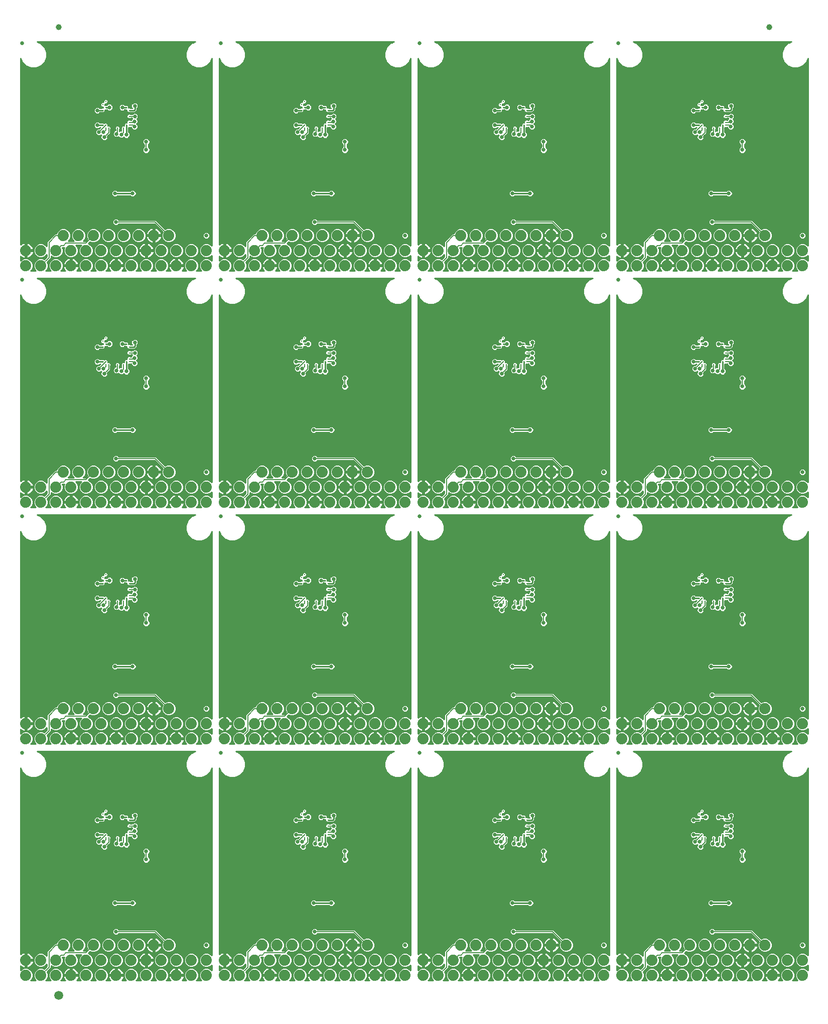
<source format=gtl>
G75*
%MOIN*%
%OFA0B0*%
%FSLAX25Y25*%
%IPPOS*%
%LPD*%
%AMOC8*
5,1,8,0,0,1.08239X$1,22.5*
%
%ADD10C,0.01181*%
%ADD11C,0.07400*%
%ADD12C,0.02500*%
%ADD13C,0.03937*%
%ADD14C,0.05906*%
%ADD15C,0.01000*%
%ADD16C,0.00600*%
%ADD17C,0.02600*%
D10*
X0086860Y0124892D03*
X0086860Y0126860D03*
X0084892Y0126860D03*
X0084892Y0128829D03*
X0086860Y0128829D03*
X0084892Y0130797D03*
X0084892Y0132766D03*
X0086860Y0132766D03*
X0086860Y0134734D03*
X0084892Y0134734D03*
X0084892Y0136703D03*
X0086860Y0136703D03*
X0086860Y0138671D03*
X0084892Y0138671D03*
X0084892Y0140640D03*
X0086860Y0140640D03*
X0086860Y0142608D03*
X0088829Y0142608D03*
X0090797Y0142608D03*
X0092766Y0142608D03*
X0094734Y0142608D03*
X0096703Y0142608D03*
X0098671Y0142608D03*
X0100640Y0142608D03*
X0100640Y0140640D03*
X0102608Y0140640D03*
X0102608Y0138671D03*
X0100640Y0138671D03*
X0100640Y0136703D03*
X0102608Y0136703D03*
X0102608Y0134734D03*
X0100640Y0134734D03*
X0100640Y0132766D03*
X0102608Y0132766D03*
X0102608Y0130797D03*
X0102608Y0128829D03*
X0100640Y0128829D03*
X0100640Y0126860D03*
X0102608Y0126860D03*
X0100640Y0124892D03*
X0098671Y0124892D03*
X0098671Y0126860D03*
X0096703Y0124892D03*
X0094734Y0124892D03*
X0094734Y0126860D03*
X0092766Y0126860D03*
X0092766Y0124892D03*
X0090797Y0124892D03*
X0088829Y0124892D03*
X0088829Y0126860D03*
X0216892Y0126860D03*
X0218860Y0126860D03*
X0218860Y0124892D03*
X0220829Y0124892D03*
X0220829Y0126860D03*
X0222797Y0124892D03*
X0224766Y0124892D03*
X0224766Y0126860D03*
X0226734Y0126860D03*
X0226734Y0124892D03*
X0228703Y0124892D03*
X0230671Y0124892D03*
X0230671Y0126860D03*
X0232640Y0126860D03*
X0234608Y0126860D03*
X0234608Y0128829D03*
X0232640Y0128829D03*
X0234608Y0130797D03*
X0234608Y0132766D03*
X0232640Y0132766D03*
X0232640Y0134734D03*
X0234608Y0134734D03*
X0234608Y0136703D03*
X0232640Y0136703D03*
X0232640Y0138671D03*
X0234608Y0138671D03*
X0234608Y0140640D03*
X0232640Y0140640D03*
X0232640Y0142608D03*
X0230671Y0142608D03*
X0228703Y0142608D03*
X0226734Y0142608D03*
X0224766Y0142608D03*
X0222797Y0142608D03*
X0220829Y0142608D03*
X0218860Y0142608D03*
X0218860Y0140640D03*
X0216892Y0140640D03*
X0216892Y0138671D03*
X0218860Y0138671D03*
X0218860Y0136703D03*
X0216892Y0136703D03*
X0216892Y0134734D03*
X0218860Y0134734D03*
X0218860Y0132766D03*
X0216892Y0132766D03*
X0216892Y0130797D03*
X0216892Y0128829D03*
X0218860Y0128829D03*
X0232640Y0124892D03*
X0348892Y0126860D03*
X0350860Y0126860D03*
X0350860Y0124892D03*
X0352829Y0124892D03*
X0352829Y0126860D03*
X0354797Y0124892D03*
X0356766Y0124892D03*
X0356766Y0126860D03*
X0358734Y0126860D03*
X0358734Y0124892D03*
X0360703Y0124892D03*
X0362671Y0124892D03*
X0362671Y0126860D03*
X0364640Y0126860D03*
X0366608Y0126860D03*
X0366608Y0128829D03*
X0364640Y0128829D03*
X0366608Y0130797D03*
X0366608Y0132766D03*
X0364640Y0132766D03*
X0364640Y0134734D03*
X0366608Y0134734D03*
X0366608Y0136703D03*
X0364640Y0136703D03*
X0364640Y0138671D03*
X0366608Y0138671D03*
X0366608Y0140640D03*
X0364640Y0140640D03*
X0364640Y0142608D03*
X0362671Y0142608D03*
X0360703Y0142608D03*
X0358734Y0142608D03*
X0356766Y0142608D03*
X0354797Y0142608D03*
X0352829Y0142608D03*
X0350860Y0142608D03*
X0350860Y0140640D03*
X0348892Y0140640D03*
X0348892Y0138671D03*
X0350860Y0138671D03*
X0350860Y0136703D03*
X0348892Y0136703D03*
X0348892Y0134734D03*
X0350860Y0134734D03*
X0350860Y0132766D03*
X0348892Y0132766D03*
X0348892Y0130797D03*
X0348892Y0128829D03*
X0350860Y0128829D03*
X0364640Y0124892D03*
X0480892Y0126860D03*
X0482860Y0126860D03*
X0482860Y0124892D03*
X0484829Y0124892D03*
X0484829Y0126860D03*
X0486797Y0124892D03*
X0488766Y0124892D03*
X0488766Y0126860D03*
X0490734Y0126860D03*
X0490734Y0124892D03*
X0492703Y0124892D03*
X0494671Y0124892D03*
X0494671Y0126860D03*
X0496640Y0126860D03*
X0498608Y0126860D03*
X0498608Y0128829D03*
X0496640Y0128829D03*
X0498608Y0130797D03*
X0498608Y0132766D03*
X0496640Y0132766D03*
X0496640Y0134734D03*
X0498608Y0134734D03*
X0498608Y0136703D03*
X0496640Y0136703D03*
X0496640Y0138671D03*
X0498608Y0138671D03*
X0498608Y0140640D03*
X0496640Y0140640D03*
X0496640Y0142608D03*
X0494671Y0142608D03*
X0492703Y0142608D03*
X0490734Y0142608D03*
X0488766Y0142608D03*
X0486797Y0142608D03*
X0484829Y0142608D03*
X0482860Y0142608D03*
X0482860Y0140640D03*
X0480892Y0140640D03*
X0480892Y0138671D03*
X0482860Y0138671D03*
X0482860Y0136703D03*
X0480892Y0136703D03*
X0480892Y0134734D03*
X0482860Y0134734D03*
X0482860Y0132766D03*
X0480892Y0132766D03*
X0480892Y0130797D03*
X0480892Y0128829D03*
X0482860Y0128829D03*
X0496640Y0124892D03*
X0496640Y0281892D03*
X0496640Y0283860D03*
X0498608Y0283860D03*
X0498608Y0285829D03*
X0496640Y0285829D03*
X0498608Y0287797D03*
X0498608Y0289766D03*
X0496640Y0289766D03*
X0496640Y0291734D03*
X0498608Y0291734D03*
X0498608Y0293703D03*
X0496640Y0293703D03*
X0496640Y0295671D03*
X0498608Y0295671D03*
X0498608Y0297640D03*
X0496640Y0297640D03*
X0496640Y0299608D03*
X0494671Y0299608D03*
X0492703Y0299608D03*
X0490734Y0299608D03*
X0488766Y0299608D03*
X0486797Y0299608D03*
X0484829Y0299608D03*
X0482860Y0299608D03*
X0482860Y0297640D03*
X0480892Y0297640D03*
X0480892Y0295671D03*
X0482860Y0295671D03*
X0482860Y0293703D03*
X0480892Y0293703D03*
X0480892Y0291734D03*
X0482860Y0291734D03*
X0482860Y0289766D03*
X0480892Y0289766D03*
X0480892Y0287797D03*
X0480892Y0285829D03*
X0482860Y0285829D03*
X0482860Y0283860D03*
X0480892Y0283860D03*
X0482860Y0281892D03*
X0484829Y0281892D03*
X0484829Y0283860D03*
X0486797Y0281892D03*
X0488766Y0281892D03*
X0488766Y0283860D03*
X0490734Y0283860D03*
X0490734Y0281892D03*
X0492703Y0281892D03*
X0494671Y0281892D03*
X0494671Y0283860D03*
X0366608Y0283860D03*
X0364640Y0283860D03*
X0364640Y0281892D03*
X0362671Y0281892D03*
X0362671Y0283860D03*
X0360703Y0281892D03*
X0358734Y0281892D03*
X0358734Y0283860D03*
X0356766Y0283860D03*
X0356766Y0281892D03*
X0354797Y0281892D03*
X0352829Y0281892D03*
X0352829Y0283860D03*
X0350860Y0283860D03*
X0348892Y0283860D03*
X0348892Y0285829D03*
X0350860Y0285829D03*
X0348892Y0287797D03*
X0348892Y0289766D03*
X0350860Y0289766D03*
X0350860Y0291734D03*
X0348892Y0291734D03*
X0348892Y0293703D03*
X0350860Y0293703D03*
X0350860Y0295671D03*
X0348892Y0295671D03*
X0348892Y0297640D03*
X0350860Y0297640D03*
X0350860Y0299608D03*
X0352829Y0299608D03*
X0354797Y0299608D03*
X0356766Y0299608D03*
X0358734Y0299608D03*
X0360703Y0299608D03*
X0362671Y0299608D03*
X0364640Y0299608D03*
X0364640Y0297640D03*
X0366608Y0297640D03*
X0366608Y0295671D03*
X0364640Y0295671D03*
X0364640Y0293703D03*
X0366608Y0293703D03*
X0366608Y0291734D03*
X0364640Y0291734D03*
X0364640Y0289766D03*
X0366608Y0289766D03*
X0366608Y0287797D03*
X0366608Y0285829D03*
X0364640Y0285829D03*
X0350860Y0281892D03*
X0234608Y0283860D03*
X0232640Y0283860D03*
X0232640Y0281892D03*
X0230671Y0281892D03*
X0230671Y0283860D03*
X0228703Y0281892D03*
X0226734Y0281892D03*
X0226734Y0283860D03*
X0224766Y0283860D03*
X0224766Y0281892D03*
X0222797Y0281892D03*
X0220829Y0281892D03*
X0220829Y0283860D03*
X0218860Y0283860D03*
X0218860Y0281892D03*
X0216892Y0283860D03*
X0216892Y0285829D03*
X0218860Y0285829D03*
X0216892Y0287797D03*
X0216892Y0289766D03*
X0218860Y0289766D03*
X0218860Y0291734D03*
X0216892Y0291734D03*
X0216892Y0293703D03*
X0218860Y0293703D03*
X0218860Y0295671D03*
X0216892Y0295671D03*
X0216892Y0297640D03*
X0218860Y0297640D03*
X0218860Y0299608D03*
X0220829Y0299608D03*
X0222797Y0299608D03*
X0224766Y0299608D03*
X0226734Y0299608D03*
X0228703Y0299608D03*
X0230671Y0299608D03*
X0232640Y0299608D03*
X0232640Y0297640D03*
X0234608Y0297640D03*
X0234608Y0295671D03*
X0232640Y0295671D03*
X0232640Y0293703D03*
X0234608Y0293703D03*
X0234608Y0291734D03*
X0232640Y0291734D03*
X0232640Y0289766D03*
X0234608Y0289766D03*
X0234608Y0287797D03*
X0234608Y0285829D03*
X0232640Y0285829D03*
X0102608Y0285829D03*
X0100640Y0285829D03*
X0100640Y0283860D03*
X0102608Y0283860D03*
X0100640Y0281892D03*
X0098671Y0281892D03*
X0098671Y0283860D03*
X0096703Y0281892D03*
X0094734Y0281892D03*
X0094734Y0283860D03*
X0092766Y0283860D03*
X0092766Y0281892D03*
X0090797Y0281892D03*
X0088829Y0281892D03*
X0088829Y0283860D03*
X0086860Y0283860D03*
X0086860Y0281892D03*
X0084892Y0283860D03*
X0084892Y0285829D03*
X0086860Y0285829D03*
X0084892Y0287797D03*
X0084892Y0289766D03*
X0086860Y0289766D03*
X0086860Y0291734D03*
X0084892Y0291734D03*
X0084892Y0293703D03*
X0086860Y0293703D03*
X0086860Y0295671D03*
X0084892Y0295671D03*
X0084892Y0297640D03*
X0086860Y0297640D03*
X0086860Y0299608D03*
X0088829Y0299608D03*
X0090797Y0299608D03*
X0092766Y0299608D03*
X0094734Y0299608D03*
X0096703Y0299608D03*
X0098671Y0299608D03*
X0100640Y0299608D03*
X0100640Y0297640D03*
X0102608Y0297640D03*
X0102608Y0295671D03*
X0100640Y0295671D03*
X0100640Y0293703D03*
X0102608Y0293703D03*
X0102608Y0291734D03*
X0100640Y0291734D03*
X0100640Y0289766D03*
X0102608Y0289766D03*
X0102608Y0287797D03*
X0100640Y0438892D03*
X0100640Y0440860D03*
X0102608Y0440860D03*
X0102608Y0442829D03*
X0100640Y0442829D03*
X0102608Y0444797D03*
X0102608Y0446766D03*
X0100640Y0446766D03*
X0100640Y0448734D03*
X0102608Y0448734D03*
X0102608Y0450703D03*
X0100640Y0450703D03*
X0100640Y0452671D03*
X0102608Y0452671D03*
X0102608Y0454640D03*
X0100640Y0454640D03*
X0100640Y0456608D03*
X0098671Y0456608D03*
X0096703Y0456608D03*
X0094734Y0456608D03*
X0092766Y0456608D03*
X0090797Y0456608D03*
X0088829Y0456608D03*
X0086860Y0456608D03*
X0086860Y0454640D03*
X0084892Y0454640D03*
X0084892Y0452671D03*
X0086860Y0452671D03*
X0086860Y0450703D03*
X0084892Y0450703D03*
X0084892Y0448734D03*
X0086860Y0448734D03*
X0086860Y0446766D03*
X0084892Y0446766D03*
X0084892Y0444797D03*
X0084892Y0442829D03*
X0086860Y0442829D03*
X0086860Y0440860D03*
X0086860Y0438892D03*
X0088829Y0438892D03*
X0088829Y0440860D03*
X0090797Y0438892D03*
X0092766Y0438892D03*
X0092766Y0440860D03*
X0094734Y0440860D03*
X0094734Y0438892D03*
X0096703Y0438892D03*
X0098671Y0438892D03*
X0098671Y0440860D03*
X0084892Y0440860D03*
X0216892Y0440860D03*
X0218860Y0440860D03*
X0218860Y0438892D03*
X0220829Y0438892D03*
X0220829Y0440860D03*
X0222797Y0438892D03*
X0224766Y0438892D03*
X0224766Y0440860D03*
X0226734Y0440860D03*
X0226734Y0438892D03*
X0228703Y0438892D03*
X0230671Y0438892D03*
X0230671Y0440860D03*
X0232640Y0440860D03*
X0234608Y0440860D03*
X0234608Y0442829D03*
X0232640Y0442829D03*
X0234608Y0444797D03*
X0234608Y0446766D03*
X0232640Y0446766D03*
X0232640Y0448734D03*
X0234608Y0448734D03*
X0234608Y0450703D03*
X0232640Y0450703D03*
X0232640Y0452671D03*
X0234608Y0452671D03*
X0234608Y0454640D03*
X0232640Y0454640D03*
X0232640Y0456608D03*
X0230671Y0456608D03*
X0228703Y0456608D03*
X0226734Y0456608D03*
X0224766Y0456608D03*
X0222797Y0456608D03*
X0220829Y0456608D03*
X0218860Y0456608D03*
X0218860Y0454640D03*
X0216892Y0454640D03*
X0216892Y0452671D03*
X0218860Y0452671D03*
X0218860Y0450703D03*
X0216892Y0450703D03*
X0216892Y0448734D03*
X0218860Y0448734D03*
X0218860Y0446766D03*
X0216892Y0446766D03*
X0216892Y0444797D03*
X0216892Y0442829D03*
X0218860Y0442829D03*
X0232640Y0438892D03*
X0348892Y0440860D03*
X0350860Y0440860D03*
X0350860Y0438892D03*
X0352829Y0438892D03*
X0352829Y0440860D03*
X0354797Y0438892D03*
X0356766Y0438892D03*
X0356766Y0440860D03*
X0358734Y0440860D03*
X0358734Y0438892D03*
X0360703Y0438892D03*
X0362671Y0438892D03*
X0362671Y0440860D03*
X0364640Y0440860D03*
X0366608Y0440860D03*
X0366608Y0442829D03*
X0364640Y0442829D03*
X0366608Y0444797D03*
X0366608Y0446766D03*
X0364640Y0446766D03*
X0364640Y0448734D03*
X0366608Y0448734D03*
X0366608Y0450703D03*
X0364640Y0450703D03*
X0364640Y0452671D03*
X0366608Y0452671D03*
X0366608Y0454640D03*
X0364640Y0454640D03*
X0364640Y0456608D03*
X0362671Y0456608D03*
X0360703Y0456608D03*
X0358734Y0456608D03*
X0356766Y0456608D03*
X0354797Y0456608D03*
X0352829Y0456608D03*
X0350860Y0456608D03*
X0350860Y0454640D03*
X0348892Y0454640D03*
X0348892Y0452671D03*
X0350860Y0452671D03*
X0350860Y0450703D03*
X0348892Y0450703D03*
X0348892Y0448734D03*
X0350860Y0448734D03*
X0350860Y0446766D03*
X0348892Y0446766D03*
X0348892Y0444797D03*
X0348892Y0442829D03*
X0350860Y0442829D03*
X0364640Y0438892D03*
X0480892Y0440860D03*
X0482860Y0440860D03*
X0482860Y0438892D03*
X0484829Y0438892D03*
X0484829Y0440860D03*
X0486797Y0438892D03*
X0488766Y0438892D03*
X0488766Y0440860D03*
X0490734Y0440860D03*
X0490734Y0438892D03*
X0492703Y0438892D03*
X0494671Y0438892D03*
X0494671Y0440860D03*
X0496640Y0440860D03*
X0498608Y0440860D03*
X0498608Y0442829D03*
X0496640Y0442829D03*
X0498608Y0444797D03*
X0498608Y0446766D03*
X0496640Y0446766D03*
X0496640Y0448734D03*
X0498608Y0448734D03*
X0498608Y0450703D03*
X0496640Y0450703D03*
X0496640Y0452671D03*
X0498608Y0452671D03*
X0498608Y0454640D03*
X0496640Y0454640D03*
X0496640Y0456608D03*
X0494671Y0456608D03*
X0492703Y0456608D03*
X0490734Y0456608D03*
X0488766Y0456608D03*
X0486797Y0456608D03*
X0484829Y0456608D03*
X0482860Y0456608D03*
X0482860Y0454640D03*
X0480892Y0454640D03*
X0480892Y0452671D03*
X0482860Y0452671D03*
X0482860Y0450703D03*
X0480892Y0450703D03*
X0480892Y0448734D03*
X0482860Y0448734D03*
X0482860Y0446766D03*
X0480892Y0446766D03*
X0480892Y0444797D03*
X0480892Y0442829D03*
X0482860Y0442829D03*
X0496640Y0438892D03*
X0496640Y0595892D03*
X0496640Y0597860D03*
X0498608Y0597860D03*
X0498608Y0599829D03*
X0496640Y0599829D03*
X0498608Y0601797D03*
X0498608Y0603766D03*
X0496640Y0603766D03*
X0496640Y0605734D03*
X0498608Y0605734D03*
X0498608Y0607703D03*
X0496640Y0607703D03*
X0496640Y0609671D03*
X0498608Y0609671D03*
X0498608Y0611640D03*
X0496640Y0611640D03*
X0496640Y0613608D03*
X0494671Y0613608D03*
X0492703Y0613608D03*
X0490734Y0613608D03*
X0488766Y0613608D03*
X0486797Y0613608D03*
X0484829Y0613608D03*
X0482860Y0613608D03*
X0482860Y0611640D03*
X0480892Y0611640D03*
X0480892Y0609671D03*
X0482860Y0609671D03*
X0482860Y0607703D03*
X0480892Y0607703D03*
X0480892Y0605734D03*
X0482860Y0605734D03*
X0482860Y0603766D03*
X0480892Y0603766D03*
X0480892Y0601797D03*
X0480892Y0599829D03*
X0482860Y0599829D03*
X0482860Y0597860D03*
X0482860Y0595892D03*
X0484829Y0595892D03*
X0484829Y0597860D03*
X0486797Y0595892D03*
X0488766Y0595892D03*
X0488766Y0597860D03*
X0490734Y0597860D03*
X0490734Y0595892D03*
X0492703Y0595892D03*
X0494671Y0595892D03*
X0494671Y0597860D03*
X0480892Y0597860D03*
X0366608Y0597860D03*
X0364640Y0597860D03*
X0364640Y0595892D03*
X0362671Y0595892D03*
X0362671Y0597860D03*
X0360703Y0595892D03*
X0358734Y0595892D03*
X0358734Y0597860D03*
X0356766Y0597860D03*
X0356766Y0595892D03*
X0354797Y0595892D03*
X0352829Y0595892D03*
X0352829Y0597860D03*
X0350860Y0597860D03*
X0350860Y0595892D03*
X0348892Y0597860D03*
X0348892Y0599829D03*
X0350860Y0599829D03*
X0348892Y0601797D03*
X0348892Y0603766D03*
X0350860Y0603766D03*
X0350860Y0605734D03*
X0348892Y0605734D03*
X0348892Y0607703D03*
X0350860Y0607703D03*
X0350860Y0609671D03*
X0348892Y0609671D03*
X0348892Y0611640D03*
X0350860Y0611640D03*
X0350860Y0613608D03*
X0352829Y0613608D03*
X0354797Y0613608D03*
X0356766Y0613608D03*
X0358734Y0613608D03*
X0360703Y0613608D03*
X0362671Y0613608D03*
X0364640Y0613608D03*
X0364640Y0611640D03*
X0366608Y0611640D03*
X0366608Y0609671D03*
X0364640Y0609671D03*
X0364640Y0607703D03*
X0366608Y0607703D03*
X0366608Y0605734D03*
X0364640Y0605734D03*
X0364640Y0603766D03*
X0366608Y0603766D03*
X0366608Y0601797D03*
X0366608Y0599829D03*
X0364640Y0599829D03*
X0234608Y0599829D03*
X0232640Y0599829D03*
X0232640Y0597860D03*
X0234608Y0597860D03*
X0232640Y0595892D03*
X0230671Y0595892D03*
X0230671Y0597860D03*
X0228703Y0595892D03*
X0226734Y0595892D03*
X0226734Y0597860D03*
X0224766Y0597860D03*
X0224766Y0595892D03*
X0222797Y0595892D03*
X0220829Y0595892D03*
X0220829Y0597860D03*
X0218860Y0597860D03*
X0218860Y0595892D03*
X0216892Y0597860D03*
X0216892Y0599829D03*
X0218860Y0599829D03*
X0216892Y0601797D03*
X0216892Y0603766D03*
X0218860Y0603766D03*
X0218860Y0605734D03*
X0216892Y0605734D03*
X0216892Y0607703D03*
X0218860Y0607703D03*
X0218860Y0609671D03*
X0216892Y0609671D03*
X0216892Y0611640D03*
X0218860Y0611640D03*
X0218860Y0613608D03*
X0220829Y0613608D03*
X0222797Y0613608D03*
X0224766Y0613608D03*
X0226734Y0613608D03*
X0228703Y0613608D03*
X0230671Y0613608D03*
X0232640Y0613608D03*
X0232640Y0611640D03*
X0234608Y0611640D03*
X0234608Y0609671D03*
X0232640Y0609671D03*
X0232640Y0607703D03*
X0234608Y0607703D03*
X0234608Y0605734D03*
X0232640Y0605734D03*
X0232640Y0603766D03*
X0234608Y0603766D03*
X0234608Y0601797D03*
X0102608Y0601797D03*
X0102608Y0599829D03*
X0100640Y0599829D03*
X0100640Y0597860D03*
X0102608Y0597860D03*
X0100640Y0595892D03*
X0098671Y0595892D03*
X0098671Y0597860D03*
X0096703Y0595892D03*
X0094734Y0595892D03*
X0094734Y0597860D03*
X0092766Y0597860D03*
X0092766Y0595892D03*
X0090797Y0595892D03*
X0088829Y0595892D03*
X0088829Y0597860D03*
X0086860Y0597860D03*
X0086860Y0595892D03*
X0084892Y0597860D03*
X0084892Y0599829D03*
X0086860Y0599829D03*
X0084892Y0601797D03*
X0084892Y0603766D03*
X0086860Y0603766D03*
X0086860Y0605734D03*
X0084892Y0605734D03*
X0084892Y0607703D03*
X0086860Y0607703D03*
X0086860Y0609671D03*
X0084892Y0609671D03*
X0084892Y0611640D03*
X0086860Y0611640D03*
X0086860Y0613608D03*
X0088829Y0613608D03*
X0090797Y0613608D03*
X0092766Y0613608D03*
X0094734Y0613608D03*
X0096703Y0613608D03*
X0098671Y0613608D03*
X0100640Y0613608D03*
X0100640Y0611640D03*
X0102608Y0611640D03*
X0102608Y0609671D03*
X0100640Y0609671D03*
X0100640Y0607703D03*
X0102608Y0607703D03*
X0102608Y0605734D03*
X0100640Y0605734D03*
X0100640Y0603766D03*
X0102608Y0603766D03*
D11*
X0033750Y0033750D03*
X0043750Y0033750D03*
X0043750Y0043750D03*
X0033750Y0043750D03*
X0053750Y0043750D03*
X0063750Y0043750D03*
X0058750Y0053750D03*
X0068750Y0053750D03*
X0078750Y0053750D03*
X0073750Y0043750D03*
X0083750Y0043750D03*
X0088750Y0053750D03*
X0093750Y0043750D03*
X0103750Y0043750D03*
X0098750Y0053750D03*
X0108750Y0053750D03*
X0113750Y0043750D03*
X0123750Y0043750D03*
X0118750Y0053750D03*
X0128750Y0053750D03*
X0133750Y0043750D03*
X0143750Y0043750D03*
X0143750Y0033750D03*
X0133750Y0033750D03*
X0123750Y0033750D03*
X0113750Y0033750D03*
X0103750Y0033750D03*
X0093750Y0033750D03*
X0083750Y0033750D03*
X0073750Y0033750D03*
X0063750Y0033750D03*
X0053750Y0033750D03*
X0153750Y0033750D03*
X0153750Y0043750D03*
X0165750Y0043750D03*
X0175750Y0043750D03*
X0175750Y0033750D03*
X0165750Y0033750D03*
X0185750Y0033750D03*
X0195750Y0033750D03*
X0195750Y0043750D03*
X0185750Y0043750D03*
X0190750Y0053750D03*
X0200750Y0053750D03*
X0205750Y0043750D03*
X0215750Y0043750D03*
X0210750Y0053750D03*
X0220750Y0053750D03*
X0225750Y0043750D03*
X0235750Y0043750D03*
X0230750Y0053750D03*
X0240750Y0053750D03*
X0245750Y0043750D03*
X0255750Y0043750D03*
X0250750Y0053750D03*
X0260750Y0053750D03*
X0265750Y0043750D03*
X0275750Y0043750D03*
X0275750Y0033750D03*
X0265750Y0033750D03*
X0255750Y0033750D03*
X0245750Y0033750D03*
X0235750Y0033750D03*
X0225750Y0033750D03*
X0215750Y0033750D03*
X0205750Y0033750D03*
X0285750Y0033750D03*
X0285750Y0043750D03*
X0297750Y0043750D03*
X0307750Y0043750D03*
X0307750Y0033750D03*
X0297750Y0033750D03*
X0317750Y0033750D03*
X0327750Y0033750D03*
X0327750Y0043750D03*
X0317750Y0043750D03*
X0322750Y0053750D03*
X0332750Y0053750D03*
X0337750Y0043750D03*
X0347750Y0043750D03*
X0342750Y0053750D03*
X0352750Y0053750D03*
X0357750Y0043750D03*
X0367750Y0043750D03*
X0362750Y0053750D03*
X0372750Y0053750D03*
X0377750Y0043750D03*
X0387750Y0043750D03*
X0382750Y0053750D03*
X0392750Y0053750D03*
X0397750Y0043750D03*
X0407750Y0043750D03*
X0407750Y0033750D03*
X0397750Y0033750D03*
X0387750Y0033750D03*
X0377750Y0033750D03*
X0367750Y0033750D03*
X0357750Y0033750D03*
X0347750Y0033750D03*
X0337750Y0033750D03*
X0417750Y0033750D03*
X0417750Y0043750D03*
X0429750Y0043750D03*
X0439750Y0043750D03*
X0439750Y0033750D03*
X0429750Y0033750D03*
X0449750Y0033750D03*
X0459750Y0033750D03*
X0459750Y0043750D03*
X0449750Y0043750D03*
X0454750Y0053750D03*
X0464750Y0053750D03*
X0469750Y0043750D03*
X0479750Y0043750D03*
X0474750Y0053750D03*
X0484750Y0053750D03*
X0489750Y0043750D03*
X0499750Y0043750D03*
X0494750Y0053750D03*
X0504750Y0053750D03*
X0509750Y0043750D03*
X0514750Y0053750D03*
X0524750Y0053750D03*
X0519750Y0043750D03*
X0529750Y0043750D03*
X0529750Y0033750D03*
X0519750Y0033750D03*
X0509750Y0033750D03*
X0499750Y0033750D03*
X0489750Y0033750D03*
X0479750Y0033750D03*
X0469750Y0033750D03*
X0539750Y0033750D03*
X0549750Y0033750D03*
X0549750Y0043750D03*
X0539750Y0043750D03*
X0539750Y0190750D03*
X0539750Y0200750D03*
X0549750Y0200750D03*
X0549750Y0190750D03*
X0529750Y0190750D03*
X0529750Y0200750D03*
X0519750Y0200750D03*
X0519750Y0190750D03*
X0509750Y0190750D03*
X0509750Y0200750D03*
X0499750Y0200750D03*
X0499750Y0190750D03*
X0489750Y0190750D03*
X0489750Y0200750D03*
X0479750Y0200750D03*
X0479750Y0190750D03*
X0469750Y0190750D03*
X0469750Y0200750D03*
X0459750Y0200750D03*
X0459750Y0190750D03*
X0449750Y0190750D03*
X0449750Y0200750D03*
X0439750Y0200750D03*
X0439750Y0190750D03*
X0429750Y0190750D03*
X0429750Y0200750D03*
X0417750Y0200750D03*
X0417750Y0190750D03*
X0407750Y0190750D03*
X0407750Y0200750D03*
X0397750Y0200750D03*
X0397750Y0190750D03*
X0387750Y0190750D03*
X0387750Y0200750D03*
X0377750Y0200750D03*
X0377750Y0190750D03*
X0367750Y0190750D03*
X0367750Y0200750D03*
X0357750Y0200750D03*
X0357750Y0190750D03*
X0347750Y0190750D03*
X0347750Y0200750D03*
X0337750Y0200750D03*
X0337750Y0190750D03*
X0327750Y0190750D03*
X0327750Y0200750D03*
X0317750Y0200750D03*
X0317750Y0190750D03*
X0307750Y0190750D03*
X0307750Y0200750D03*
X0297750Y0200750D03*
X0297750Y0190750D03*
X0285750Y0190750D03*
X0285750Y0200750D03*
X0275750Y0200750D03*
X0275750Y0190750D03*
X0265750Y0190750D03*
X0265750Y0200750D03*
X0255750Y0200750D03*
X0255750Y0190750D03*
X0245750Y0190750D03*
X0245750Y0200750D03*
X0235750Y0200750D03*
X0235750Y0190750D03*
X0225750Y0190750D03*
X0225750Y0200750D03*
X0215750Y0200750D03*
X0215750Y0190750D03*
X0205750Y0190750D03*
X0205750Y0200750D03*
X0195750Y0200750D03*
X0195750Y0190750D03*
X0185750Y0190750D03*
X0185750Y0200750D03*
X0175750Y0200750D03*
X0175750Y0190750D03*
X0165750Y0190750D03*
X0165750Y0200750D03*
X0153750Y0200750D03*
X0153750Y0190750D03*
X0143750Y0190750D03*
X0143750Y0200750D03*
X0133750Y0200750D03*
X0133750Y0190750D03*
X0123750Y0190750D03*
X0123750Y0200750D03*
X0113750Y0200750D03*
X0113750Y0190750D03*
X0103750Y0190750D03*
X0103750Y0200750D03*
X0093750Y0200750D03*
X0093750Y0190750D03*
X0083750Y0190750D03*
X0083750Y0200750D03*
X0073750Y0200750D03*
X0073750Y0190750D03*
X0063750Y0190750D03*
X0063750Y0200750D03*
X0053750Y0200750D03*
X0053750Y0190750D03*
X0043750Y0190750D03*
X0043750Y0200750D03*
X0033750Y0200750D03*
X0033750Y0190750D03*
X0058750Y0210750D03*
X0068750Y0210750D03*
X0078750Y0210750D03*
X0088750Y0210750D03*
X0098750Y0210750D03*
X0108750Y0210750D03*
X0118750Y0210750D03*
X0128750Y0210750D03*
X0190750Y0210750D03*
X0200750Y0210750D03*
X0210750Y0210750D03*
X0220750Y0210750D03*
X0230750Y0210750D03*
X0240750Y0210750D03*
X0250750Y0210750D03*
X0260750Y0210750D03*
X0322750Y0210750D03*
X0332750Y0210750D03*
X0342750Y0210750D03*
X0352750Y0210750D03*
X0362750Y0210750D03*
X0372750Y0210750D03*
X0382750Y0210750D03*
X0392750Y0210750D03*
X0454750Y0210750D03*
X0464750Y0210750D03*
X0474750Y0210750D03*
X0484750Y0210750D03*
X0494750Y0210750D03*
X0504750Y0210750D03*
X0514750Y0210750D03*
X0524750Y0210750D03*
X0519750Y0347750D03*
X0519750Y0357750D03*
X0529750Y0357750D03*
X0529750Y0347750D03*
X0539750Y0347750D03*
X0539750Y0357750D03*
X0549750Y0357750D03*
X0549750Y0347750D03*
X0524750Y0367750D03*
X0514750Y0367750D03*
X0509750Y0357750D03*
X0509750Y0347750D03*
X0499750Y0347750D03*
X0499750Y0357750D03*
X0489750Y0357750D03*
X0489750Y0347750D03*
X0479750Y0347750D03*
X0479750Y0357750D03*
X0469750Y0357750D03*
X0469750Y0347750D03*
X0459750Y0347750D03*
X0459750Y0357750D03*
X0449750Y0357750D03*
X0449750Y0347750D03*
X0439750Y0347750D03*
X0439750Y0357750D03*
X0429750Y0357750D03*
X0429750Y0347750D03*
X0417750Y0347750D03*
X0417750Y0357750D03*
X0407750Y0357750D03*
X0407750Y0347750D03*
X0397750Y0347750D03*
X0397750Y0357750D03*
X0392750Y0367750D03*
X0382750Y0367750D03*
X0377750Y0357750D03*
X0377750Y0347750D03*
X0387750Y0347750D03*
X0387750Y0357750D03*
X0372750Y0367750D03*
X0362750Y0367750D03*
X0357750Y0357750D03*
X0357750Y0347750D03*
X0367750Y0347750D03*
X0367750Y0357750D03*
X0352750Y0367750D03*
X0342750Y0367750D03*
X0337750Y0357750D03*
X0337750Y0347750D03*
X0347750Y0347750D03*
X0347750Y0357750D03*
X0332750Y0367750D03*
X0322750Y0367750D03*
X0317750Y0357750D03*
X0317750Y0347750D03*
X0327750Y0347750D03*
X0327750Y0357750D03*
X0307750Y0357750D03*
X0307750Y0347750D03*
X0297750Y0347750D03*
X0297750Y0357750D03*
X0285750Y0357750D03*
X0285750Y0347750D03*
X0275750Y0347750D03*
X0275750Y0357750D03*
X0265750Y0357750D03*
X0265750Y0347750D03*
X0255750Y0347750D03*
X0255750Y0357750D03*
X0245750Y0357750D03*
X0245750Y0347750D03*
X0235750Y0347750D03*
X0235750Y0357750D03*
X0225750Y0357750D03*
X0225750Y0347750D03*
X0215750Y0347750D03*
X0215750Y0357750D03*
X0205750Y0357750D03*
X0205750Y0347750D03*
X0195750Y0347750D03*
X0195750Y0357750D03*
X0185750Y0357750D03*
X0185750Y0347750D03*
X0175750Y0347750D03*
X0175750Y0357750D03*
X0165750Y0357750D03*
X0165750Y0347750D03*
X0153750Y0347750D03*
X0153750Y0357750D03*
X0143750Y0357750D03*
X0143750Y0347750D03*
X0133750Y0347750D03*
X0133750Y0357750D03*
X0128750Y0367750D03*
X0118750Y0367750D03*
X0113750Y0357750D03*
X0113750Y0347750D03*
X0123750Y0347750D03*
X0123750Y0357750D03*
X0108750Y0367750D03*
X0098750Y0367750D03*
X0093750Y0357750D03*
X0093750Y0347750D03*
X0103750Y0347750D03*
X0103750Y0357750D03*
X0088750Y0367750D03*
X0083750Y0357750D03*
X0083750Y0347750D03*
X0073750Y0347750D03*
X0073750Y0357750D03*
X0068750Y0367750D03*
X0078750Y0367750D03*
X0063750Y0357750D03*
X0063750Y0347750D03*
X0053750Y0347750D03*
X0053750Y0357750D03*
X0058750Y0367750D03*
X0043750Y0357750D03*
X0043750Y0347750D03*
X0033750Y0347750D03*
X0033750Y0357750D03*
X0033750Y0504750D03*
X0043750Y0504750D03*
X0043750Y0514750D03*
X0033750Y0514750D03*
X0053750Y0514750D03*
X0063750Y0514750D03*
X0058750Y0524750D03*
X0068750Y0524750D03*
X0078750Y0524750D03*
X0073750Y0514750D03*
X0083750Y0514750D03*
X0088750Y0524750D03*
X0093750Y0514750D03*
X0103750Y0514750D03*
X0098750Y0524750D03*
X0108750Y0524750D03*
X0113750Y0514750D03*
X0123750Y0514750D03*
X0118750Y0524750D03*
X0128750Y0524750D03*
X0133750Y0514750D03*
X0143750Y0514750D03*
X0143750Y0504750D03*
X0133750Y0504750D03*
X0123750Y0504750D03*
X0113750Y0504750D03*
X0103750Y0504750D03*
X0093750Y0504750D03*
X0083750Y0504750D03*
X0073750Y0504750D03*
X0063750Y0504750D03*
X0053750Y0504750D03*
X0153750Y0504750D03*
X0153750Y0514750D03*
X0165750Y0514750D03*
X0175750Y0514750D03*
X0175750Y0504750D03*
X0165750Y0504750D03*
X0185750Y0504750D03*
X0195750Y0504750D03*
X0195750Y0514750D03*
X0185750Y0514750D03*
X0190750Y0524750D03*
X0200750Y0524750D03*
X0205750Y0514750D03*
X0215750Y0514750D03*
X0210750Y0524750D03*
X0220750Y0524750D03*
X0225750Y0514750D03*
X0235750Y0514750D03*
X0230750Y0524750D03*
X0240750Y0524750D03*
X0245750Y0514750D03*
X0255750Y0514750D03*
X0250750Y0524750D03*
X0260750Y0524750D03*
X0265750Y0514750D03*
X0275750Y0514750D03*
X0275750Y0504750D03*
X0265750Y0504750D03*
X0255750Y0504750D03*
X0245750Y0504750D03*
X0235750Y0504750D03*
X0225750Y0504750D03*
X0215750Y0504750D03*
X0205750Y0504750D03*
X0285750Y0504750D03*
X0285750Y0514750D03*
X0297750Y0514750D03*
X0307750Y0514750D03*
X0307750Y0504750D03*
X0297750Y0504750D03*
X0317750Y0504750D03*
X0327750Y0504750D03*
X0327750Y0514750D03*
X0317750Y0514750D03*
X0322750Y0524750D03*
X0332750Y0524750D03*
X0337750Y0514750D03*
X0347750Y0514750D03*
X0342750Y0524750D03*
X0352750Y0524750D03*
X0357750Y0514750D03*
X0367750Y0514750D03*
X0362750Y0524750D03*
X0372750Y0524750D03*
X0377750Y0514750D03*
X0387750Y0514750D03*
X0382750Y0524750D03*
X0392750Y0524750D03*
X0397750Y0514750D03*
X0407750Y0514750D03*
X0407750Y0504750D03*
X0397750Y0504750D03*
X0387750Y0504750D03*
X0377750Y0504750D03*
X0367750Y0504750D03*
X0357750Y0504750D03*
X0347750Y0504750D03*
X0337750Y0504750D03*
X0417750Y0504750D03*
X0417750Y0514750D03*
X0429750Y0514750D03*
X0439750Y0514750D03*
X0439750Y0504750D03*
X0429750Y0504750D03*
X0449750Y0504750D03*
X0459750Y0504750D03*
X0459750Y0514750D03*
X0449750Y0514750D03*
X0454750Y0524750D03*
X0464750Y0524750D03*
X0469750Y0514750D03*
X0479750Y0514750D03*
X0474750Y0524750D03*
X0484750Y0524750D03*
X0489750Y0514750D03*
X0499750Y0514750D03*
X0494750Y0524750D03*
X0504750Y0524750D03*
X0509750Y0514750D03*
X0514750Y0524750D03*
X0524750Y0524750D03*
X0519750Y0514750D03*
X0529750Y0514750D03*
X0529750Y0504750D03*
X0519750Y0504750D03*
X0509750Y0504750D03*
X0499750Y0504750D03*
X0489750Y0504750D03*
X0479750Y0504750D03*
X0469750Y0504750D03*
X0539750Y0504750D03*
X0549750Y0504750D03*
X0549750Y0514750D03*
X0539750Y0514750D03*
X0504750Y0367750D03*
X0494750Y0367750D03*
X0484750Y0367750D03*
X0474750Y0367750D03*
X0464750Y0367750D03*
X0454750Y0367750D03*
X0260750Y0367750D03*
X0250750Y0367750D03*
X0240750Y0367750D03*
X0230750Y0367750D03*
X0220750Y0367750D03*
X0210750Y0367750D03*
X0200750Y0367750D03*
X0190750Y0367750D03*
D12*
X0163250Y0338250D03*
X0153750Y0367750D03*
X0163250Y0495250D03*
X0153750Y0524750D03*
X0163250Y0652250D03*
X0285750Y0524750D03*
X0295250Y0495250D03*
X0285750Y0367750D03*
X0295250Y0338250D03*
X0285750Y0210750D03*
X0295250Y0181250D03*
X0285750Y0053750D03*
X0163250Y0181250D03*
X0153750Y0210750D03*
X0031250Y0181250D03*
X0153750Y0053750D03*
X0031250Y0338250D03*
X0031250Y0495250D03*
X0031250Y0652250D03*
X0295250Y0652250D03*
X0417750Y0524750D03*
X0427250Y0495250D03*
X0417750Y0367750D03*
X0427250Y0338250D03*
X0417750Y0210750D03*
X0427250Y0181250D03*
X0417750Y0053750D03*
X0549750Y0053750D03*
X0549750Y0210750D03*
X0549750Y0367750D03*
X0549750Y0524750D03*
X0427250Y0652250D03*
D13*
X0527750Y0663000D03*
X0055750Y0663000D03*
D14*
X0055750Y0020500D03*
D15*
X0057038Y0030250D02*
X0057819Y0031031D01*
X0058550Y0032795D01*
X0058550Y0034705D01*
X0057819Y0036469D01*
X0056469Y0037819D01*
X0054705Y0038550D01*
X0052795Y0038550D01*
X0051031Y0037819D01*
X0049681Y0036469D01*
X0048950Y0034705D01*
X0048950Y0032795D01*
X0049681Y0031031D01*
X0050462Y0030250D01*
X0047038Y0030250D01*
X0047819Y0031031D01*
X0048550Y0032795D01*
X0048550Y0034705D01*
X0048004Y0036024D01*
X0049730Y0037750D01*
X0050550Y0038570D01*
X0050550Y0040162D01*
X0051031Y0039681D01*
X0052795Y0038950D01*
X0054705Y0038950D01*
X0056469Y0039681D01*
X0057819Y0041031D01*
X0058550Y0042795D01*
X0058550Y0044705D01*
X0058117Y0045750D01*
X0059383Y0045750D01*
X0058950Y0044705D01*
X0058950Y0042795D01*
X0059681Y0041031D01*
X0061031Y0039681D01*
X0062795Y0038950D01*
X0064705Y0038950D01*
X0066469Y0039681D01*
X0067819Y0041031D01*
X0068550Y0042795D01*
X0068550Y0044705D01*
X0067819Y0046469D01*
X0066938Y0047350D01*
X0070562Y0047350D01*
X0069681Y0046469D01*
X0068950Y0044705D01*
X0068950Y0042795D01*
X0069681Y0041031D01*
X0071031Y0039681D01*
X0072795Y0038950D01*
X0074705Y0038950D01*
X0076469Y0039681D01*
X0077819Y0041031D01*
X0078550Y0042795D01*
X0078550Y0044705D01*
X0077819Y0046469D01*
X0076469Y0047819D01*
X0075288Y0048308D01*
X0076476Y0049496D01*
X0077795Y0048950D01*
X0079705Y0048950D01*
X0081469Y0049681D01*
X0082819Y0051031D01*
X0083550Y0052795D01*
X0083550Y0054705D01*
X0082819Y0056469D01*
X0081469Y0057819D01*
X0079705Y0058550D01*
X0077795Y0058550D01*
X0076031Y0057819D01*
X0074681Y0056469D01*
X0073950Y0054705D01*
X0073950Y0052795D01*
X0074496Y0051476D01*
X0073170Y0050150D01*
X0071938Y0050150D01*
X0072819Y0051031D01*
X0073550Y0052795D01*
X0073550Y0054705D01*
X0072819Y0056469D01*
X0071469Y0057819D01*
X0069705Y0058550D01*
X0067795Y0058550D01*
X0066031Y0057819D01*
X0064681Y0056469D01*
X0063950Y0054705D01*
X0063950Y0052795D01*
X0064681Y0051031D01*
X0065562Y0050150D01*
X0061938Y0050150D01*
X0062819Y0051031D01*
X0063550Y0052795D01*
X0063550Y0054705D01*
X0062819Y0056469D01*
X0061469Y0057819D01*
X0059705Y0058550D01*
X0057795Y0058550D01*
X0056031Y0057819D01*
X0054681Y0056469D01*
X0054134Y0055150D01*
X0053170Y0055150D01*
X0052350Y0054330D01*
X0047750Y0049730D01*
X0047750Y0046538D01*
X0046469Y0047819D01*
X0044705Y0048550D01*
X0042795Y0048550D01*
X0041031Y0047819D01*
X0039681Y0046469D01*
X0038950Y0044705D01*
X0038950Y0042795D01*
X0039681Y0041031D01*
X0041031Y0039681D01*
X0042795Y0038950D01*
X0044705Y0038950D01*
X0046469Y0039681D01*
X0047750Y0040962D01*
X0047750Y0039730D01*
X0046024Y0038004D01*
X0044705Y0038550D01*
X0042795Y0038550D01*
X0041031Y0037819D01*
X0039681Y0036469D01*
X0038950Y0034705D01*
X0038950Y0032795D01*
X0039681Y0031031D01*
X0040462Y0030250D01*
X0037038Y0030250D01*
X0037819Y0031031D01*
X0038550Y0032795D01*
X0038550Y0034705D01*
X0037819Y0036469D01*
X0036469Y0037819D01*
X0034705Y0038550D01*
X0032795Y0038550D01*
X0031031Y0037819D01*
X0030250Y0037038D01*
X0030250Y0039896D01*
X0030362Y0039784D01*
X0031025Y0039303D01*
X0031754Y0038931D01*
X0032532Y0038678D01*
X0033250Y0038564D01*
X0033250Y0043250D01*
X0034250Y0043250D01*
X0034250Y0044250D01*
X0033250Y0044250D01*
X0033250Y0048936D01*
X0032532Y0048822D01*
X0031754Y0048569D01*
X0031025Y0048197D01*
X0030362Y0047716D01*
X0030250Y0047604D01*
X0030250Y0171275D01*
X0031290Y0168765D01*
X0033765Y0166290D01*
X0037000Y0164950D01*
X0040500Y0164950D01*
X0043735Y0166290D01*
X0046210Y0168765D01*
X0047550Y0172000D01*
X0047550Y0175500D01*
X0046210Y0178735D01*
X0043735Y0181210D01*
X0043735Y0181210D01*
X0043735Y0181210D01*
X0041225Y0182250D01*
X0146275Y0182250D01*
X0143765Y0181210D01*
X0141290Y0178735D01*
X0141290Y0178735D01*
X0139950Y0175500D01*
X0139950Y0172000D01*
X0141290Y0168765D01*
X0143765Y0166290D01*
X0143765Y0166290D01*
X0147000Y0164950D01*
X0150500Y0164950D01*
X0153735Y0166290D01*
X0156210Y0168765D01*
X0157250Y0171275D01*
X0157250Y0047038D01*
X0156469Y0047819D01*
X0154705Y0048550D01*
X0152795Y0048550D01*
X0151031Y0047819D01*
X0149681Y0046469D01*
X0148950Y0044705D01*
X0148950Y0042795D01*
X0149681Y0041031D01*
X0151031Y0039681D01*
X0152795Y0038950D01*
X0154705Y0038950D01*
X0156469Y0039681D01*
X0157250Y0040462D01*
X0157250Y0037038D01*
X0156469Y0037819D01*
X0154705Y0038550D01*
X0152795Y0038550D01*
X0151031Y0037819D01*
X0149681Y0036469D01*
X0148950Y0034705D01*
X0148950Y0032795D01*
X0149681Y0031031D01*
X0150462Y0030250D01*
X0147038Y0030250D01*
X0147819Y0031031D01*
X0148550Y0032795D01*
X0148550Y0034705D01*
X0147819Y0036469D01*
X0146469Y0037819D01*
X0144705Y0038550D01*
X0142795Y0038550D01*
X0141031Y0037819D01*
X0139681Y0036469D01*
X0138950Y0034705D01*
X0138950Y0032795D01*
X0139681Y0031031D01*
X0140462Y0030250D01*
X0137604Y0030250D01*
X0137716Y0030362D01*
X0138197Y0031025D01*
X0138569Y0031754D01*
X0138822Y0032532D01*
X0138936Y0033250D01*
X0134250Y0033250D01*
X0134250Y0034250D01*
X0138936Y0034250D01*
X0138822Y0034968D01*
X0138569Y0035746D01*
X0138197Y0036475D01*
X0137716Y0037138D01*
X0137138Y0037716D01*
X0136475Y0038197D01*
X0135746Y0038569D01*
X0134968Y0038822D01*
X0134250Y0038936D01*
X0134250Y0034250D01*
X0133250Y0034250D01*
X0133250Y0038936D01*
X0132532Y0038822D01*
X0131754Y0038569D01*
X0131025Y0038197D01*
X0130362Y0037716D01*
X0129784Y0037138D01*
X0129303Y0036475D01*
X0128931Y0035746D01*
X0128678Y0034968D01*
X0128564Y0034250D01*
X0133250Y0034250D01*
X0133250Y0033250D01*
X0128564Y0033250D01*
X0128678Y0032532D01*
X0128931Y0031754D01*
X0129303Y0031025D01*
X0129784Y0030362D01*
X0129896Y0030250D01*
X0127038Y0030250D01*
X0127819Y0031031D01*
X0128550Y0032795D01*
X0128550Y0034705D01*
X0127819Y0036469D01*
X0126469Y0037819D01*
X0124705Y0038550D01*
X0122795Y0038550D01*
X0121031Y0037819D01*
X0119681Y0036469D01*
X0118950Y0034705D01*
X0118950Y0032795D01*
X0119681Y0031031D01*
X0120462Y0030250D01*
X0117038Y0030250D01*
X0117819Y0031031D01*
X0118550Y0032795D01*
X0118550Y0034705D01*
X0117819Y0036469D01*
X0116469Y0037819D01*
X0114705Y0038550D01*
X0112795Y0038550D01*
X0111031Y0037819D01*
X0109681Y0036469D01*
X0108950Y0034705D01*
X0108950Y0032795D01*
X0109681Y0031031D01*
X0110462Y0030250D01*
X0107038Y0030250D01*
X0107819Y0031031D01*
X0108550Y0032795D01*
X0108550Y0034705D01*
X0107819Y0036469D01*
X0106469Y0037819D01*
X0104705Y0038550D01*
X0102795Y0038550D01*
X0101031Y0037819D01*
X0099681Y0036469D01*
X0098950Y0034705D01*
X0098950Y0032795D01*
X0099681Y0031031D01*
X0100462Y0030250D01*
X0097604Y0030250D01*
X0097716Y0030362D01*
X0098197Y0031025D01*
X0098569Y0031754D01*
X0098822Y0032532D01*
X0098936Y0033250D01*
X0094250Y0033250D01*
X0094250Y0034250D01*
X0093250Y0034250D01*
X0093250Y0038936D01*
X0092532Y0038822D01*
X0091754Y0038569D01*
X0091025Y0038197D01*
X0090362Y0037716D01*
X0089784Y0037138D01*
X0089303Y0036475D01*
X0088931Y0035746D01*
X0088678Y0034968D01*
X0088564Y0034250D01*
X0093250Y0034250D01*
X0093250Y0033250D01*
X0088564Y0033250D01*
X0088678Y0032532D01*
X0088931Y0031754D01*
X0089303Y0031025D01*
X0089784Y0030362D01*
X0089896Y0030250D01*
X0087038Y0030250D01*
X0087819Y0031031D01*
X0088550Y0032795D01*
X0088550Y0034705D01*
X0087819Y0036469D01*
X0086469Y0037819D01*
X0084705Y0038550D01*
X0082795Y0038550D01*
X0081031Y0037819D01*
X0079681Y0036469D01*
X0078950Y0034705D01*
X0078950Y0032795D01*
X0079681Y0031031D01*
X0080462Y0030250D01*
X0077038Y0030250D01*
X0077819Y0031031D01*
X0078550Y0032795D01*
X0078550Y0034705D01*
X0077819Y0036469D01*
X0076469Y0037819D01*
X0074705Y0038550D01*
X0072795Y0038550D01*
X0071031Y0037819D01*
X0069681Y0036469D01*
X0068950Y0034705D01*
X0068950Y0032795D01*
X0069681Y0031031D01*
X0070462Y0030250D01*
X0067604Y0030250D01*
X0067716Y0030362D01*
X0068197Y0031025D01*
X0068569Y0031754D01*
X0068822Y0032532D01*
X0068936Y0033250D01*
X0064250Y0033250D01*
X0064250Y0034250D01*
X0063250Y0034250D01*
X0063250Y0038936D01*
X0062532Y0038822D01*
X0061754Y0038569D01*
X0061025Y0038197D01*
X0060362Y0037716D01*
X0059784Y0037138D01*
X0059303Y0036475D01*
X0058931Y0035746D01*
X0058678Y0034968D01*
X0058564Y0034250D01*
X0063250Y0034250D01*
X0063250Y0033250D01*
X0058564Y0033250D01*
X0058678Y0032532D01*
X0058931Y0031754D01*
X0059303Y0031025D01*
X0059784Y0030362D01*
X0059896Y0030250D01*
X0057038Y0030250D01*
X0057535Y0030747D02*
X0059504Y0030747D01*
X0058935Y0031746D02*
X0058115Y0031746D01*
X0058529Y0032744D02*
X0058645Y0032744D01*
X0058550Y0033743D02*
X0063250Y0033743D01*
X0063250Y0034741D02*
X0064250Y0034741D01*
X0064250Y0034250D02*
X0064250Y0038936D01*
X0064968Y0038822D01*
X0065746Y0038569D01*
X0066475Y0038197D01*
X0067138Y0037716D01*
X0067716Y0037138D01*
X0068197Y0036475D01*
X0068569Y0035746D01*
X0068822Y0034968D01*
X0068936Y0034250D01*
X0064250Y0034250D01*
X0064250Y0033743D02*
X0068950Y0033743D01*
X0068965Y0034741D02*
X0068858Y0034741D01*
X0068571Y0035740D02*
X0069379Y0035740D01*
X0069950Y0036738D02*
X0068007Y0036738D01*
X0067110Y0037737D02*
X0070948Y0037737D01*
X0070978Y0039734D02*
X0066522Y0039734D01*
X0067520Y0040732D02*
X0069980Y0040732D01*
X0069391Y0041731D02*
X0068109Y0041731D01*
X0068523Y0042729D02*
X0068977Y0042729D01*
X0068950Y0043728D02*
X0068550Y0043728D01*
X0068541Y0044726D02*
X0068959Y0044726D01*
X0069372Y0045725D02*
X0068128Y0045725D01*
X0067565Y0046723D02*
X0069935Y0046723D01*
X0072505Y0050717D02*
X0073737Y0050717D01*
X0073103Y0051716D02*
X0074397Y0051716D01*
X0073984Y0052714D02*
X0073516Y0052714D01*
X0073550Y0053713D02*
X0073950Y0053713D01*
X0073953Y0054711D02*
X0073547Y0054711D01*
X0073134Y0055710D02*
X0074366Y0055710D01*
X0074920Y0056708D02*
X0072580Y0056708D01*
X0071581Y0057707D02*
X0075919Y0057707D01*
X0081581Y0057707D02*
X0085919Y0057707D01*
X0086031Y0057819D02*
X0084681Y0056469D01*
X0083950Y0054705D01*
X0083950Y0052795D01*
X0084681Y0051031D01*
X0086031Y0049681D01*
X0087795Y0048950D01*
X0089705Y0048950D01*
X0091469Y0049681D01*
X0092819Y0051031D01*
X0093550Y0052795D01*
X0093550Y0054705D01*
X0092819Y0056469D01*
X0091469Y0057819D01*
X0089705Y0058550D01*
X0087795Y0058550D01*
X0086031Y0057819D01*
X0084920Y0056708D02*
X0082580Y0056708D01*
X0083134Y0055710D02*
X0084366Y0055710D01*
X0083953Y0054711D02*
X0083547Y0054711D01*
X0083550Y0053713D02*
X0083950Y0053713D01*
X0083984Y0052714D02*
X0083516Y0052714D01*
X0083103Y0051716D02*
X0084397Y0051716D01*
X0084995Y0050717D02*
X0082505Y0050717D01*
X0081507Y0049719D02*
X0085993Y0049719D01*
X0084705Y0048550D02*
X0086469Y0047819D01*
X0087819Y0046469D01*
X0088550Y0044705D01*
X0088550Y0042795D01*
X0087819Y0041031D01*
X0086469Y0039681D01*
X0084705Y0038950D01*
X0082795Y0038950D01*
X0081031Y0039681D01*
X0079681Y0041031D01*
X0078950Y0042795D01*
X0078950Y0044705D01*
X0079681Y0046469D01*
X0081031Y0047819D01*
X0082795Y0048550D01*
X0084705Y0048550D01*
X0086566Y0047722D02*
X0090934Y0047722D01*
X0091031Y0047819D02*
X0089681Y0046469D01*
X0088950Y0044705D01*
X0088950Y0042795D01*
X0089681Y0041031D01*
X0091031Y0039681D01*
X0092795Y0038950D01*
X0094705Y0038950D01*
X0096469Y0039681D01*
X0097819Y0041031D01*
X0098550Y0042795D01*
X0098550Y0044705D01*
X0097819Y0046469D01*
X0096469Y0047819D01*
X0094705Y0048550D01*
X0092795Y0048550D01*
X0091031Y0047819D01*
X0089935Y0046723D02*
X0087565Y0046723D01*
X0088128Y0045725D02*
X0089372Y0045725D01*
X0088959Y0044726D02*
X0088541Y0044726D01*
X0088550Y0043728D02*
X0088950Y0043728D01*
X0088977Y0042729D02*
X0088523Y0042729D01*
X0088109Y0041731D02*
X0089391Y0041731D01*
X0089980Y0040732D02*
X0087520Y0040732D01*
X0086522Y0039734D02*
X0090978Y0039734D01*
X0092265Y0038735D02*
X0065235Y0038735D01*
X0064250Y0038735D02*
X0063250Y0038735D01*
X0062265Y0038735D02*
X0050550Y0038735D01*
X0050550Y0039734D02*
X0050978Y0039734D01*
X0050948Y0037737D02*
X0049716Y0037737D01*
X0049950Y0036738D02*
X0048718Y0036738D01*
X0048121Y0035740D02*
X0049379Y0035740D01*
X0048965Y0034741D02*
X0048535Y0034741D01*
X0048550Y0033743D02*
X0048950Y0033743D01*
X0048971Y0032744D02*
X0048529Y0032744D01*
X0048115Y0031746D02*
X0049385Y0031746D01*
X0049965Y0030747D02*
X0047535Y0030747D01*
X0039965Y0030747D02*
X0037535Y0030747D01*
X0038115Y0031746D02*
X0039385Y0031746D01*
X0038971Y0032744D02*
X0038529Y0032744D01*
X0038550Y0033743D02*
X0038950Y0033743D01*
X0038965Y0034741D02*
X0038535Y0034741D01*
X0038121Y0035740D02*
X0039379Y0035740D01*
X0039950Y0036738D02*
X0037550Y0036738D01*
X0036552Y0037737D02*
X0040948Y0037737D01*
X0040978Y0039734D02*
X0037069Y0039734D01*
X0037138Y0039784D02*
X0037716Y0040362D01*
X0038197Y0041025D01*
X0038569Y0041754D01*
X0038822Y0042532D01*
X0038936Y0043250D01*
X0034250Y0043250D01*
X0034250Y0038564D01*
X0034968Y0038678D01*
X0035746Y0038931D01*
X0036475Y0039303D01*
X0037138Y0039784D01*
X0037985Y0040732D02*
X0039980Y0040732D01*
X0039391Y0041731D02*
X0038557Y0041731D01*
X0038853Y0042729D02*
X0038977Y0042729D01*
X0038950Y0043728D02*
X0034250Y0043728D01*
X0034250Y0044250D02*
X0038936Y0044250D01*
X0038822Y0044968D01*
X0038569Y0045746D01*
X0038197Y0046475D01*
X0037716Y0047138D01*
X0037138Y0047716D01*
X0036475Y0048197D01*
X0035746Y0048569D01*
X0034968Y0048822D01*
X0034250Y0048936D01*
X0034250Y0044250D01*
X0034250Y0044726D02*
X0033250Y0044726D01*
X0033250Y0045725D02*
X0034250Y0045725D01*
X0034250Y0046723D02*
X0033250Y0046723D01*
X0033250Y0047722D02*
X0034250Y0047722D01*
X0034250Y0048720D02*
X0033250Y0048720D01*
X0032219Y0048720D02*
X0030250Y0048720D01*
X0030250Y0047722D02*
X0030370Y0047722D01*
X0030250Y0049719D02*
X0047750Y0049719D01*
X0047750Y0048720D02*
X0035281Y0048720D01*
X0037130Y0047722D02*
X0040934Y0047722D01*
X0039935Y0046723D02*
X0038017Y0046723D01*
X0038576Y0045725D02*
X0039372Y0045725D01*
X0038959Y0044726D02*
X0038860Y0044726D01*
X0034250Y0042729D02*
X0033250Y0042729D01*
X0033250Y0041731D02*
X0034250Y0041731D01*
X0034250Y0040732D02*
X0033250Y0040732D01*
X0033250Y0039734D02*
X0034250Y0039734D01*
X0034250Y0038735D02*
X0033250Y0038735D01*
X0032357Y0038735D02*
X0030250Y0038735D01*
X0030250Y0037737D02*
X0030948Y0037737D01*
X0030431Y0039734D02*
X0030250Y0039734D01*
X0035143Y0038735D02*
X0046755Y0038735D01*
X0046522Y0039734D02*
X0047750Y0039734D01*
X0047750Y0040732D02*
X0047520Y0040732D01*
X0047565Y0046723D02*
X0047750Y0046723D01*
X0047750Y0047722D02*
X0046566Y0047722D01*
X0048737Y0050717D02*
X0030250Y0050717D01*
X0030250Y0051716D02*
X0049736Y0051716D01*
X0050734Y0052714D02*
X0030250Y0052714D01*
X0030250Y0053713D02*
X0051733Y0053713D01*
X0052731Y0054711D02*
X0030250Y0054711D01*
X0030250Y0055710D02*
X0054366Y0055710D01*
X0054920Y0056708D02*
X0030250Y0056708D01*
X0030250Y0057707D02*
X0055919Y0057707D01*
X0061581Y0057707D02*
X0065919Y0057707D01*
X0064920Y0056708D02*
X0062580Y0056708D01*
X0063134Y0055710D02*
X0064366Y0055710D01*
X0063953Y0054711D02*
X0063547Y0054711D01*
X0063550Y0053713D02*
X0063950Y0053713D01*
X0063984Y0052714D02*
X0063516Y0052714D01*
X0063103Y0051716D02*
X0064397Y0051716D01*
X0064995Y0050717D02*
X0062505Y0050717D01*
X0059372Y0045725D02*
X0058128Y0045725D01*
X0058541Y0044726D02*
X0058959Y0044726D01*
X0058950Y0043728D02*
X0058550Y0043728D01*
X0058523Y0042729D02*
X0058977Y0042729D01*
X0059391Y0041731D02*
X0058109Y0041731D01*
X0057520Y0040732D02*
X0059980Y0040732D01*
X0060978Y0039734D02*
X0056522Y0039734D01*
X0056552Y0037737D02*
X0060390Y0037737D01*
X0059493Y0036738D02*
X0057550Y0036738D01*
X0058121Y0035740D02*
X0058929Y0035740D01*
X0058642Y0034741D02*
X0058535Y0034741D01*
X0063250Y0035740D02*
X0064250Y0035740D01*
X0064250Y0036738D02*
X0063250Y0036738D01*
X0063250Y0037737D02*
X0064250Y0037737D01*
X0068855Y0032744D02*
X0068971Y0032744D01*
X0068565Y0031746D02*
X0069385Y0031746D01*
X0069965Y0030747D02*
X0067996Y0030747D01*
X0077535Y0030747D02*
X0079965Y0030747D01*
X0079385Y0031746D02*
X0078115Y0031746D01*
X0078529Y0032744D02*
X0078971Y0032744D01*
X0078950Y0033743D02*
X0078550Y0033743D01*
X0078535Y0034741D02*
X0078965Y0034741D01*
X0079379Y0035740D02*
X0078121Y0035740D01*
X0077550Y0036738D02*
X0079950Y0036738D01*
X0080948Y0037737D02*
X0076552Y0037737D01*
X0076522Y0039734D02*
X0080978Y0039734D01*
X0079980Y0040732D02*
X0077520Y0040732D01*
X0078109Y0041731D02*
X0079391Y0041731D01*
X0078977Y0042729D02*
X0078523Y0042729D01*
X0078550Y0043728D02*
X0078950Y0043728D01*
X0078959Y0044726D02*
X0078541Y0044726D01*
X0078128Y0045725D02*
X0079372Y0045725D01*
X0079935Y0046723D02*
X0077565Y0046723D01*
X0076566Y0047722D02*
X0080934Y0047722D01*
X0075700Y0048720D02*
X0112219Y0048720D01*
X0112532Y0048822D02*
X0111754Y0048569D01*
X0111025Y0048197D01*
X0110362Y0047716D01*
X0109784Y0047138D01*
X0109303Y0046475D01*
X0108931Y0045746D01*
X0108678Y0044968D01*
X0108564Y0044250D01*
X0113250Y0044250D01*
X0113250Y0048936D01*
X0112532Y0048822D01*
X0113250Y0048720D02*
X0114250Y0048720D01*
X0114250Y0048936D02*
X0114250Y0044250D01*
X0113250Y0044250D01*
X0113250Y0043250D01*
X0108564Y0043250D01*
X0108678Y0042532D01*
X0108931Y0041754D01*
X0109303Y0041025D01*
X0109784Y0040362D01*
X0110362Y0039784D01*
X0111025Y0039303D01*
X0111754Y0038931D01*
X0112532Y0038678D01*
X0113250Y0038564D01*
X0113250Y0043250D01*
X0114250Y0043250D01*
X0114250Y0044250D01*
X0118936Y0044250D01*
X0118822Y0044968D01*
X0118569Y0045746D01*
X0118197Y0046475D01*
X0117716Y0047138D01*
X0117138Y0047716D01*
X0116475Y0048197D01*
X0115746Y0048569D01*
X0114968Y0048822D01*
X0114250Y0048936D01*
X0115281Y0048720D02*
X0117402Y0048720D01*
X0117532Y0048678D02*
X0116754Y0048931D01*
X0116025Y0049303D01*
X0115362Y0049784D01*
X0114784Y0050362D01*
X0114303Y0051025D01*
X0113931Y0051754D01*
X0113678Y0052532D01*
X0113564Y0053250D01*
X0118250Y0053250D01*
X0118250Y0054250D01*
X0118250Y0058936D01*
X0117532Y0058822D01*
X0116754Y0058569D01*
X0116025Y0058197D01*
X0115362Y0057716D01*
X0114784Y0057138D01*
X0114303Y0056475D01*
X0113931Y0055746D01*
X0113678Y0054968D01*
X0113564Y0054250D01*
X0118250Y0054250D01*
X0119250Y0054250D01*
X0119250Y0058936D01*
X0119968Y0058822D01*
X0120746Y0058569D01*
X0121475Y0058197D01*
X0122138Y0057716D01*
X0122716Y0057138D01*
X0123197Y0056475D01*
X0123569Y0055746D01*
X0123822Y0054968D01*
X0123936Y0054250D01*
X0119250Y0054250D01*
X0119250Y0053250D01*
X0123936Y0053250D01*
X0123822Y0052532D01*
X0123569Y0051754D01*
X0123197Y0051025D01*
X0122716Y0050362D01*
X0122138Y0049784D01*
X0121475Y0049303D01*
X0120746Y0048931D01*
X0119968Y0048678D01*
X0119250Y0048564D01*
X0119250Y0053250D01*
X0118250Y0053250D01*
X0118250Y0048564D01*
X0117532Y0048678D01*
X0118250Y0048720D02*
X0119250Y0048720D01*
X0120098Y0048720D02*
X0157250Y0048720D01*
X0157250Y0047722D02*
X0156566Y0047722D01*
X0157250Y0049719D02*
X0131507Y0049719D01*
X0131469Y0049681D02*
X0132819Y0051031D01*
X0133550Y0052795D01*
X0133550Y0054705D01*
X0132819Y0056469D01*
X0131469Y0057819D01*
X0129705Y0058550D01*
X0127795Y0058550D01*
X0126476Y0058004D01*
X0120330Y0064150D01*
X0095744Y0064150D01*
X0095109Y0064785D01*
X0094227Y0065150D01*
X0093273Y0065150D01*
X0092391Y0064785D01*
X0091715Y0064109D01*
X0091350Y0063227D01*
X0091350Y0062273D01*
X0091715Y0061391D01*
X0092391Y0060715D01*
X0093273Y0060350D01*
X0094227Y0060350D01*
X0095109Y0060715D01*
X0095744Y0061350D01*
X0119170Y0061350D01*
X0124496Y0056024D01*
X0123950Y0054705D01*
X0123950Y0052795D01*
X0124681Y0051031D01*
X0126031Y0049681D01*
X0127795Y0048950D01*
X0129705Y0048950D01*
X0131469Y0049681D01*
X0132505Y0050717D02*
X0157250Y0050717D01*
X0157250Y0051716D02*
X0155039Y0051716D01*
X0154723Y0051400D02*
X0156100Y0052777D01*
X0156100Y0054723D01*
X0154723Y0056100D01*
X0152777Y0056100D01*
X0151400Y0054723D01*
X0151400Y0052777D01*
X0152777Y0051400D01*
X0154723Y0051400D01*
X0156038Y0052714D02*
X0157250Y0052714D01*
X0157250Y0053713D02*
X0156100Y0053713D01*
X0156100Y0054711D02*
X0157250Y0054711D01*
X0157250Y0055710D02*
X0155114Y0055710D01*
X0157250Y0056708D02*
X0132580Y0056708D01*
X0133134Y0055710D02*
X0152386Y0055710D01*
X0151400Y0054711D02*
X0133547Y0054711D01*
X0133550Y0053713D02*
X0151400Y0053713D01*
X0151462Y0052714D02*
X0133516Y0052714D01*
X0133103Y0051716D02*
X0152461Y0051716D01*
X0150934Y0047722D02*
X0146566Y0047722D01*
X0146469Y0047819D02*
X0144705Y0048550D01*
X0142795Y0048550D01*
X0141031Y0047819D01*
X0139681Y0046469D01*
X0138950Y0044705D01*
X0138950Y0042795D01*
X0139681Y0041031D01*
X0141031Y0039681D01*
X0142795Y0038950D01*
X0144705Y0038950D01*
X0146469Y0039681D01*
X0147819Y0041031D01*
X0148550Y0042795D01*
X0148550Y0044705D01*
X0147819Y0046469D01*
X0146469Y0047819D01*
X0147565Y0046723D02*
X0149935Y0046723D01*
X0149372Y0045725D02*
X0148128Y0045725D01*
X0148541Y0044726D02*
X0148959Y0044726D01*
X0148950Y0043728D02*
X0148550Y0043728D01*
X0148523Y0042729D02*
X0148977Y0042729D01*
X0149391Y0041731D02*
X0148109Y0041731D01*
X0147520Y0040732D02*
X0149980Y0040732D01*
X0150978Y0039734D02*
X0146522Y0039734D01*
X0146552Y0037737D02*
X0150948Y0037737D01*
X0149950Y0036738D02*
X0147550Y0036738D01*
X0148121Y0035740D02*
X0149379Y0035740D01*
X0148965Y0034741D02*
X0148535Y0034741D01*
X0148550Y0033743D02*
X0148950Y0033743D01*
X0148971Y0032744D02*
X0148529Y0032744D01*
X0148115Y0031746D02*
X0149385Y0031746D01*
X0149965Y0030747D02*
X0147535Y0030747D01*
X0139965Y0030747D02*
X0137996Y0030747D01*
X0138565Y0031746D02*
X0139385Y0031746D01*
X0138971Y0032744D02*
X0138855Y0032744D01*
X0138950Y0033743D02*
X0134250Y0033743D01*
X0134250Y0034741D02*
X0133250Y0034741D01*
X0133250Y0033743D02*
X0128550Y0033743D01*
X0128535Y0034741D02*
X0128642Y0034741D01*
X0128929Y0035740D02*
X0128121Y0035740D01*
X0127550Y0036738D02*
X0129493Y0036738D01*
X0130390Y0037737D02*
X0126552Y0037737D01*
X0126469Y0039681D02*
X0127819Y0041031D01*
X0128550Y0042795D01*
X0128550Y0044705D01*
X0127819Y0046469D01*
X0126469Y0047819D01*
X0124705Y0048550D01*
X0122795Y0048550D01*
X0121031Y0047819D01*
X0119681Y0046469D01*
X0118950Y0044705D01*
X0118950Y0042795D01*
X0119681Y0041031D01*
X0121031Y0039681D01*
X0122795Y0038950D01*
X0124705Y0038950D01*
X0126469Y0039681D01*
X0126522Y0039734D02*
X0130978Y0039734D01*
X0131031Y0039681D02*
X0132795Y0038950D01*
X0134705Y0038950D01*
X0136469Y0039681D01*
X0137819Y0041031D01*
X0138550Y0042795D01*
X0138550Y0044705D01*
X0137819Y0046469D01*
X0136469Y0047819D01*
X0134705Y0048550D01*
X0132795Y0048550D01*
X0131031Y0047819D01*
X0129681Y0046469D01*
X0128950Y0044705D01*
X0128950Y0042795D01*
X0129681Y0041031D01*
X0131031Y0039681D01*
X0129980Y0040732D02*
X0127520Y0040732D01*
X0128109Y0041731D02*
X0129391Y0041731D01*
X0128977Y0042729D02*
X0128523Y0042729D01*
X0128550Y0043728D02*
X0128950Y0043728D01*
X0128959Y0044726D02*
X0128541Y0044726D01*
X0128128Y0045725D02*
X0129372Y0045725D01*
X0129935Y0046723D02*
X0127565Y0046723D01*
X0126566Y0047722D02*
X0130934Y0047722D01*
X0125993Y0049719D02*
X0122048Y0049719D01*
X0122974Y0050717D02*
X0124995Y0050717D01*
X0124397Y0051716D02*
X0123550Y0051716D01*
X0123851Y0052714D02*
X0123984Y0052714D01*
X0123950Y0053713D02*
X0119250Y0053713D01*
X0119250Y0054711D02*
X0118250Y0054711D01*
X0118250Y0053713D02*
X0113550Y0053713D01*
X0113550Y0052795D02*
X0112819Y0051031D01*
X0111469Y0049681D01*
X0109705Y0048950D01*
X0107795Y0048950D01*
X0106031Y0049681D01*
X0104681Y0051031D01*
X0103950Y0052795D01*
X0103950Y0054705D01*
X0104681Y0056469D01*
X0106031Y0057819D01*
X0107795Y0058550D01*
X0109705Y0058550D01*
X0111469Y0057819D01*
X0112819Y0056469D01*
X0113550Y0054705D01*
X0113550Y0052795D01*
X0113516Y0052714D02*
X0113649Y0052714D01*
X0113950Y0051716D02*
X0113103Y0051716D01*
X0112505Y0050717D02*
X0114526Y0050717D01*
X0115452Y0049719D02*
X0111507Y0049719D01*
X0110370Y0047722D02*
X0106566Y0047722D01*
X0106469Y0047819D02*
X0104705Y0048550D01*
X0102795Y0048550D01*
X0101031Y0047819D01*
X0099681Y0046469D01*
X0098950Y0044705D01*
X0098950Y0042795D01*
X0099681Y0041031D01*
X0101031Y0039681D01*
X0102795Y0038950D01*
X0104705Y0038950D01*
X0106469Y0039681D01*
X0107819Y0041031D01*
X0108550Y0042795D01*
X0108550Y0044705D01*
X0107819Y0046469D01*
X0106469Y0047819D01*
X0107565Y0046723D02*
X0109483Y0046723D01*
X0108924Y0045725D02*
X0108128Y0045725D01*
X0108541Y0044726D02*
X0108640Y0044726D01*
X0108550Y0043728D02*
X0113250Y0043728D01*
X0113250Y0044726D02*
X0114250Y0044726D01*
X0114250Y0043728D02*
X0118950Y0043728D01*
X0118936Y0043250D02*
X0114250Y0043250D01*
X0114250Y0038564D01*
X0114968Y0038678D01*
X0115746Y0038931D01*
X0116475Y0039303D01*
X0117138Y0039784D01*
X0117716Y0040362D01*
X0118197Y0041025D01*
X0118569Y0041754D01*
X0118822Y0042532D01*
X0118936Y0043250D01*
X0118977Y0042729D02*
X0118853Y0042729D01*
X0118557Y0041731D02*
X0119391Y0041731D01*
X0119980Y0040732D02*
X0117985Y0040732D01*
X0117069Y0039734D02*
X0120978Y0039734D01*
X0120948Y0037737D02*
X0116552Y0037737D01*
X0117550Y0036738D02*
X0119950Y0036738D01*
X0119379Y0035740D02*
X0118121Y0035740D01*
X0118535Y0034741D02*
X0118965Y0034741D01*
X0118950Y0033743D02*
X0118550Y0033743D01*
X0118529Y0032744D02*
X0118971Y0032744D01*
X0119385Y0031746D02*
X0118115Y0031746D01*
X0117535Y0030747D02*
X0119965Y0030747D01*
X0127535Y0030747D02*
X0129504Y0030747D01*
X0128935Y0031746D02*
X0128115Y0031746D01*
X0128529Y0032744D02*
X0128645Y0032744D01*
X0133250Y0035740D02*
X0134250Y0035740D01*
X0134250Y0036738D02*
X0133250Y0036738D01*
X0133250Y0037737D02*
X0134250Y0037737D01*
X0134250Y0038735D02*
X0133250Y0038735D01*
X0132265Y0038735D02*
X0115143Y0038735D01*
X0114250Y0038735D02*
X0113250Y0038735D01*
X0112357Y0038735D02*
X0095235Y0038735D01*
X0094968Y0038822D02*
X0094250Y0038936D01*
X0094250Y0034250D01*
X0098936Y0034250D01*
X0098822Y0034968D01*
X0098569Y0035746D01*
X0098197Y0036475D01*
X0097716Y0037138D01*
X0097138Y0037716D01*
X0096475Y0038197D01*
X0095746Y0038569D01*
X0094968Y0038822D01*
X0094250Y0038735D02*
X0093250Y0038735D01*
X0093250Y0037737D02*
X0094250Y0037737D01*
X0094250Y0036738D02*
X0093250Y0036738D01*
X0093250Y0035740D02*
X0094250Y0035740D01*
X0094250Y0034741D02*
X0093250Y0034741D01*
X0093250Y0033743D02*
X0088550Y0033743D01*
X0088535Y0034741D02*
X0088642Y0034741D01*
X0088929Y0035740D02*
X0088121Y0035740D01*
X0087550Y0036738D02*
X0089493Y0036738D01*
X0090390Y0037737D02*
X0086552Y0037737D01*
X0088529Y0032744D02*
X0088645Y0032744D01*
X0088935Y0031746D02*
X0088115Y0031746D01*
X0087535Y0030747D02*
X0089504Y0030747D01*
X0094250Y0033743D02*
X0098950Y0033743D01*
X0098965Y0034741D02*
X0098858Y0034741D01*
X0098571Y0035740D02*
X0099379Y0035740D01*
X0099950Y0036738D02*
X0098007Y0036738D01*
X0097110Y0037737D02*
X0100948Y0037737D01*
X0100978Y0039734D02*
X0096522Y0039734D01*
X0097520Y0040732D02*
X0099980Y0040732D01*
X0099391Y0041731D02*
X0098109Y0041731D01*
X0098523Y0042729D02*
X0098977Y0042729D01*
X0098950Y0043728D02*
X0098550Y0043728D01*
X0098541Y0044726D02*
X0098959Y0044726D01*
X0099372Y0045725D02*
X0098128Y0045725D01*
X0097565Y0046723D02*
X0099935Y0046723D01*
X0100934Y0047722D02*
X0096566Y0047722D01*
X0097795Y0048950D02*
X0099705Y0048950D01*
X0101469Y0049681D01*
X0102819Y0051031D01*
X0103550Y0052795D01*
X0103550Y0054705D01*
X0102819Y0056469D01*
X0101469Y0057819D01*
X0099705Y0058550D01*
X0097795Y0058550D01*
X0096031Y0057819D01*
X0094681Y0056469D01*
X0093950Y0054705D01*
X0093950Y0052795D01*
X0094681Y0051031D01*
X0096031Y0049681D01*
X0097795Y0048950D01*
X0095993Y0049719D02*
X0091507Y0049719D01*
X0092505Y0050717D02*
X0094995Y0050717D01*
X0094397Y0051716D02*
X0093103Y0051716D01*
X0093516Y0052714D02*
X0093984Y0052714D01*
X0093950Y0053713D02*
X0093550Y0053713D01*
X0093547Y0054711D02*
X0093953Y0054711D01*
X0094366Y0055710D02*
X0093134Y0055710D01*
X0092580Y0056708D02*
X0094920Y0056708D01*
X0095919Y0057707D02*
X0091581Y0057707D01*
X0092422Y0060702D02*
X0030250Y0060702D01*
X0030250Y0059704D02*
X0120816Y0059704D01*
X0120327Y0058705D02*
X0121815Y0058705D01*
X0122147Y0057707D02*
X0122813Y0057707D01*
X0123028Y0056708D02*
X0123812Y0056708D01*
X0123581Y0055710D02*
X0124366Y0055710D01*
X0123953Y0054711D02*
X0123863Y0054711D01*
X0125775Y0058705D02*
X0157250Y0058705D01*
X0157250Y0057707D02*
X0131581Y0057707D01*
X0136566Y0047722D02*
X0140934Y0047722D01*
X0139935Y0046723D02*
X0137565Y0046723D01*
X0138128Y0045725D02*
X0139372Y0045725D01*
X0138959Y0044726D02*
X0138541Y0044726D01*
X0138550Y0043728D02*
X0138950Y0043728D01*
X0138977Y0042729D02*
X0138523Y0042729D01*
X0138109Y0041731D02*
X0139391Y0041731D01*
X0139980Y0040732D02*
X0137520Y0040732D01*
X0136522Y0039734D02*
X0140978Y0039734D01*
X0140948Y0037737D02*
X0137110Y0037737D01*
X0138007Y0036738D02*
X0139950Y0036738D01*
X0139379Y0035740D02*
X0138571Y0035740D01*
X0138858Y0034741D02*
X0138965Y0034741D01*
X0135235Y0038735D02*
X0157250Y0038735D01*
X0157250Y0037737D02*
X0156552Y0037737D01*
X0156522Y0039734D02*
X0157250Y0039734D01*
X0162250Y0039734D02*
X0162431Y0039734D01*
X0162362Y0039784D02*
X0163025Y0039303D01*
X0163754Y0038931D01*
X0164532Y0038678D01*
X0165250Y0038564D01*
X0165250Y0043250D01*
X0166250Y0043250D01*
X0166250Y0044250D01*
X0165250Y0044250D01*
X0165250Y0048936D01*
X0164532Y0048822D01*
X0163754Y0048569D01*
X0163025Y0048197D01*
X0162362Y0047716D01*
X0162250Y0047604D01*
X0162250Y0171275D01*
X0163290Y0168765D01*
X0165765Y0166290D01*
X0165765Y0166290D01*
X0169000Y0164950D01*
X0172500Y0164950D01*
X0175735Y0166290D01*
X0178210Y0168765D01*
X0179550Y0172000D01*
X0179550Y0175500D01*
X0178210Y0178735D01*
X0175735Y0181210D01*
X0175735Y0181210D01*
X0173225Y0182250D01*
X0278275Y0182250D01*
X0275765Y0181210D01*
X0273290Y0178735D01*
X0273290Y0178735D01*
X0271950Y0175500D01*
X0271950Y0172000D01*
X0273290Y0168765D01*
X0275765Y0166290D01*
X0279000Y0164950D01*
X0282500Y0164950D01*
X0285735Y0166290D01*
X0288210Y0168765D01*
X0289250Y0171275D01*
X0289250Y0047038D01*
X0288469Y0047819D01*
X0286705Y0048550D01*
X0284795Y0048550D01*
X0283031Y0047819D01*
X0281681Y0046469D01*
X0280950Y0044705D01*
X0280950Y0042795D01*
X0281681Y0041031D01*
X0283031Y0039681D01*
X0284795Y0038950D01*
X0286705Y0038950D01*
X0288469Y0039681D01*
X0289250Y0040462D01*
X0289250Y0037038D01*
X0288469Y0037819D01*
X0286705Y0038550D01*
X0284795Y0038550D01*
X0283031Y0037819D01*
X0281681Y0036469D01*
X0280950Y0034705D01*
X0280950Y0032795D01*
X0281681Y0031031D01*
X0282462Y0030250D01*
X0279038Y0030250D01*
X0279819Y0031031D01*
X0280550Y0032795D01*
X0280550Y0034705D01*
X0279819Y0036469D01*
X0278469Y0037819D01*
X0276705Y0038550D01*
X0274795Y0038550D01*
X0273031Y0037819D01*
X0271681Y0036469D01*
X0270950Y0034705D01*
X0270950Y0032795D01*
X0271681Y0031031D01*
X0272462Y0030250D01*
X0269604Y0030250D01*
X0269716Y0030362D01*
X0270197Y0031025D01*
X0270569Y0031754D01*
X0270822Y0032532D01*
X0270936Y0033250D01*
X0266250Y0033250D01*
X0266250Y0034250D01*
X0265250Y0034250D01*
X0265250Y0038936D01*
X0264532Y0038822D01*
X0263754Y0038569D01*
X0263025Y0038197D01*
X0262362Y0037716D01*
X0261784Y0037138D01*
X0261303Y0036475D01*
X0260931Y0035746D01*
X0260678Y0034968D01*
X0260564Y0034250D01*
X0265250Y0034250D01*
X0265250Y0033250D01*
X0260564Y0033250D01*
X0260678Y0032532D01*
X0260931Y0031754D01*
X0261303Y0031025D01*
X0261784Y0030362D01*
X0261896Y0030250D01*
X0259038Y0030250D01*
X0259819Y0031031D01*
X0260550Y0032795D01*
X0260550Y0034705D01*
X0259819Y0036469D01*
X0258469Y0037819D01*
X0256705Y0038550D01*
X0254795Y0038550D01*
X0253031Y0037819D01*
X0251681Y0036469D01*
X0250950Y0034705D01*
X0250950Y0032795D01*
X0251681Y0031031D01*
X0252462Y0030250D01*
X0249038Y0030250D01*
X0249819Y0031031D01*
X0250550Y0032795D01*
X0250550Y0034705D01*
X0249819Y0036469D01*
X0248469Y0037819D01*
X0246705Y0038550D01*
X0244795Y0038550D01*
X0243031Y0037819D01*
X0241681Y0036469D01*
X0240950Y0034705D01*
X0240950Y0032795D01*
X0241681Y0031031D01*
X0242462Y0030250D01*
X0239038Y0030250D01*
X0239819Y0031031D01*
X0240550Y0032795D01*
X0240550Y0034705D01*
X0239819Y0036469D01*
X0238469Y0037819D01*
X0236705Y0038550D01*
X0234795Y0038550D01*
X0233031Y0037819D01*
X0231681Y0036469D01*
X0230950Y0034705D01*
X0230950Y0032795D01*
X0231681Y0031031D01*
X0232462Y0030250D01*
X0229604Y0030250D01*
X0229716Y0030362D01*
X0230197Y0031025D01*
X0230569Y0031754D01*
X0230822Y0032532D01*
X0230936Y0033250D01*
X0226250Y0033250D01*
X0226250Y0034250D01*
X0225250Y0034250D01*
X0225250Y0038936D01*
X0224532Y0038822D01*
X0223754Y0038569D01*
X0223025Y0038197D01*
X0222362Y0037716D01*
X0221784Y0037138D01*
X0221303Y0036475D01*
X0220931Y0035746D01*
X0220678Y0034968D01*
X0220564Y0034250D01*
X0225250Y0034250D01*
X0225250Y0033250D01*
X0220564Y0033250D01*
X0220678Y0032532D01*
X0220931Y0031754D01*
X0221303Y0031025D01*
X0221784Y0030362D01*
X0221896Y0030250D01*
X0219038Y0030250D01*
X0219819Y0031031D01*
X0220550Y0032795D01*
X0220550Y0034705D01*
X0219819Y0036469D01*
X0218469Y0037819D01*
X0216705Y0038550D01*
X0214795Y0038550D01*
X0213031Y0037819D01*
X0211681Y0036469D01*
X0210950Y0034705D01*
X0210950Y0032795D01*
X0211681Y0031031D01*
X0212462Y0030250D01*
X0209038Y0030250D01*
X0209819Y0031031D01*
X0210550Y0032795D01*
X0210550Y0034705D01*
X0209819Y0036469D01*
X0208469Y0037819D01*
X0206705Y0038550D01*
X0204795Y0038550D01*
X0203031Y0037819D01*
X0201681Y0036469D01*
X0200950Y0034705D01*
X0200950Y0032795D01*
X0201681Y0031031D01*
X0202462Y0030250D01*
X0199604Y0030250D01*
X0199716Y0030362D01*
X0200197Y0031025D01*
X0200569Y0031754D01*
X0200822Y0032532D01*
X0200936Y0033250D01*
X0196250Y0033250D01*
X0196250Y0034250D01*
X0195250Y0034250D01*
X0195250Y0038936D01*
X0194532Y0038822D01*
X0193754Y0038569D01*
X0193025Y0038197D01*
X0192362Y0037716D01*
X0191784Y0037138D01*
X0191303Y0036475D01*
X0190931Y0035746D01*
X0190678Y0034968D01*
X0190564Y0034250D01*
X0195250Y0034250D01*
X0195250Y0033250D01*
X0190564Y0033250D01*
X0190678Y0032532D01*
X0190931Y0031754D01*
X0191303Y0031025D01*
X0191784Y0030362D01*
X0191896Y0030250D01*
X0189038Y0030250D01*
X0189819Y0031031D01*
X0190550Y0032795D01*
X0190550Y0034705D01*
X0189819Y0036469D01*
X0188469Y0037819D01*
X0186705Y0038550D01*
X0184795Y0038550D01*
X0183031Y0037819D01*
X0181681Y0036469D01*
X0180950Y0034705D01*
X0180950Y0032795D01*
X0181681Y0031031D01*
X0182462Y0030250D01*
X0179038Y0030250D01*
X0179819Y0031031D01*
X0180550Y0032795D01*
X0180550Y0034705D01*
X0180004Y0036024D01*
X0181730Y0037750D01*
X0182550Y0038570D01*
X0182550Y0040162D01*
X0183031Y0039681D01*
X0184795Y0038950D01*
X0186705Y0038950D01*
X0188469Y0039681D01*
X0189819Y0041031D01*
X0190550Y0042795D01*
X0190550Y0044705D01*
X0190117Y0045750D01*
X0191383Y0045750D01*
X0190950Y0044705D01*
X0190950Y0042795D01*
X0191681Y0041031D01*
X0193031Y0039681D01*
X0194795Y0038950D01*
X0196705Y0038950D01*
X0198469Y0039681D01*
X0199819Y0041031D01*
X0200550Y0042795D01*
X0200550Y0044705D01*
X0199819Y0046469D01*
X0198938Y0047350D01*
X0202562Y0047350D01*
X0201681Y0046469D01*
X0200950Y0044705D01*
X0200950Y0042795D01*
X0201681Y0041031D01*
X0203031Y0039681D01*
X0204795Y0038950D01*
X0206705Y0038950D01*
X0208469Y0039681D01*
X0209819Y0041031D01*
X0210550Y0042795D01*
X0210550Y0044705D01*
X0209819Y0046469D01*
X0208469Y0047819D01*
X0207288Y0048308D01*
X0208476Y0049496D01*
X0209795Y0048950D01*
X0211705Y0048950D01*
X0213469Y0049681D01*
X0214819Y0051031D01*
X0215550Y0052795D01*
X0215550Y0054705D01*
X0214819Y0056469D01*
X0213469Y0057819D01*
X0211705Y0058550D01*
X0209795Y0058550D01*
X0208031Y0057819D01*
X0206681Y0056469D01*
X0205950Y0054705D01*
X0205950Y0052795D01*
X0206496Y0051476D01*
X0205170Y0050150D01*
X0203938Y0050150D01*
X0204819Y0051031D01*
X0205550Y0052795D01*
X0205550Y0054705D01*
X0204819Y0056469D01*
X0203469Y0057819D01*
X0201705Y0058550D01*
X0199795Y0058550D01*
X0198031Y0057819D01*
X0196681Y0056469D01*
X0195950Y0054705D01*
X0195950Y0052795D01*
X0196681Y0051031D01*
X0197562Y0050150D01*
X0193938Y0050150D01*
X0194819Y0051031D01*
X0195550Y0052795D01*
X0195550Y0054705D01*
X0194819Y0056469D01*
X0193469Y0057819D01*
X0191705Y0058550D01*
X0189795Y0058550D01*
X0188031Y0057819D01*
X0186681Y0056469D01*
X0186134Y0055150D01*
X0185170Y0055150D01*
X0184350Y0054330D01*
X0179750Y0049730D01*
X0179750Y0046538D01*
X0178469Y0047819D01*
X0176705Y0048550D01*
X0174795Y0048550D01*
X0173031Y0047819D01*
X0171681Y0046469D01*
X0170950Y0044705D01*
X0170950Y0042795D01*
X0171681Y0041031D01*
X0173031Y0039681D01*
X0174795Y0038950D01*
X0176705Y0038950D01*
X0178469Y0039681D01*
X0179750Y0040962D01*
X0179750Y0039730D01*
X0178024Y0038004D01*
X0176705Y0038550D01*
X0174795Y0038550D01*
X0173031Y0037819D01*
X0171681Y0036469D01*
X0170950Y0034705D01*
X0170950Y0032795D01*
X0171681Y0031031D01*
X0172462Y0030250D01*
X0169038Y0030250D01*
X0169819Y0031031D01*
X0170550Y0032795D01*
X0170550Y0034705D01*
X0169819Y0036469D01*
X0168469Y0037819D01*
X0166705Y0038550D01*
X0164795Y0038550D01*
X0163031Y0037819D01*
X0162250Y0037038D01*
X0162250Y0039896D01*
X0162362Y0039784D01*
X0162250Y0038735D02*
X0164357Y0038735D01*
X0165250Y0038735D02*
X0166250Y0038735D01*
X0166250Y0038564D02*
X0166968Y0038678D01*
X0167746Y0038931D01*
X0168475Y0039303D01*
X0169138Y0039784D01*
X0169716Y0040362D01*
X0170197Y0041025D01*
X0170569Y0041754D01*
X0170822Y0042532D01*
X0170936Y0043250D01*
X0166250Y0043250D01*
X0166250Y0038564D01*
X0167143Y0038735D02*
X0178755Y0038735D01*
X0178522Y0039734D02*
X0179750Y0039734D01*
X0179750Y0040732D02*
X0179520Y0040732D01*
X0182550Y0039734D02*
X0182978Y0039734D01*
X0182550Y0038735D02*
X0194265Y0038735D01*
X0195250Y0038735D02*
X0196250Y0038735D01*
X0196250Y0038936D02*
X0196250Y0034250D01*
X0200936Y0034250D01*
X0200822Y0034968D01*
X0200569Y0035746D01*
X0200197Y0036475D01*
X0199716Y0037138D01*
X0199138Y0037716D01*
X0198475Y0038197D01*
X0197746Y0038569D01*
X0196968Y0038822D01*
X0196250Y0038936D01*
X0197235Y0038735D02*
X0224265Y0038735D01*
X0224795Y0038950D02*
X0226705Y0038950D01*
X0228469Y0039681D01*
X0229819Y0041031D01*
X0230550Y0042795D01*
X0230550Y0044705D01*
X0229819Y0046469D01*
X0228469Y0047819D01*
X0226705Y0048550D01*
X0224795Y0048550D01*
X0223031Y0047819D01*
X0221681Y0046469D01*
X0220950Y0044705D01*
X0220950Y0042795D01*
X0221681Y0041031D01*
X0223031Y0039681D01*
X0224795Y0038950D01*
X0225250Y0038735D02*
X0226250Y0038735D01*
X0226250Y0038936D02*
X0226250Y0034250D01*
X0230936Y0034250D01*
X0230822Y0034968D01*
X0230569Y0035746D01*
X0230197Y0036475D01*
X0229716Y0037138D01*
X0229138Y0037716D01*
X0228475Y0038197D01*
X0227746Y0038569D01*
X0226968Y0038822D01*
X0226250Y0038936D01*
X0227235Y0038735D02*
X0244357Y0038735D01*
X0244532Y0038678D02*
X0243754Y0038931D01*
X0243025Y0039303D01*
X0242362Y0039784D01*
X0241784Y0040362D01*
X0241303Y0041025D01*
X0240931Y0041754D01*
X0240678Y0042532D01*
X0240564Y0043250D01*
X0245250Y0043250D01*
X0245250Y0044250D01*
X0245250Y0048936D01*
X0244532Y0048822D01*
X0243754Y0048569D01*
X0243025Y0048197D01*
X0242362Y0047716D01*
X0241784Y0047138D01*
X0241303Y0046475D01*
X0240931Y0045746D01*
X0240678Y0044968D01*
X0240564Y0044250D01*
X0245250Y0044250D01*
X0246250Y0044250D01*
X0246250Y0048936D01*
X0246968Y0048822D01*
X0247746Y0048569D01*
X0248475Y0048197D01*
X0249138Y0047716D01*
X0249716Y0047138D01*
X0250197Y0046475D01*
X0250569Y0045746D01*
X0250822Y0044968D01*
X0250936Y0044250D01*
X0246250Y0044250D01*
X0246250Y0043250D01*
X0250936Y0043250D01*
X0250822Y0042532D01*
X0250569Y0041754D01*
X0250197Y0041025D01*
X0249716Y0040362D01*
X0249138Y0039784D01*
X0248475Y0039303D01*
X0247746Y0038931D01*
X0246968Y0038678D01*
X0246250Y0038564D01*
X0246250Y0043250D01*
X0245250Y0043250D01*
X0245250Y0038564D01*
X0244532Y0038678D01*
X0245250Y0038735D02*
X0246250Y0038735D01*
X0247143Y0038735D02*
X0264265Y0038735D01*
X0264795Y0038950D02*
X0266705Y0038950D01*
X0268469Y0039681D01*
X0269819Y0041031D01*
X0270550Y0042795D01*
X0270550Y0044705D01*
X0269819Y0046469D01*
X0268469Y0047819D01*
X0266705Y0048550D01*
X0264795Y0048550D01*
X0263031Y0047819D01*
X0261681Y0046469D01*
X0260950Y0044705D01*
X0260950Y0042795D01*
X0261681Y0041031D01*
X0263031Y0039681D01*
X0264795Y0038950D01*
X0265250Y0038735D02*
X0266250Y0038735D01*
X0266250Y0038936D02*
X0266250Y0034250D01*
X0270936Y0034250D01*
X0270822Y0034968D01*
X0270569Y0035746D01*
X0270197Y0036475D01*
X0269716Y0037138D01*
X0269138Y0037716D01*
X0268475Y0038197D01*
X0267746Y0038569D01*
X0266968Y0038822D01*
X0266250Y0038936D01*
X0267235Y0038735D02*
X0289250Y0038735D01*
X0289250Y0037737D02*
X0288552Y0037737D01*
X0288522Y0039734D02*
X0289250Y0039734D01*
X0294250Y0039734D02*
X0294431Y0039734D01*
X0294362Y0039784D02*
X0295025Y0039303D01*
X0295754Y0038931D01*
X0296532Y0038678D01*
X0297250Y0038564D01*
X0297250Y0043250D01*
X0298250Y0043250D01*
X0298250Y0044250D01*
X0297250Y0044250D01*
X0297250Y0048936D01*
X0296532Y0048822D01*
X0295754Y0048569D01*
X0295025Y0048197D01*
X0294362Y0047716D01*
X0294250Y0047604D01*
X0294250Y0171275D01*
X0295290Y0168765D01*
X0297765Y0166290D01*
X0301000Y0164950D01*
X0304500Y0164950D01*
X0307735Y0166290D01*
X0310210Y0168765D01*
X0311550Y0172000D01*
X0311550Y0175500D01*
X0310210Y0178735D01*
X0307735Y0181210D01*
X0307735Y0181210D01*
X0305225Y0182250D01*
X0410275Y0182250D01*
X0407765Y0181210D01*
X0405290Y0178735D01*
X0405290Y0178735D01*
X0403950Y0175500D01*
X0403950Y0172000D01*
X0405290Y0168765D01*
X0407765Y0166290D01*
X0411000Y0164950D01*
X0414500Y0164950D01*
X0417735Y0166290D01*
X0420210Y0168765D01*
X0421250Y0171275D01*
X0421250Y0047038D01*
X0420469Y0047819D01*
X0418705Y0048550D01*
X0416795Y0048550D01*
X0415031Y0047819D01*
X0413681Y0046469D01*
X0412950Y0044705D01*
X0412950Y0042795D01*
X0413681Y0041031D01*
X0415031Y0039681D01*
X0416795Y0038950D01*
X0418705Y0038950D01*
X0420469Y0039681D01*
X0421250Y0040462D01*
X0421250Y0037038D01*
X0420469Y0037819D01*
X0418705Y0038550D01*
X0416795Y0038550D01*
X0415031Y0037819D01*
X0413681Y0036469D01*
X0412950Y0034705D01*
X0412950Y0032795D01*
X0413681Y0031031D01*
X0414462Y0030250D01*
X0411038Y0030250D01*
X0411819Y0031031D01*
X0412550Y0032795D01*
X0412550Y0034705D01*
X0411819Y0036469D01*
X0410469Y0037819D01*
X0408705Y0038550D01*
X0406795Y0038550D01*
X0405031Y0037819D01*
X0403681Y0036469D01*
X0402950Y0034705D01*
X0402950Y0032795D01*
X0403681Y0031031D01*
X0404462Y0030250D01*
X0401604Y0030250D01*
X0401716Y0030362D01*
X0402197Y0031025D01*
X0402569Y0031754D01*
X0402822Y0032532D01*
X0402936Y0033250D01*
X0398250Y0033250D01*
X0398250Y0034250D01*
X0397250Y0034250D01*
X0397250Y0038936D01*
X0396532Y0038822D01*
X0395754Y0038569D01*
X0395025Y0038197D01*
X0394362Y0037716D01*
X0393784Y0037138D01*
X0393303Y0036475D01*
X0392931Y0035746D01*
X0392678Y0034968D01*
X0392564Y0034250D01*
X0397250Y0034250D01*
X0397250Y0033250D01*
X0392564Y0033250D01*
X0392678Y0032532D01*
X0392931Y0031754D01*
X0393303Y0031025D01*
X0393784Y0030362D01*
X0393896Y0030250D01*
X0391038Y0030250D01*
X0391819Y0031031D01*
X0392550Y0032795D01*
X0392550Y0034705D01*
X0391819Y0036469D01*
X0390469Y0037819D01*
X0388705Y0038550D01*
X0386795Y0038550D01*
X0385031Y0037819D01*
X0383681Y0036469D01*
X0382950Y0034705D01*
X0382950Y0032795D01*
X0383681Y0031031D01*
X0384462Y0030250D01*
X0381038Y0030250D01*
X0381819Y0031031D01*
X0382550Y0032795D01*
X0382550Y0034705D01*
X0381819Y0036469D01*
X0380469Y0037819D01*
X0378705Y0038550D01*
X0376795Y0038550D01*
X0375031Y0037819D01*
X0373681Y0036469D01*
X0372950Y0034705D01*
X0372950Y0032795D01*
X0373681Y0031031D01*
X0374462Y0030250D01*
X0371038Y0030250D01*
X0371819Y0031031D01*
X0372550Y0032795D01*
X0372550Y0034705D01*
X0371819Y0036469D01*
X0370469Y0037819D01*
X0368705Y0038550D01*
X0366795Y0038550D01*
X0365031Y0037819D01*
X0363681Y0036469D01*
X0362950Y0034705D01*
X0362950Y0032795D01*
X0363681Y0031031D01*
X0364462Y0030250D01*
X0361604Y0030250D01*
X0361716Y0030362D01*
X0362197Y0031025D01*
X0362569Y0031754D01*
X0362822Y0032532D01*
X0362936Y0033250D01*
X0358250Y0033250D01*
X0358250Y0034250D01*
X0357250Y0034250D01*
X0357250Y0038936D01*
X0356532Y0038822D01*
X0355754Y0038569D01*
X0355025Y0038197D01*
X0354362Y0037716D01*
X0353784Y0037138D01*
X0353303Y0036475D01*
X0352931Y0035746D01*
X0352678Y0034968D01*
X0352564Y0034250D01*
X0357250Y0034250D01*
X0357250Y0033250D01*
X0352564Y0033250D01*
X0352678Y0032532D01*
X0352931Y0031754D01*
X0353303Y0031025D01*
X0353784Y0030362D01*
X0353896Y0030250D01*
X0351038Y0030250D01*
X0351819Y0031031D01*
X0352550Y0032795D01*
X0352550Y0034705D01*
X0351819Y0036469D01*
X0350469Y0037819D01*
X0348705Y0038550D01*
X0346795Y0038550D01*
X0345031Y0037819D01*
X0343681Y0036469D01*
X0342950Y0034705D01*
X0342950Y0032795D01*
X0343681Y0031031D01*
X0344462Y0030250D01*
X0341038Y0030250D01*
X0341819Y0031031D01*
X0342550Y0032795D01*
X0342550Y0034705D01*
X0341819Y0036469D01*
X0340469Y0037819D01*
X0338705Y0038550D01*
X0336795Y0038550D01*
X0335031Y0037819D01*
X0333681Y0036469D01*
X0332950Y0034705D01*
X0332950Y0032795D01*
X0333681Y0031031D01*
X0334462Y0030250D01*
X0331604Y0030250D01*
X0331716Y0030362D01*
X0332197Y0031025D01*
X0332569Y0031754D01*
X0332822Y0032532D01*
X0332936Y0033250D01*
X0328250Y0033250D01*
X0328250Y0034250D01*
X0327250Y0034250D01*
X0327250Y0038936D01*
X0326532Y0038822D01*
X0325754Y0038569D01*
X0325025Y0038197D01*
X0324362Y0037716D01*
X0323784Y0037138D01*
X0323303Y0036475D01*
X0322931Y0035746D01*
X0322678Y0034968D01*
X0322564Y0034250D01*
X0327250Y0034250D01*
X0327250Y0033250D01*
X0322564Y0033250D01*
X0322678Y0032532D01*
X0322931Y0031754D01*
X0323303Y0031025D01*
X0323784Y0030362D01*
X0323896Y0030250D01*
X0321038Y0030250D01*
X0321819Y0031031D01*
X0322550Y0032795D01*
X0322550Y0034705D01*
X0321819Y0036469D01*
X0320469Y0037819D01*
X0318705Y0038550D01*
X0316795Y0038550D01*
X0315031Y0037819D01*
X0313681Y0036469D01*
X0312950Y0034705D01*
X0312950Y0032795D01*
X0313681Y0031031D01*
X0314462Y0030250D01*
X0311038Y0030250D01*
X0311819Y0031031D01*
X0312550Y0032795D01*
X0312550Y0034705D01*
X0312004Y0036024D01*
X0313730Y0037750D01*
X0314550Y0038570D01*
X0314550Y0040162D01*
X0315031Y0039681D01*
X0316795Y0038950D01*
X0318705Y0038950D01*
X0320469Y0039681D01*
X0321819Y0041031D01*
X0322550Y0042795D01*
X0322550Y0044705D01*
X0322117Y0045750D01*
X0323383Y0045750D01*
X0322950Y0044705D01*
X0322950Y0042795D01*
X0323681Y0041031D01*
X0325031Y0039681D01*
X0326795Y0038950D01*
X0328705Y0038950D01*
X0330469Y0039681D01*
X0331819Y0041031D01*
X0332550Y0042795D01*
X0332550Y0044705D01*
X0331819Y0046469D01*
X0330938Y0047350D01*
X0334562Y0047350D01*
X0333681Y0046469D01*
X0332950Y0044705D01*
X0332950Y0042795D01*
X0333681Y0041031D01*
X0335031Y0039681D01*
X0336795Y0038950D01*
X0338705Y0038950D01*
X0340469Y0039681D01*
X0341819Y0041031D01*
X0342550Y0042795D01*
X0342550Y0044705D01*
X0341819Y0046469D01*
X0340469Y0047819D01*
X0339288Y0048308D01*
X0340476Y0049496D01*
X0341795Y0048950D01*
X0343705Y0048950D01*
X0345469Y0049681D01*
X0346819Y0051031D01*
X0347550Y0052795D01*
X0347550Y0054705D01*
X0346819Y0056469D01*
X0345469Y0057819D01*
X0343705Y0058550D01*
X0341795Y0058550D01*
X0340031Y0057819D01*
X0338681Y0056469D01*
X0337950Y0054705D01*
X0337950Y0052795D01*
X0338496Y0051476D01*
X0337170Y0050150D01*
X0335938Y0050150D01*
X0336819Y0051031D01*
X0337550Y0052795D01*
X0337550Y0054705D01*
X0336819Y0056469D01*
X0335469Y0057819D01*
X0333705Y0058550D01*
X0331795Y0058550D01*
X0330031Y0057819D01*
X0328681Y0056469D01*
X0327950Y0054705D01*
X0327950Y0052795D01*
X0328681Y0051031D01*
X0329562Y0050150D01*
X0325938Y0050150D01*
X0326819Y0051031D01*
X0327550Y0052795D01*
X0327550Y0054705D01*
X0326819Y0056469D01*
X0325469Y0057819D01*
X0323705Y0058550D01*
X0321795Y0058550D01*
X0320031Y0057819D01*
X0318681Y0056469D01*
X0318134Y0055150D01*
X0317170Y0055150D01*
X0316350Y0054330D01*
X0311750Y0049730D01*
X0311750Y0046538D01*
X0310469Y0047819D01*
X0308705Y0048550D01*
X0306795Y0048550D01*
X0305031Y0047819D01*
X0303681Y0046469D01*
X0302950Y0044705D01*
X0302950Y0042795D01*
X0303681Y0041031D01*
X0305031Y0039681D01*
X0306795Y0038950D01*
X0308705Y0038950D01*
X0310469Y0039681D01*
X0311750Y0040962D01*
X0311750Y0039730D01*
X0310024Y0038004D01*
X0308705Y0038550D01*
X0306795Y0038550D01*
X0305031Y0037819D01*
X0303681Y0036469D01*
X0302950Y0034705D01*
X0302950Y0032795D01*
X0303681Y0031031D01*
X0304462Y0030250D01*
X0301038Y0030250D01*
X0301819Y0031031D01*
X0302550Y0032795D01*
X0302550Y0034705D01*
X0301819Y0036469D01*
X0300469Y0037819D01*
X0298705Y0038550D01*
X0296795Y0038550D01*
X0295031Y0037819D01*
X0294250Y0037038D01*
X0294250Y0039896D01*
X0294362Y0039784D01*
X0294250Y0038735D02*
X0296357Y0038735D01*
X0297250Y0038735D02*
X0298250Y0038735D01*
X0298250Y0038564D02*
X0298968Y0038678D01*
X0299746Y0038931D01*
X0300475Y0039303D01*
X0301138Y0039784D01*
X0301716Y0040362D01*
X0302197Y0041025D01*
X0302569Y0041754D01*
X0302822Y0042532D01*
X0302936Y0043250D01*
X0298250Y0043250D01*
X0298250Y0038564D01*
X0299143Y0038735D02*
X0310755Y0038735D01*
X0310522Y0039734D02*
X0311750Y0039734D01*
X0311750Y0040732D02*
X0311520Y0040732D01*
X0314550Y0039734D02*
X0314978Y0039734D01*
X0314550Y0038735D02*
X0326265Y0038735D01*
X0327250Y0038735D02*
X0328250Y0038735D01*
X0328250Y0038936D02*
X0328250Y0034250D01*
X0332936Y0034250D01*
X0332822Y0034968D01*
X0332569Y0035746D01*
X0332197Y0036475D01*
X0331716Y0037138D01*
X0331138Y0037716D01*
X0330475Y0038197D01*
X0329746Y0038569D01*
X0328968Y0038822D01*
X0328250Y0038936D01*
X0329235Y0038735D02*
X0356265Y0038735D01*
X0356795Y0038950D02*
X0358705Y0038950D01*
X0360469Y0039681D01*
X0361819Y0041031D01*
X0362550Y0042795D01*
X0362550Y0044705D01*
X0361819Y0046469D01*
X0360469Y0047819D01*
X0358705Y0048550D01*
X0356795Y0048550D01*
X0355031Y0047819D01*
X0353681Y0046469D01*
X0352950Y0044705D01*
X0352950Y0042795D01*
X0353681Y0041031D01*
X0355031Y0039681D01*
X0356795Y0038950D01*
X0357250Y0038735D02*
X0358250Y0038735D01*
X0358250Y0038936D02*
X0358250Y0034250D01*
X0362936Y0034250D01*
X0362822Y0034968D01*
X0362569Y0035746D01*
X0362197Y0036475D01*
X0361716Y0037138D01*
X0361138Y0037716D01*
X0360475Y0038197D01*
X0359746Y0038569D01*
X0358968Y0038822D01*
X0358250Y0038936D01*
X0359235Y0038735D02*
X0376357Y0038735D01*
X0376532Y0038678D02*
X0375754Y0038931D01*
X0375025Y0039303D01*
X0374362Y0039784D01*
X0373784Y0040362D01*
X0373303Y0041025D01*
X0372931Y0041754D01*
X0372678Y0042532D01*
X0372564Y0043250D01*
X0377250Y0043250D01*
X0377250Y0044250D01*
X0377250Y0048936D01*
X0376532Y0048822D01*
X0375754Y0048569D01*
X0375025Y0048197D01*
X0374362Y0047716D01*
X0373784Y0047138D01*
X0373303Y0046475D01*
X0372931Y0045746D01*
X0372678Y0044968D01*
X0372564Y0044250D01*
X0377250Y0044250D01*
X0378250Y0044250D01*
X0378250Y0048936D01*
X0378968Y0048822D01*
X0379746Y0048569D01*
X0380475Y0048197D01*
X0381138Y0047716D01*
X0381716Y0047138D01*
X0382197Y0046475D01*
X0382569Y0045746D01*
X0382822Y0044968D01*
X0382936Y0044250D01*
X0378250Y0044250D01*
X0378250Y0043250D01*
X0382936Y0043250D01*
X0382822Y0042532D01*
X0382569Y0041754D01*
X0382197Y0041025D01*
X0381716Y0040362D01*
X0381138Y0039784D01*
X0380475Y0039303D01*
X0379746Y0038931D01*
X0378968Y0038678D01*
X0378250Y0038564D01*
X0378250Y0043250D01*
X0377250Y0043250D01*
X0377250Y0038564D01*
X0376532Y0038678D01*
X0377250Y0038735D02*
X0378250Y0038735D01*
X0379143Y0038735D02*
X0396265Y0038735D01*
X0396795Y0038950D02*
X0398705Y0038950D01*
X0400469Y0039681D01*
X0401819Y0041031D01*
X0402550Y0042795D01*
X0402550Y0044705D01*
X0401819Y0046469D01*
X0400469Y0047819D01*
X0398705Y0048550D01*
X0396795Y0048550D01*
X0395031Y0047819D01*
X0393681Y0046469D01*
X0392950Y0044705D01*
X0392950Y0042795D01*
X0393681Y0041031D01*
X0395031Y0039681D01*
X0396795Y0038950D01*
X0397250Y0038735D02*
X0398250Y0038735D01*
X0398250Y0038936D02*
X0398250Y0034250D01*
X0402936Y0034250D01*
X0402822Y0034968D01*
X0402569Y0035746D01*
X0402197Y0036475D01*
X0401716Y0037138D01*
X0401138Y0037716D01*
X0400475Y0038197D01*
X0399746Y0038569D01*
X0398968Y0038822D01*
X0398250Y0038936D01*
X0399235Y0038735D02*
X0421250Y0038735D01*
X0421250Y0037737D02*
X0420552Y0037737D01*
X0420522Y0039734D02*
X0421250Y0039734D01*
X0426250Y0039734D02*
X0426431Y0039734D01*
X0426362Y0039784D02*
X0427025Y0039303D01*
X0427754Y0038931D01*
X0428532Y0038678D01*
X0429250Y0038564D01*
X0429250Y0043250D01*
X0430250Y0043250D01*
X0430250Y0044250D01*
X0429250Y0044250D01*
X0429250Y0048936D01*
X0428532Y0048822D01*
X0427754Y0048569D01*
X0427025Y0048197D01*
X0426362Y0047716D01*
X0426250Y0047604D01*
X0426250Y0171275D01*
X0427290Y0168765D01*
X0429765Y0166290D01*
X0433000Y0164950D01*
X0436500Y0164950D01*
X0439735Y0166290D01*
X0442210Y0168765D01*
X0443550Y0172000D01*
X0443550Y0175500D01*
X0442210Y0178735D01*
X0439735Y0181210D01*
X0439735Y0181210D01*
X0439735Y0181210D01*
X0437225Y0182250D01*
X0542275Y0182250D01*
X0539765Y0181210D01*
X0537290Y0178735D01*
X0537290Y0178735D01*
X0535950Y0175500D01*
X0535950Y0172000D01*
X0537290Y0168765D01*
X0539765Y0166290D01*
X0539765Y0166290D01*
X0543000Y0164950D01*
X0546500Y0164950D01*
X0549735Y0166290D01*
X0552210Y0168765D01*
X0553250Y0171275D01*
X0553250Y0047038D01*
X0552469Y0047819D01*
X0550705Y0048550D01*
X0548795Y0048550D01*
X0547031Y0047819D01*
X0545681Y0046469D01*
X0544950Y0044705D01*
X0544950Y0042795D01*
X0545681Y0041031D01*
X0547031Y0039681D01*
X0548795Y0038950D01*
X0550705Y0038950D01*
X0552469Y0039681D01*
X0553250Y0040462D01*
X0553250Y0037038D01*
X0552469Y0037819D01*
X0550705Y0038550D01*
X0548795Y0038550D01*
X0547031Y0037819D01*
X0545681Y0036469D01*
X0544950Y0034705D01*
X0544950Y0032795D01*
X0545681Y0031031D01*
X0546462Y0030250D01*
X0543038Y0030250D01*
X0543819Y0031031D01*
X0544550Y0032795D01*
X0544550Y0034705D01*
X0543819Y0036469D01*
X0542469Y0037819D01*
X0540705Y0038550D01*
X0538795Y0038550D01*
X0537031Y0037819D01*
X0535681Y0036469D01*
X0534950Y0034705D01*
X0534950Y0032795D01*
X0535681Y0031031D01*
X0536462Y0030250D01*
X0533604Y0030250D01*
X0533716Y0030362D01*
X0534197Y0031025D01*
X0534569Y0031754D01*
X0534822Y0032532D01*
X0534936Y0033250D01*
X0530250Y0033250D01*
X0530250Y0034250D01*
X0534936Y0034250D01*
X0534822Y0034968D01*
X0534569Y0035746D01*
X0534197Y0036475D01*
X0533716Y0037138D01*
X0533138Y0037716D01*
X0532475Y0038197D01*
X0531746Y0038569D01*
X0530968Y0038822D01*
X0530250Y0038936D01*
X0530250Y0034250D01*
X0529250Y0034250D01*
X0529250Y0038936D01*
X0528532Y0038822D01*
X0527754Y0038569D01*
X0527025Y0038197D01*
X0526362Y0037716D01*
X0525784Y0037138D01*
X0525303Y0036475D01*
X0524931Y0035746D01*
X0524678Y0034968D01*
X0524564Y0034250D01*
X0529250Y0034250D01*
X0529250Y0033250D01*
X0524564Y0033250D01*
X0524678Y0032532D01*
X0524931Y0031754D01*
X0525303Y0031025D01*
X0525784Y0030362D01*
X0525896Y0030250D01*
X0523038Y0030250D01*
X0523819Y0031031D01*
X0524550Y0032795D01*
X0524550Y0034705D01*
X0523819Y0036469D01*
X0522469Y0037819D01*
X0520705Y0038550D01*
X0518795Y0038550D01*
X0517031Y0037819D01*
X0515681Y0036469D01*
X0514950Y0034705D01*
X0514950Y0032795D01*
X0515681Y0031031D01*
X0516462Y0030250D01*
X0513038Y0030250D01*
X0513819Y0031031D01*
X0514550Y0032795D01*
X0514550Y0034705D01*
X0513819Y0036469D01*
X0512469Y0037819D01*
X0510705Y0038550D01*
X0508795Y0038550D01*
X0507031Y0037819D01*
X0505681Y0036469D01*
X0504950Y0034705D01*
X0504950Y0032795D01*
X0505681Y0031031D01*
X0506462Y0030250D01*
X0503038Y0030250D01*
X0503819Y0031031D01*
X0504550Y0032795D01*
X0504550Y0034705D01*
X0503819Y0036469D01*
X0502469Y0037819D01*
X0500705Y0038550D01*
X0498795Y0038550D01*
X0497031Y0037819D01*
X0495681Y0036469D01*
X0494950Y0034705D01*
X0494950Y0032795D01*
X0495681Y0031031D01*
X0496462Y0030250D01*
X0493604Y0030250D01*
X0493716Y0030362D01*
X0494197Y0031025D01*
X0494569Y0031754D01*
X0494822Y0032532D01*
X0494936Y0033250D01*
X0490250Y0033250D01*
X0490250Y0034250D01*
X0489250Y0034250D01*
X0489250Y0038936D01*
X0488532Y0038822D01*
X0487754Y0038569D01*
X0487025Y0038197D01*
X0486362Y0037716D01*
X0485784Y0037138D01*
X0485303Y0036475D01*
X0484931Y0035746D01*
X0484678Y0034968D01*
X0484564Y0034250D01*
X0489250Y0034250D01*
X0489250Y0033250D01*
X0484564Y0033250D01*
X0484678Y0032532D01*
X0484931Y0031754D01*
X0485303Y0031025D01*
X0485784Y0030362D01*
X0485896Y0030250D01*
X0483038Y0030250D01*
X0483819Y0031031D01*
X0484550Y0032795D01*
X0484550Y0034705D01*
X0483819Y0036469D01*
X0482469Y0037819D01*
X0480705Y0038550D01*
X0478795Y0038550D01*
X0477031Y0037819D01*
X0475681Y0036469D01*
X0474950Y0034705D01*
X0474950Y0032795D01*
X0475681Y0031031D01*
X0476462Y0030250D01*
X0473038Y0030250D01*
X0473819Y0031031D01*
X0474550Y0032795D01*
X0474550Y0034705D01*
X0473819Y0036469D01*
X0472469Y0037819D01*
X0470705Y0038550D01*
X0468795Y0038550D01*
X0467031Y0037819D01*
X0465681Y0036469D01*
X0464950Y0034705D01*
X0464950Y0032795D01*
X0465681Y0031031D01*
X0466462Y0030250D01*
X0463604Y0030250D01*
X0463716Y0030362D01*
X0464197Y0031025D01*
X0464569Y0031754D01*
X0464822Y0032532D01*
X0464936Y0033250D01*
X0460250Y0033250D01*
X0460250Y0034250D01*
X0459250Y0034250D01*
X0459250Y0038936D01*
X0458532Y0038822D01*
X0457754Y0038569D01*
X0457025Y0038197D01*
X0456362Y0037716D01*
X0455784Y0037138D01*
X0455303Y0036475D01*
X0454931Y0035746D01*
X0454678Y0034968D01*
X0454564Y0034250D01*
X0459250Y0034250D01*
X0459250Y0033250D01*
X0454564Y0033250D01*
X0454678Y0032532D01*
X0454931Y0031754D01*
X0455303Y0031025D01*
X0455784Y0030362D01*
X0455896Y0030250D01*
X0453038Y0030250D01*
X0453819Y0031031D01*
X0454550Y0032795D01*
X0454550Y0034705D01*
X0453819Y0036469D01*
X0452469Y0037819D01*
X0450705Y0038550D01*
X0448795Y0038550D01*
X0447031Y0037819D01*
X0445681Y0036469D01*
X0444950Y0034705D01*
X0444950Y0032795D01*
X0445681Y0031031D01*
X0446462Y0030250D01*
X0443038Y0030250D01*
X0443819Y0031031D01*
X0444550Y0032795D01*
X0444550Y0034705D01*
X0444004Y0036024D01*
X0445730Y0037750D01*
X0446550Y0038570D01*
X0446550Y0040162D01*
X0447031Y0039681D01*
X0448795Y0038950D01*
X0450705Y0038950D01*
X0452469Y0039681D01*
X0453819Y0041031D01*
X0454550Y0042795D01*
X0454550Y0044705D01*
X0454117Y0045750D01*
X0455383Y0045750D01*
X0454950Y0044705D01*
X0454950Y0042795D01*
X0455681Y0041031D01*
X0457031Y0039681D01*
X0458795Y0038950D01*
X0460705Y0038950D01*
X0462469Y0039681D01*
X0463819Y0041031D01*
X0464550Y0042795D01*
X0464550Y0044705D01*
X0463819Y0046469D01*
X0462938Y0047350D01*
X0466562Y0047350D01*
X0465681Y0046469D01*
X0464950Y0044705D01*
X0464950Y0042795D01*
X0465681Y0041031D01*
X0467031Y0039681D01*
X0468795Y0038950D01*
X0470705Y0038950D01*
X0472469Y0039681D01*
X0473819Y0041031D01*
X0474550Y0042795D01*
X0474550Y0044705D01*
X0473819Y0046469D01*
X0472469Y0047819D01*
X0471288Y0048308D01*
X0472476Y0049496D01*
X0473795Y0048950D01*
X0475705Y0048950D01*
X0477469Y0049681D01*
X0478819Y0051031D01*
X0479550Y0052795D01*
X0479550Y0054705D01*
X0478819Y0056469D01*
X0477469Y0057819D01*
X0475705Y0058550D01*
X0473795Y0058550D01*
X0472031Y0057819D01*
X0470681Y0056469D01*
X0469950Y0054705D01*
X0469950Y0052795D01*
X0470496Y0051476D01*
X0469170Y0050150D01*
X0467938Y0050150D01*
X0468819Y0051031D01*
X0469550Y0052795D01*
X0469550Y0054705D01*
X0468819Y0056469D01*
X0467469Y0057819D01*
X0465705Y0058550D01*
X0463795Y0058550D01*
X0462031Y0057819D01*
X0460681Y0056469D01*
X0459950Y0054705D01*
X0459950Y0052795D01*
X0460681Y0051031D01*
X0461562Y0050150D01*
X0457938Y0050150D01*
X0458819Y0051031D01*
X0459550Y0052795D01*
X0459550Y0054705D01*
X0458819Y0056469D01*
X0457469Y0057819D01*
X0455705Y0058550D01*
X0453795Y0058550D01*
X0452031Y0057819D01*
X0450681Y0056469D01*
X0450134Y0055150D01*
X0449170Y0055150D01*
X0443750Y0049730D01*
X0443750Y0046538D01*
X0442469Y0047819D01*
X0440705Y0048550D01*
X0438795Y0048550D01*
X0437031Y0047819D01*
X0435681Y0046469D01*
X0434950Y0044705D01*
X0434950Y0042795D01*
X0435681Y0041031D01*
X0437031Y0039681D01*
X0438795Y0038950D01*
X0440705Y0038950D01*
X0442469Y0039681D01*
X0443750Y0040962D01*
X0443750Y0039730D01*
X0442024Y0038004D01*
X0440705Y0038550D01*
X0438795Y0038550D01*
X0437031Y0037819D01*
X0435681Y0036469D01*
X0434950Y0034705D01*
X0434950Y0032795D01*
X0435681Y0031031D01*
X0436462Y0030250D01*
X0433038Y0030250D01*
X0433819Y0031031D01*
X0434550Y0032795D01*
X0434550Y0034705D01*
X0433819Y0036469D01*
X0432469Y0037819D01*
X0430705Y0038550D01*
X0428795Y0038550D01*
X0427031Y0037819D01*
X0426250Y0037038D01*
X0426250Y0039896D01*
X0426362Y0039784D01*
X0426250Y0038735D02*
X0428357Y0038735D01*
X0429250Y0038735D02*
X0430250Y0038735D01*
X0430250Y0038564D02*
X0430968Y0038678D01*
X0431746Y0038931D01*
X0432475Y0039303D01*
X0433138Y0039784D01*
X0433716Y0040362D01*
X0434197Y0041025D01*
X0434569Y0041754D01*
X0434822Y0042532D01*
X0434936Y0043250D01*
X0430250Y0043250D01*
X0430250Y0038564D01*
X0431143Y0038735D02*
X0442755Y0038735D01*
X0442522Y0039734D02*
X0443750Y0039734D01*
X0443750Y0040732D02*
X0443520Y0040732D01*
X0446550Y0039734D02*
X0446978Y0039734D01*
X0446550Y0038735D02*
X0458265Y0038735D01*
X0459250Y0038735D02*
X0460250Y0038735D01*
X0460250Y0038936D02*
X0460250Y0034250D01*
X0464936Y0034250D01*
X0464822Y0034968D01*
X0464569Y0035746D01*
X0464197Y0036475D01*
X0463716Y0037138D01*
X0463138Y0037716D01*
X0462475Y0038197D01*
X0461746Y0038569D01*
X0460968Y0038822D01*
X0460250Y0038936D01*
X0461235Y0038735D02*
X0488265Y0038735D01*
X0488795Y0038950D02*
X0490705Y0038950D01*
X0492469Y0039681D01*
X0493819Y0041031D01*
X0494550Y0042795D01*
X0494550Y0044705D01*
X0493819Y0046469D01*
X0492469Y0047819D01*
X0490705Y0048550D01*
X0488795Y0048550D01*
X0487031Y0047819D01*
X0485681Y0046469D01*
X0484950Y0044705D01*
X0484950Y0042795D01*
X0485681Y0041031D01*
X0487031Y0039681D01*
X0488795Y0038950D01*
X0489250Y0038735D02*
X0490250Y0038735D01*
X0490250Y0038936D02*
X0490250Y0034250D01*
X0494936Y0034250D01*
X0494822Y0034968D01*
X0494569Y0035746D01*
X0494197Y0036475D01*
X0493716Y0037138D01*
X0493138Y0037716D01*
X0492475Y0038197D01*
X0491746Y0038569D01*
X0490968Y0038822D01*
X0490250Y0038936D01*
X0491235Y0038735D02*
X0508357Y0038735D01*
X0508532Y0038678D02*
X0507754Y0038931D01*
X0507025Y0039303D01*
X0506362Y0039784D01*
X0505784Y0040362D01*
X0505303Y0041025D01*
X0504931Y0041754D01*
X0504678Y0042532D01*
X0504564Y0043250D01*
X0509250Y0043250D01*
X0509250Y0044250D01*
X0509250Y0048936D01*
X0508532Y0048822D01*
X0507754Y0048569D01*
X0507025Y0048197D01*
X0506362Y0047716D01*
X0505784Y0047138D01*
X0505303Y0046475D01*
X0504931Y0045746D01*
X0504678Y0044968D01*
X0504564Y0044250D01*
X0509250Y0044250D01*
X0510250Y0044250D01*
X0510250Y0048936D01*
X0510968Y0048822D01*
X0511746Y0048569D01*
X0512475Y0048197D01*
X0513138Y0047716D01*
X0513716Y0047138D01*
X0514197Y0046475D01*
X0514569Y0045746D01*
X0514822Y0044968D01*
X0514936Y0044250D01*
X0510250Y0044250D01*
X0510250Y0043250D01*
X0514936Y0043250D01*
X0514822Y0042532D01*
X0514569Y0041754D01*
X0514197Y0041025D01*
X0513716Y0040362D01*
X0513138Y0039784D01*
X0512475Y0039303D01*
X0511746Y0038931D01*
X0510968Y0038678D01*
X0510250Y0038564D01*
X0510250Y0043250D01*
X0509250Y0043250D01*
X0509250Y0038564D01*
X0508532Y0038678D01*
X0509250Y0038735D02*
X0510250Y0038735D01*
X0511143Y0038735D02*
X0528265Y0038735D01*
X0528795Y0038950D02*
X0530705Y0038950D01*
X0532469Y0039681D01*
X0533819Y0041031D01*
X0534550Y0042795D01*
X0534550Y0044705D01*
X0533819Y0046469D01*
X0532469Y0047819D01*
X0530705Y0048550D01*
X0528795Y0048550D01*
X0527031Y0047819D01*
X0525681Y0046469D01*
X0524950Y0044705D01*
X0524950Y0042795D01*
X0525681Y0041031D01*
X0527031Y0039681D01*
X0528795Y0038950D01*
X0529250Y0038735D02*
X0530250Y0038735D01*
X0531235Y0038735D02*
X0553250Y0038735D01*
X0553250Y0037737D02*
X0552552Y0037737D01*
X0552522Y0039734D02*
X0553250Y0039734D01*
X0546978Y0039734D02*
X0542522Y0039734D01*
X0542469Y0039681D02*
X0543819Y0041031D01*
X0544550Y0042795D01*
X0544550Y0044705D01*
X0543819Y0046469D01*
X0542469Y0047819D01*
X0540705Y0048550D01*
X0538795Y0048550D01*
X0537031Y0047819D01*
X0535681Y0046469D01*
X0534950Y0044705D01*
X0534950Y0042795D01*
X0535681Y0041031D01*
X0537031Y0039681D01*
X0538795Y0038950D01*
X0540705Y0038950D01*
X0542469Y0039681D01*
X0543520Y0040732D02*
X0545980Y0040732D01*
X0545391Y0041731D02*
X0544109Y0041731D01*
X0544523Y0042729D02*
X0544977Y0042729D01*
X0544950Y0043728D02*
X0544550Y0043728D01*
X0544541Y0044726D02*
X0544959Y0044726D01*
X0545372Y0045725D02*
X0544128Y0045725D01*
X0543565Y0046723D02*
X0545935Y0046723D01*
X0546934Y0047722D02*
X0542566Y0047722D01*
X0536934Y0047722D02*
X0532566Y0047722D01*
X0533565Y0046723D02*
X0535935Y0046723D01*
X0535372Y0045725D02*
X0534128Y0045725D01*
X0534541Y0044726D02*
X0534959Y0044726D01*
X0534950Y0043728D02*
X0534550Y0043728D01*
X0534523Y0042729D02*
X0534977Y0042729D01*
X0535391Y0041731D02*
X0534109Y0041731D01*
X0533520Y0040732D02*
X0535980Y0040732D01*
X0536978Y0039734D02*
X0532522Y0039734D01*
X0533110Y0037737D02*
X0536948Y0037737D01*
X0535950Y0036738D02*
X0534007Y0036738D01*
X0534571Y0035740D02*
X0535379Y0035740D01*
X0534965Y0034741D02*
X0534858Y0034741D01*
X0534950Y0033743D02*
X0530250Y0033743D01*
X0530250Y0034741D02*
X0529250Y0034741D01*
X0529250Y0033743D02*
X0524550Y0033743D01*
X0524535Y0034741D02*
X0524642Y0034741D01*
X0524929Y0035740D02*
X0524121Y0035740D01*
X0523550Y0036738D02*
X0525493Y0036738D01*
X0526390Y0037737D02*
X0522552Y0037737D01*
X0522469Y0039681D02*
X0523819Y0041031D01*
X0524550Y0042795D01*
X0524550Y0044705D01*
X0523819Y0046469D01*
X0522469Y0047819D01*
X0520705Y0048550D01*
X0518795Y0048550D01*
X0517031Y0047819D01*
X0515681Y0046469D01*
X0514950Y0044705D01*
X0514950Y0042795D01*
X0515681Y0041031D01*
X0517031Y0039681D01*
X0518795Y0038950D01*
X0520705Y0038950D01*
X0522469Y0039681D01*
X0522522Y0039734D02*
X0526978Y0039734D01*
X0525980Y0040732D02*
X0523520Y0040732D01*
X0524109Y0041731D02*
X0525391Y0041731D01*
X0524977Y0042729D02*
X0524523Y0042729D01*
X0524550Y0043728D02*
X0524950Y0043728D01*
X0524959Y0044726D02*
X0524541Y0044726D01*
X0524128Y0045725D02*
X0525372Y0045725D01*
X0525935Y0046723D02*
X0523565Y0046723D01*
X0522566Y0047722D02*
X0526934Y0047722D01*
X0525705Y0048950D02*
X0527469Y0049681D01*
X0528819Y0051031D01*
X0529550Y0052795D01*
X0529550Y0054705D01*
X0528819Y0056469D01*
X0527469Y0057819D01*
X0525705Y0058550D01*
X0523795Y0058550D01*
X0522476Y0058004D01*
X0516330Y0064150D01*
X0491744Y0064150D01*
X0491109Y0064785D01*
X0490227Y0065150D01*
X0489273Y0065150D01*
X0488391Y0064785D01*
X0487715Y0064109D01*
X0487350Y0063227D01*
X0487350Y0062273D01*
X0487715Y0061391D01*
X0488391Y0060715D01*
X0489273Y0060350D01*
X0490227Y0060350D01*
X0491109Y0060715D01*
X0491744Y0061350D01*
X0515170Y0061350D01*
X0520496Y0056024D01*
X0519950Y0054705D01*
X0519950Y0052795D01*
X0520681Y0051031D01*
X0522031Y0049681D01*
X0523795Y0048950D01*
X0525705Y0048950D01*
X0527507Y0049719D02*
X0553250Y0049719D01*
X0553250Y0050717D02*
X0528505Y0050717D01*
X0529103Y0051716D02*
X0548461Y0051716D01*
X0548777Y0051400D02*
X0550723Y0051400D01*
X0552100Y0052777D01*
X0552100Y0054723D01*
X0550723Y0056100D01*
X0548777Y0056100D01*
X0547400Y0054723D01*
X0547400Y0052777D01*
X0548777Y0051400D01*
X0547462Y0052714D02*
X0529516Y0052714D01*
X0529550Y0053713D02*
X0547400Y0053713D01*
X0547400Y0054711D02*
X0529547Y0054711D01*
X0529134Y0055710D02*
X0548386Y0055710D01*
X0551114Y0055710D02*
X0553250Y0055710D01*
X0553250Y0056708D02*
X0528580Y0056708D01*
X0527581Y0057707D02*
X0553250Y0057707D01*
X0553250Y0058705D02*
X0521775Y0058705D01*
X0520776Y0059704D02*
X0553250Y0059704D01*
X0553250Y0060702D02*
X0519778Y0060702D01*
X0518779Y0061701D02*
X0553250Y0061701D01*
X0553250Y0062699D02*
X0517780Y0062699D01*
X0516782Y0063698D02*
X0553250Y0063698D01*
X0553250Y0064696D02*
X0491198Y0064696D01*
X0488302Y0064696D02*
X0426250Y0064696D01*
X0426250Y0063698D02*
X0487545Y0063698D01*
X0487350Y0062699D02*
X0426250Y0062699D01*
X0426250Y0061701D02*
X0487587Y0061701D01*
X0488422Y0060702D02*
X0426250Y0060702D01*
X0426250Y0059704D02*
X0516816Y0059704D01*
X0516327Y0058705D02*
X0517815Y0058705D01*
X0517475Y0058197D02*
X0516746Y0058569D01*
X0515968Y0058822D01*
X0515250Y0058936D01*
X0515250Y0054250D01*
X0514250Y0054250D01*
X0514250Y0058936D01*
X0513532Y0058822D01*
X0512754Y0058569D01*
X0512025Y0058197D01*
X0511362Y0057716D01*
X0510784Y0057138D01*
X0510303Y0056475D01*
X0509931Y0055746D01*
X0509678Y0054968D01*
X0509564Y0054250D01*
X0514250Y0054250D01*
X0514250Y0053250D01*
X0509564Y0053250D01*
X0509678Y0052532D01*
X0509931Y0051754D01*
X0510303Y0051025D01*
X0510784Y0050362D01*
X0511362Y0049784D01*
X0512025Y0049303D01*
X0512754Y0048931D01*
X0513532Y0048678D01*
X0514250Y0048564D01*
X0514250Y0053250D01*
X0515250Y0053250D01*
X0515250Y0054250D01*
X0519936Y0054250D01*
X0519822Y0054968D01*
X0519569Y0055746D01*
X0519197Y0056475D01*
X0518716Y0057138D01*
X0518138Y0057716D01*
X0517475Y0058197D01*
X0518147Y0057707D02*
X0518813Y0057707D01*
X0519028Y0056708D02*
X0519812Y0056708D01*
X0519581Y0055710D02*
X0520366Y0055710D01*
X0519953Y0054711D02*
X0519863Y0054711D01*
X0519950Y0053713D02*
X0515250Y0053713D01*
X0515250Y0053250D02*
X0519936Y0053250D01*
X0519822Y0052532D01*
X0519569Y0051754D01*
X0519197Y0051025D01*
X0518716Y0050362D01*
X0518138Y0049784D01*
X0517475Y0049303D01*
X0516746Y0048931D01*
X0515968Y0048678D01*
X0515250Y0048564D01*
X0515250Y0053250D01*
X0515250Y0052714D02*
X0514250Y0052714D01*
X0514250Y0051716D02*
X0515250Y0051716D01*
X0515250Y0050717D02*
X0514250Y0050717D01*
X0514250Y0049719D02*
X0515250Y0049719D01*
X0515250Y0048720D02*
X0514250Y0048720D01*
X0513402Y0048720D02*
X0511281Y0048720D01*
X0511452Y0049719D02*
X0507507Y0049719D01*
X0507469Y0049681D02*
X0508819Y0051031D01*
X0509550Y0052795D01*
X0509550Y0054705D01*
X0508819Y0056469D01*
X0507469Y0057819D01*
X0505705Y0058550D01*
X0503795Y0058550D01*
X0502031Y0057819D01*
X0500681Y0056469D01*
X0499950Y0054705D01*
X0499950Y0052795D01*
X0500681Y0051031D01*
X0502031Y0049681D01*
X0503795Y0048950D01*
X0505705Y0048950D01*
X0507469Y0049681D01*
X0508219Y0048720D02*
X0471700Y0048720D01*
X0472566Y0047722D02*
X0476934Y0047722D01*
X0477031Y0047819D02*
X0475681Y0046469D01*
X0474950Y0044705D01*
X0474950Y0042795D01*
X0475681Y0041031D01*
X0477031Y0039681D01*
X0478795Y0038950D01*
X0480705Y0038950D01*
X0482469Y0039681D01*
X0483819Y0041031D01*
X0484550Y0042795D01*
X0484550Y0044705D01*
X0483819Y0046469D01*
X0482469Y0047819D01*
X0480705Y0048550D01*
X0478795Y0048550D01*
X0477031Y0047819D01*
X0475935Y0046723D02*
X0473565Y0046723D01*
X0474128Y0045725D02*
X0475372Y0045725D01*
X0474959Y0044726D02*
X0474541Y0044726D01*
X0474550Y0043728D02*
X0474950Y0043728D01*
X0474977Y0042729D02*
X0474523Y0042729D01*
X0474109Y0041731D02*
X0475391Y0041731D01*
X0475980Y0040732D02*
X0473520Y0040732D01*
X0472522Y0039734D02*
X0476978Y0039734D01*
X0476948Y0037737D02*
X0472552Y0037737D01*
X0473550Y0036738D02*
X0475950Y0036738D01*
X0475379Y0035740D02*
X0474121Y0035740D01*
X0474535Y0034741D02*
X0474965Y0034741D01*
X0474950Y0033743D02*
X0474550Y0033743D01*
X0474529Y0032744D02*
X0474971Y0032744D01*
X0475385Y0031746D02*
X0474115Y0031746D01*
X0473535Y0030747D02*
X0475965Y0030747D01*
X0483535Y0030747D02*
X0485504Y0030747D01*
X0484935Y0031746D02*
X0484115Y0031746D01*
X0484529Y0032744D02*
X0484645Y0032744D01*
X0484550Y0033743D02*
X0489250Y0033743D01*
X0489250Y0034741D02*
X0490250Y0034741D01*
X0490250Y0033743D02*
X0494950Y0033743D01*
X0494965Y0034741D02*
X0494858Y0034741D01*
X0494571Y0035740D02*
X0495379Y0035740D01*
X0495950Y0036738D02*
X0494007Y0036738D01*
X0493110Y0037737D02*
X0496948Y0037737D01*
X0497031Y0039681D02*
X0498795Y0038950D01*
X0500705Y0038950D01*
X0502469Y0039681D01*
X0503819Y0041031D01*
X0504550Y0042795D01*
X0504550Y0044705D01*
X0503819Y0046469D01*
X0502469Y0047819D01*
X0500705Y0048550D01*
X0498795Y0048550D01*
X0497031Y0047819D01*
X0495681Y0046469D01*
X0494950Y0044705D01*
X0494950Y0042795D01*
X0495681Y0041031D01*
X0497031Y0039681D01*
X0496978Y0039734D02*
X0492522Y0039734D01*
X0493520Y0040732D02*
X0495980Y0040732D01*
X0495391Y0041731D02*
X0494109Y0041731D01*
X0494523Y0042729D02*
X0494977Y0042729D01*
X0494950Y0043728D02*
X0494550Y0043728D01*
X0494541Y0044726D02*
X0494959Y0044726D01*
X0495372Y0045725D02*
X0494128Y0045725D01*
X0493565Y0046723D02*
X0495935Y0046723D01*
X0496934Y0047722D02*
X0492566Y0047722D01*
X0493795Y0048950D02*
X0492031Y0049681D01*
X0490681Y0051031D01*
X0489950Y0052795D01*
X0489950Y0054705D01*
X0490681Y0056469D01*
X0492031Y0057819D01*
X0493795Y0058550D01*
X0495705Y0058550D01*
X0497469Y0057819D01*
X0498819Y0056469D01*
X0499550Y0054705D01*
X0499550Y0052795D01*
X0498819Y0051031D01*
X0497469Y0049681D01*
X0495705Y0048950D01*
X0493795Y0048950D01*
X0491993Y0049719D02*
X0487507Y0049719D01*
X0487469Y0049681D02*
X0488819Y0051031D01*
X0489550Y0052795D01*
X0489550Y0054705D01*
X0488819Y0056469D01*
X0487469Y0057819D01*
X0485705Y0058550D01*
X0483795Y0058550D01*
X0482031Y0057819D01*
X0480681Y0056469D01*
X0479950Y0054705D01*
X0479950Y0052795D01*
X0480681Y0051031D01*
X0482031Y0049681D01*
X0483795Y0048950D01*
X0485705Y0048950D01*
X0487469Y0049681D01*
X0488505Y0050717D02*
X0490995Y0050717D01*
X0490397Y0051716D02*
X0489103Y0051716D01*
X0489516Y0052714D02*
X0489984Y0052714D01*
X0489950Y0053713D02*
X0489550Y0053713D01*
X0489547Y0054711D02*
X0489953Y0054711D01*
X0490366Y0055710D02*
X0489134Y0055710D01*
X0488580Y0056708D02*
X0490920Y0056708D01*
X0491919Y0057707D02*
X0487581Y0057707D01*
X0491078Y0060702D02*
X0515818Y0060702D01*
X0515250Y0058705D02*
X0514250Y0058705D01*
X0514250Y0057707D02*
X0515250Y0057707D01*
X0515250Y0056708D02*
X0514250Y0056708D01*
X0514250Y0055710D02*
X0515250Y0055710D01*
X0515250Y0054711D02*
X0514250Y0054711D01*
X0514250Y0053713D02*
X0509550Y0053713D01*
X0509547Y0054711D02*
X0509637Y0054711D01*
X0509919Y0055710D02*
X0509134Y0055710D01*
X0508580Y0056708D02*
X0510472Y0056708D01*
X0511353Y0057707D02*
X0507581Y0057707D01*
X0509516Y0052714D02*
X0509649Y0052714D01*
X0509950Y0051716D02*
X0509103Y0051716D01*
X0508505Y0050717D02*
X0510526Y0050717D01*
X0510250Y0048720D02*
X0509250Y0048720D01*
X0509250Y0047722D02*
X0510250Y0047722D01*
X0510250Y0046723D02*
X0509250Y0046723D01*
X0509250Y0045725D02*
X0510250Y0045725D01*
X0510250Y0044726D02*
X0509250Y0044726D01*
X0509250Y0043728D02*
X0504550Y0043728D01*
X0504541Y0044726D02*
X0504640Y0044726D01*
X0504924Y0045725D02*
X0504128Y0045725D01*
X0503565Y0046723D02*
X0505483Y0046723D01*
X0506370Y0047722D02*
X0502566Y0047722D01*
X0501993Y0049719D02*
X0497507Y0049719D01*
X0498505Y0050717D02*
X0500995Y0050717D01*
X0500397Y0051716D02*
X0499103Y0051716D01*
X0499516Y0052714D02*
X0499984Y0052714D01*
X0499950Y0053713D02*
X0499550Y0053713D01*
X0499547Y0054711D02*
X0499953Y0054711D01*
X0500366Y0055710D02*
X0499134Y0055710D01*
X0498580Y0056708D02*
X0500920Y0056708D01*
X0501919Y0057707D02*
X0497581Y0057707D01*
X0486934Y0047722D02*
X0482566Y0047722D01*
X0483565Y0046723D02*
X0485935Y0046723D01*
X0485372Y0045725D02*
X0484128Y0045725D01*
X0484541Y0044726D02*
X0484959Y0044726D01*
X0484950Y0043728D02*
X0484550Y0043728D01*
X0484523Y0042729D02*
X0484977Y0042729D01*
X0485391Y0041731D02*
X0484109Y0041731D01*
X0483520Y0040732D02*
X0485980Y0040732D01*
X0486978Y0039734D02*
X0482522Y0039734D01*
X0482552Y0037737D02*
X0486390Y0037737D01*
X0485493Y0036738D02*
X0483550Y0036738D01*
X0484121Y0035740D02*
X0484929Y0035740D01*
X0484642Y0034741D02*
X0484535Y0034741D01*
X0489250Y0035740D02*
X0490250Y0035740D01*
X0490250Y0036738D02*
X0489250Y0036738D01*
X0489250Y0037737D02*
X0490250Y0037737D01*
X0494855Y0032744D02*
X0494971Y0032744D01*
X0494565Y0031746D02*
X0495385Y0031746D01*
X0495965Y0030747D02*
X0493996Y0030747D01*
X0503535Y0030747D02*
X0505965Y0030747D01*
X0505385Y0031746D02*
X0504115Y0031746D01*
X0504529Y0032744D02*
X0504971Y0032744D01*
X0504950Y0033743D02*
X0504550Y0033743D01*
X0504535Y0034741D02*
X0504965Y0034741D01*
X0505379Y0035740D02*
X0504121Y0035740D01*
X0503550Y0036738D02*
X0505950Y0036738D01*
X0506948Y0037737D02*
X0502552Y0037737D01*
X0502522Y0039734D02*
X0506431Y0039734D01*
X0505515Y0040732D02*
X0503520Y0040732D01*
X0504109Y0041731D02*
X0504943Y0041731D01*
X0504647Y0042729D02*
X0504523Y0042729D01*
X0509250Y0042729D02*
X0510250Y0042729D01*
X0510250Y0041731D02*
X0509250Y0041731D01*
X0509250Y0040732D02*
X0510250Y0040732D01*
X0510250Y0039734D02*
X0509250Y0039734D01*
X0513069Y0039734D02*
X0516978Y0039734D01*
X0515980Y0040732D02*
X0513985Y0040732D01*
X0514557Y0041731D02*
X0515391Y0041731D01*
X0514977Y0042729D02*
X0514853Y0042729D01*
X0514950Y0043728D02*
X0510250Y0043728D01*
X0514860Y0044726D02*
X0514959Y0044726D01*
X0514576Y0045725D02*
X0515372Y0045725D01*
X0515935Y0046723D02*
X0514017Y0046723D01*
X0513130Y0047722D02*
X0516934Y0047722D01*
X0516098Y0048720D02*
X0553250Y0048720D01*
X0553250Y0047722D02*
X0552566Y0047722D01*
X0553250Y0051716D02*
X0551039Y0051716D01*
X0552038Y0052714D02*
X0553250Y0052714D01*
X0553250Y0053713D02*
X0552100Y0053713D01*
X0552100Y0054711D02*
X0553250Y0054711D01*
X0553250Y0065695D02*
X0426250Y0065695D01*
X0426250Y0066693D02*
X0553250Y0066693D01*
X0553250Y0067692D02*
X0426250Y0067692D01*
X0426250Y0068690D02*
X0553250Y0068690D01*
X0553250Y0069689D02*
X0426250Y0069689D01*
X0426250Y0070687D02*
X0553250Y0070687D01*
X0553250Y0071686D02*
X0426250Y0071686D01*
X0426250Y0072684D02*
X0553250Y0072684D01*
X0553250Y0073683D02*
X0426250Y0073683D01*
X0426250Y0074682D02*
X0553250Y0074682D01*
X0553250Y0075680D02*
X0426250Y0075680D01*
X0426250Y0076679D02*
X0553250Y0076679D01*
X0553250Y0077677D02*
X0426250Y0077677D01*
X0426250Y0078676D02*
X0553250Y0078676D01*
X0553250Y0079674D02*
X0502010Y0079674D01*
X0502109Y0079715D02*
X0502785Y0080391D01*
X0503150Y0081273D01*
X0503150Y0082227D01*
X0502785Y0083109D01*
X0502109Y0083785D01*
X0501227Y0084150D01*
X0500273Y0084150D01*
X0499391Y0083785D01*
X0498956Y0083350D01*
X0490757Y0083350D01*
X0490322Y0083785D01*
X0489440Y0084150D01*
X0488485Y0084150D01*
X0487603Y0083785D01*
X0486928Y0083109D01*
X0486563Y0082227D01*
X0486563Y0081273D01*
X0486928Y0080391D01*
X0487603Y0079715D01*
X0488485Y0079350D01*
X0489440Y0079350D01*
X0490322Y0079715D01*
X0490757Y0080150D01*
X0498956Y0080150D01*
X0499391Y0079715D01*
X0500273Y0079350D01*
X0501227Y0079350D01*
X0502109Y0079715D01*
X0502901Y0080673D02*
X0553250Y0080673D01*
X0553250Y0081671D02*
X0503150Y0081671D01*
X0502967Y0082670D02*
X0553250Y0082670D01*
X0553250Y0083668D02*
X0502226Y0083668D01*
X0500750Y0081750D02*
X0488963Y0081750D01*
X0486746Y0082670D02*
X0426250Y0082670D01*
X0426250Y0083668D02*
X0487487Y0083668D01*
X0486563Y0081671D02*
X0426250Y0081671D01*
X0426250Y0080673D02*
X0486811Y0080673D01*
X0487703Y0079674D02*
X0426250Y0079674D01*
X0426250Y0084667D02*
X0553250Y0084667D01*
X0553250Y0085665D02*
X0426250Y0085665D01*
X0426250Y0086664D02*
X0553250Y0086664D01*
X0553250Y0087662D02*
X0426250Y0087662D01*
X0426250Y0088661D02*
X0553250Y0088661D01*
X0553250Y0089659D02*
X0426250Y0089659D01*
X0426250Y0090658D02*
X0553250Y0090658D01*
X0553250Y0091656D02*
X0426250Y0091656D01*
X0426250Y0092655D02*
X0553250Y0092655D01*
X0553250Y0093653D02*
X0426250Y0093653D01*
X0426250Y0094652D02*
X0553250Y0094652D01*
X0553250Y0095650D02*
X0426250Y0095650D01*
X0426250Y0096649D02*
X0553250Y0096649D01*
X0553250Y0097647D02*
X0426250Y0097647D01*
X0426250Y0098646D02*
X0553250Y0098646D01*
X0553250Y0099644D02*
X0426250Y0099644D01*
X0426250Y0100643D02*
X0553250Y0100643D01*
X0553250Y0101641D02*
X0426250Y0101641D01*
X0426250Y0102640D02*
X0553250Y0102640D01*
X0553250Y0103638D02*
X0426250Y0103638D01*
X0426250Y0104637D02*
X0553250Y0104637D01*
X0553250Y0105635D02*
X0426250Y0105635D01*
X0426250Y0106634D02*
X0553250Y0106634D01*
X0553250Y0107632D02*
X0426250Y0107632D01*
X0426250Y0108631D02*
X0508275Y0108631D01*
X0508391Y0108515D02*
X0509273Y0108150D01*
X0510227Y0108150D01*
X0511109Y0108515D01*
X0511785Y0109191D01*
X0512150Y0110073D01*
X0512150Y0111027D01*
X0511785Y0111909D01*
X0511150Y0112544D01*
X0511150Y0113956D01*
X0511785Y0114591D01*
X0512150Y0115473D01*
X0512150Y0116427D01*
X0511785Y0117309D01*
X0511109Y0117985D01*
X0510227Y0118350D01*
X0509273Y0118350D01*
X0508391Y0117985D01*
X0507715Y0117309D01*
X0507350Y0116427D01*
X0507350Y0115473D01*
X0507715Y0114591D01*
X0508350Y0113956D01*
X0508350Y0112544D01*
X0507715Y0111909D01*
X0507350Y0111027D01*
X0507350Y0110073D01*
X0507715Y0109191D01*
X0508391Y0108515D01*
X0507534Y0109629D02*
X0426250Y0109629D01*
X0426250Y0110628D02*
X0507350Y0110628D01*
X0507598Y0111626D02*
X0426250Y0111626D01*
X0426250Y0112625D02*
X0508350Y0112625D01*
X0508350Y0113623D02*
X0426250Y0113623D01*
X0426250Y0114622D02*
X0507702Y0114622D01*
X0507350Y0115620D02*
X0426250Y0115620D01*
X0426250Y0116619D02*
X0507429Y0116619D01*
X0508023Y0117618D02*
X0483823Y0117618D01*
X0483896Y0117691D02*
X0484261Y0118573D01*
X0484261Y0119470D01*
X0486229Y0121438D01*
X0486229Y0122880D01*
X0486522Y0122801D01*
X0486797Y0122801D01*
X0486797Y0124161D01*
X0486797Y0122801D01*
X0487072Y0122801D01*
X0487604Y0122944D01*
X0487781Y0123046D01*
X0487959Y0122944D01*
X0488337Y0122842D01*
X0488015Y0122521D01*
X0487650Y0121639D01*
X0487650Y0120684D01*
X0488015Y0119802D01*
X0488691Y0119127D01*
X0489573Y0118762D01*
X0490527Y0118762D01*
X0491409Y0119127D01*
X0491444Y0119162D01*
X0491891Y0118715D01*
X0492773Y0118350D01*
X0493727Y0118350D01*
X0494609Y0118715D01*
X0494845Y0118951D01*
X0495280Y0118515D01*
X0496162Y0118150D01*
X0497117Y0118150D01*
X0497999Y0118515D01*
X0498674Y0119191D01*
X0499040Y0120073D01*
X0499040Y0121027D01*
X0498674Y0121909D01*
X0498240Y0122344D01*
X0498240Y0124101D01*
X0498330Y0124191D01*
X0498330Y0125170D01*
X0499309Y0125170D01*
X0499599Y0125460D01*
X0499655Y0125460D01*
X0500015Y0124591D01*
X0500691Y0123915D01*
X0501573Y0123550D01*
X0502527Y0123550D01*
X0503409Y0123915D01*
X0504085Y0124591D01*
X0504450Y0125473D01*
X0504450Y0126427D01*
X0504085Y0127309D01*
X0503694Y0127700D01*
X0504085Y0128091D01*
X0504450Y0128973D01*
X0504450Y0129927D01*
X0504085Y0130809D01*
X0503889Y0131005D01*
X0504274Y0131391D01*
X0504640Y0132273D01*
X0504640Y0133227D01*
X0504274Y0134109D01*
X0503599Y0134785D01*
X0502717Y0135150D01*
X0502413Y0135150D01*
X0503303Y0136040D01*
X0503850Y0136587D01*
X0503850Y0137956D01*
X0504285Y0138391D01*
X0504650Y0139273D01*
X0504650Y0140227D01*
X0504285Y0141109D01*
X0503609Y0141785D01*
X0502727Y0142150D01*
X0501773Y0142150D01*
X0500891Y0141785D01*
X0500555Y0141449D01*
X0500281Y0141923D01*
X0499892Y0142313D01*
X0499415Y0142588D01*
X0498883Y0142730D01*
X0498730Y0142730D01*
X0498730Y0142883D01*
X0498588Y0143415D01*
X0498313Y0143892D01*
X0497923Y0144281D01*
X0497447Y0144556D01*
X0496915Y0144699D01*
X0496640Y0144699D01*
X0496640Y0143339D01*
X0496640Y0143339D01*
X0496640Y0144699D01*
X0496365Y0144699D01*
X0495833Y0144556D01*
X0495656Y0144454D01*
X0495478Y0144556D01*
X0494946Y0144699D01*
X0494671Y0144699D01*
X0494396Y0144699D01*
X0493864Y0144556D01*
X0493687Y0144454D01*
X0493510Y0144556D01*
X0492978Y0144699D01*
X0492703Y0144699D01*
X0492703Y0143339D01*
X0492703Y0143339D01*
X0492703Y0143339D01*
X0492703Y0144699D01*
X0492428Y0144699D01*
X0491896Y0144556D01*
X0491718Y0144454D01*
X0491541Y0144556D01*
X0491009Y0144699D01*
X0490734Y0144699D01*
X0490459Y0144699D01*
X0489927Y0144556D01*
X0489750Y0144454D01*
X0489573Y0144556D01*
X0489041Y0144699D01*
X0488766Y0144699D01*
X0488766Y0143339D01*
X0488766Y0143339D01*
X0488766Y0143339D01*
X0488766Y0144699D01*
X0488491Y0144699D01*
X0487959Y0144556D01*
X0487781Y0144454D01*
X0487604Y0144556D01*
X0487072Y0144699D01*
X0486797Y0144699D01*
X0486522Y0144699D01*
X0485990Y0144556D01*
X0485813Y0144454D01*
X0485636Y0144556D01*
X0485104Y0144699D01*
X0484829Y0144699D01*
X0484829Y0143339D01*
X0484829Y0143339D01*
X0484829Y0144699D01*
X0484554Y0144699D01*
X0484022Y0144556D01*
X0483566Y0144293D01*
X0483560Y0144299D01*
X0482160Y0144299D01*
X0481170Y0143309D01*
X0481170Y0142330D01*
X0480191Y0142330D01*
X0479201Y0141340D01*
X0479201Y0139940D01*
X0479207Y0139934D01*
X0478944Y0139478D01*
X0478801Y0138946D01*
X0478801Y0138671D01*
X0478801Y0138646D01*
X0478709Y0138737D01*
X0477827Y0139103D01*
X0476873Y0139103D01*
X0475991Y0138737D01*
X0475315Y0138062D01*
X0474950Y0137180D01*
X0474950Y0136225D01*
X0475315Y0135343D01*
X0475991Y0134668D01*
X0476873Y0134303D01*
X0477827Y0134303D01*
X0478709Y0134668D01*
X0478801Y0134760D01*
X0478801Y0134734D01*
X0478801Y0134459D01*
X0478944Y0133927D01*
X0479046Y0133750D01*
X0478944Y0133573D01*
X0478801Y0133041D01*
X0478801Y0132766D01*
X0480161Y0132766D01*
X0480161Y0132766D01*
X0480161Y0132766D01*
X0478801Y0132766D01*
X0478801Y0132491D01*
X0478944Y0131959D01*
X0479046Y0131781D01*
X0478944Y0131604D01*
X0478801Y0131072D01*
X0478801Y0130797D01*
X0478801Y0130522D01*
X0478944Y0129990D01*
X0479046Y0129813D01*
X0478944Y0129636D01*
X0478801Y0129104D01*
X0478801Y0128829D01*
X0480161Y0128829D01*
X0480161Y0128829D01*
X0478801Y0128829D01*
X0478801Y0128803D01*
X0478709Y0128895D01*
X0477827Y0129260D01*
X0476873Y0129260D01*
X0475991Y0128895D01*
X0475315Y0128220D01*
X0474950Y0127338D01*
X0474950Y0126383D01*
X0475315Y0125501D01*
X0475991Y0124826D01*
X0476873Y0124460D01*
X0477315Y0124460D01*
X0476891Y0124285D01*
X0476215Y0123609D01*
X0426250Y0123609D01*
X0426250Y0124607D02*
X0476518Y0124607D01*
X0476215Y0123609D02*
X0475850Y0122727D01*
X0475850Y0121773D01*
X0476215Y0120891D01*
X0476891Y0120215D01*
X0477773Y0119850D01*
X0478727Y0119850D01*
X0479609Y0120215D01*
X0479850Y0120456D01*
X0479862Y0120444D01*
X0479827Y0120409D01*
X0479461Y0119527D01*
X0479461Y0118573D01*
X0479827Y0117691D01*
X0480502Y0117015D01*
X0481384Y0116650D01*
X0482339Y0116650D01*
X0483221Y0117015D01*
X0483896Y0117691D01*
X0484261Y0118616D02*
X0492130Y0118616D01*
X0494370Y0118616D02*
X0495180Y0118616D01*
X0496640Y0120550D02*
X0496640Y0124892D01*
X0496640Y0126860D01*
X0498330Y0124607D02*
X0500009Y0124607D01*
X0501431Y0123609D02*
X0498240Y0123609D01*
X0498240Y0122610D02*
X0553250Y0122610D01*
X0553250Y0121612D02*
X0498798Y0121612D01*
X0499040Y0120613D02*
X0553250Y0120613D01*
X0553250Y0119615D02*
X0498850Y0119615D01*
X0498100Y0118616D02*
X0553250Y0118616D01*
X0553250Y0117618D02*
X0511477Y0117618D01*
X0512071Y0116619D02*
X0553250Y0116619D01*
X0553250Y0115620D02*
X0512150Y0115620D01*
X0511798Y0114622D02*
X0553250Y0114622D01*
X0553250Y0113623D02*
X0511150Y0113623D01*
X0511150Y0112625D02*
X0553250Y0112625D01*
X0553250Y0111626D02*
X0511902Y0111626D01*
X0512150Y0110628D02*
X0553250Y0110628D01*
X0553250Y0109629D02*
X0511966Y0109629D01*
X0511225Y0108631D02*
X0553250Y0108631D01*
X0553250Y0123609D02*
X0502669Y0123609D01*
X0504091Y0124607D02*
X0553250Y0124607D01*
X0553250Y0125606D02*
X0504450Y0125606D01*
X0504377Y0126604D02*
X0553250Y0126604D01*
X0553250Y0127603D02*
X0503791Y0127603D01*
X0504296Y0128601D02*
X0553250Y0128601D01*
X0553250Y0129600D02*
X0504450Y0129600D01*
X0504172Y0130598D02*
X0553250Y0130598D01*
X0553250Y0131597D02*
X0504360Y0131597D01*
X0504640Y0132595D02*
X0553250Y0132595D01*
X0553250Y0133594D02*
X0504488Y0133594D01*
X0503792Y0134592D02*
X0553250Y0134592D01*
X0553250Y0135591D02*
X0502853Y0135591D01*
X0501648Y0135103D02*
X0500880Y0134785D01*
X0500699Y0134603D01*
X0500699Y0134734D01*
X0498608Y0134734D01*
X0498608Y0134734D01*
X0500699Y0134734D01*
X0500699Y0135009D01*
X0500674Y0135103D01*
X0501648Y0135103D01*
X0501703Y0136703D02*
X0498608Y0136703D01*
X0496640Y0138671D02*
X0494050Y0138671D01*
X0494549Y0142608D02*
X0492703Y0142608D01*
X0492703Y0142608D01*
X0494671Y0142608D01*
X0494549Y0142608D01*
X0494671Y0142608D02*
X0494671Y0142608D01*
X0494671Y0143339D02*
X0494671Y0143339D01*
X0494671Y0144699D01*
X0494671Y0143339D01*
X0494671Y0143339D01*
X0494671Y0143579D02*
X0494671Y0143579D01*
X0494671Y0144577D02*
X0494671Y0144577D01*
X0493943Y0144577D02*
X0493431Y0144577D01*
X0492703Y0144577D02*
X0492703Y0144577D01*
X0491974Y0144577D02*
X0491463Y0144577D01*
X0490734Y0144577D02*
X0490734Y0144577D01*
X0490734Y0144699D02*
X0490734Y0143339D01*
X0490734Y0143339D01*
X0490734Y0143339D01*
X0490734Y0144699D01*
X0490006Y0144577D02*
X0489494Y0144577D01*
X0488766Y0144577D02*
X0488766Y0144577D01*
X0488037Y0144577D02*
X0487526Y0144577D01*
X0486797Y0144577D02*
X0486797Y0144577D01*
X0486797Y0144699D02*
X0486797Y0143339D01*
X0486797Y0143339D01*
X0486797Y0143339D01*
X0486797Y0144699D01*
X0486069Y0144577D02*
X0485557Y0144577D01*
X0484829Y0144577D02*
X0484829Y0144577D01*
X0484100Y0144577D02*
X0426250Y0144577D01*
X0426250Y0143579D02*
X0481440Y0143579D01*
X0481170Y0142580D02*
X0426250Y0142580D01*
X0426250Y0141582D02*
X0479443Y0141582D01*
X0479201Y0140583D02*
X0426250Y0140583D01*
X0426250Y0139585D02*
X0479005Y0139585D01*
X0478801Y0138671D02*
X0480892Y0138671D01*
X0478801Y0138671D01*
X0480892Y0138671D02*
X0480892Y0138671D01*
X0482860Y0138671D02*
X0485450Y0138671D01*
X0484829Y0142608D02*
X0486797Y0142608D01*
X0486797Y0142608D01*
X0484829Y0142608D01*
X0484829Y0142608D01*
X0484829Y0143579D02*
X0484829Y0143579D01*
X0486797Y0143579D02*
X0486797Y0143579D01*
X0486797Y0142608D02*
X0488766Y0142608D01*
X0490612Y0142608D01*
X0490734Y0142608D01*
X0490734Y0142608D01*
X0488766Y0142608D01*
X0488766Y0142608D01*
X0488644Y0142608D01*
X0486797Y0142608D01*
X0486797Y0142608D01*
X0488766Y0142608D02*
X0488766Y0142608D01*
X0488766Y0143579D02*
X0488766Y0143579D01*
X0490734Y0143579D02*
X0490734Y0143579D01*
X0490734Y0142608D02*
X0492703Y0142608D01*
X0492581Y0142608D01*
X0490734Y0142608D01*
X0490734Y0142608D01*
X0492703Y0142608D02*
X0492703Y0142608D01*
X0492703Y0143579D02*
X0492703Y0143579D01*
X0495400Y0144577D02*
X0495911Y0144577D01*
X0496640Y0144577D02*
X0496640Y0144577D01*
X0497368Y0144577D02*
X0553250Y0144577D01*
X0553250Y0143579D02*
X0498493Y0143579D01*
X0499428Y0142580D02*
X0553250Y0142580D01*
X0553250Y0141582D02*
X0503812Y0141582D01*
X0504503Y0140583D02*
X0553250Y0140583D01*
X0553250Y0139585D02*
X0504650Y0139585D01*
X0504366Y0138586D02*
X0553250Y0138586D01*
X0553250Y0137588D02*
X0503850Y0137588D01*
X0503850Y0136589D02*
X0553250Y0136589D01*
X0553250Y0145576D02*
X0426250Y0145576D01*
X0426250Y0146574D02*
X0553250Y0146574D01*
X0553250Y0147573D02*
X0426250Y0147573D01*
X0426250Y0148571D02*
X0553250Y0148571D01*
X0553250Y0149570D02*
X0426250Y0149570D01*
X0426250Y0150568D02*
X0553250Y0150568D01*
X0553250Y0151567D02*
X0426250Y0151567D01*
X0426250Y0152565D02*
X0553250Y0152565D01*
X0553250Y0153564D02*
X0426250Y0153564D01*
X0426250Y0154562D02*
X0553250Y0154562D01*
X0553250Y0155561D02*
X0426250Y0155561D01*
X0426250Y0156559D02*
X0553250Y0156559D01*
X0553250Y0157558D02*
X0426250Y0157558D01*
X0426250Y0158556D02*
X0553250Y0158556D01*
X0553250Y0159555D02*
X0426250Y0159555D01*
X0426250Y0160553D02*
X0553250Y0160553D01*
X0553250Y0161552D02*
X0426250Y0161552D01*
X0426250Y0162551D02*
X0553250Y0162551D01*
X0553250Y0163549D02*
X0426250Y0163549D01*
X0426250Y0164548D02*
X0553250Y0164548D01*
X0553250Y0165546D02*
X0547939Y0165546D01*
X0549735Y0166290D02*
X0549735Y0166290D01*
X0549990Y0166545D02*
X0553250Y0166545D01*
X0553250Y0167543D02*
X0550988Y0167543D01*
X0551987Y0168542D02*
X0553250Y0168542D01*
X0553250Y0169540D02*
X0552531Y0169540D01*
X0552210Y0168765D02*
X0552210Y0168765D01*
X0552945Y0170539D02*
X0553250Y0170539D01*
X0541561Y0165546D02*
X0437939Y0165546D01*
X0439735Y0166290D02*
X0439735Y0166290D01*
X0439990Y0166545D02*
X0539510Y0166545D01*
X0538512Y0167543D02*
X0440988Y0167543D01*
X0441987Y0168542D02*
X0537513Y0168542D01*
X0537290Y0168765D02*
X0537290Y0168765D01*
X0536969Y0169540D02*
X0442531Y0169540D01*
X0442210Y0168765D02*
X0442210Y0168765D01*
X0442945Y0170539D02*
X0536555Y0170539D01*
X0536142Y0171537D02*
X0443358Y0171537D01*
X0443550Y0172536D02*
X0535950Y0172536D01*
X0535950Y0173534D02*
X0443550Y0173534D01*
X0443550Y0174533D02*
X0535950Y0174533D01*
X0535963Y0175531D02*
X0443537Y0175531D01*
X0443124Y0176530D02*
X0536376Y0176530D01*
X0536790Y0177528D02*
X0442710Y0177528D01*
X0442296Y0178527D02*
X0537204Y0178527D01*
X0538080Y0179525D02*
X0441420Y0179525D01*
X0440421Y0180524D02*
X0539079Y0180524D01*
X0539765Y0181210D02*
X0539765Y0181210D01*
X0540518Y0181522D02*
X0438982Y0181522D01*
X0436462Y0187250D02*
X0433038Y0187250D01*
X0433819Y0188031D01*
X0434550Y0189795D01*
X0434550Y0191705D01*
X0433819Y0193469D01*
X0432469Y0194819D01*
X0430705Y0195550D01*
X0428795Y0195550D01*
X0427031Y0194819D01*
X0426250Y0194038D01*
X0426250Y0196896D01*
X0426362Y0196784D01*
X0427025Y0196303D01*
X0427754Y0195931D01*
X0428532Y0195678D01*
X0429250Y0195564D01*
X0429250Y0200250D01*
X0430250Y0200250D01*
X0430250Y0201250D01*
X0429250Y0201250D01*
X0429250Y0205936D01*
X0428532Y0205822D01*
X0427754Y0205569D01*
X0427025Y0205197D01*
X0426362Y0204716D01*
X0426250Y0204604D01*
X0426250Y0328275D01*
X0427290Y0325765D01*
X0429765Y0323290D01*
X0429765Y0323290D01*
X0433000Y0321950D01*
X0436500Y0321950D01*
X0439735Y0323290D01*
X0442210Y0325765D01*
X0443550Y0329000D01*
X0443550Y0332500D01*
X0442210Y0335735D01*
X0439735Y0338210D01*
X0439735Y0338210D01*
X0437225Y0339250D01*
X0542275Y0339250D01*
X0539765Y0338210D01*
X0537290Y0335735D01*
X0537290Y0335735D01*
X0535950Y0332500D01*
X0535950Y0329000D01*
X0537290Y0325765D01*
X0539765Y0323290D01*
X0543000Y0321950D01*
X0546500Y0321950D01*
X0549735Y0323290D01*
X0552210Y0325765D01*
X0553250Y0328275D01*
X0553250Y0204038D01*
X0552469Y0204819D01*
X0550705Y0205550D01*
X0548795Y0205550D01*
X0547031Y0204819D01*
X0545681Y0203469D01*
X0544950Y0201705D01*
X0544950Y0199795D01*
X0545681Y0198031D01*
X0547031Y0196681D01*
X0548795Y0195950D01*
X0550705Y0195950D01*
X0552469Y0196681D01*
X0553250Y0197462D01*
X0553250Y0194038D01*
X0552469Y0194819D01*
X0550705Y0195550D01*
X0548795Y0195550D01*
X0547031Y0194819D01*
X0545681Y0193469D01*
X0544950Y0191705D01*
X0544950Y0189795D01*
X0545681Y0188031D01*
X0546462Y0187250D01*
X0543038Y0187250D01*
X0543819Y0188031D01*
X0544550Y0189795D01*
X0544550Y0191705D01*
X0543819Y0193469D01*
X0542469Y0194819D01*
X0540705Y0195550D01*
X0538795Y0195550D01*
X0537031Y0194819D01*
X0535681Y0193469D01*
X0534950Y0191705D01*
X0534950Y0189795D01*
X0535681Y0188031D01*
X0536462Y0187250D01*
X0533604Y0187250D01*
X0533716Y0187362D01*
X0534197Y0188025D01*
X0534569Y0188754D01*
X0534822Y0189532D01*
X0534936Y0190250D01*
X0530250Y0190250D01*
X0530250Y0191250D01*
X0529250Y0191250D01*
X0529250Y0195936D01*
X0528532Y0195822D01*
X0527754Y0195569D01*
X0527025Y0195197D01*
X0526362Y0194716D01*
X0525784Y0194138D01*
X0525303Y0193475D01*
X0524931Y0192746D01*
X0524678Y0191968D01*
X0524564Y0191250D01*
X0529250Y0191250D01*
X0529250Y0190250D01*
X0524564Y0190250D01*
X0524678Y0189532D01*
X0524931Y0188754D01*
X0525303Y0188025D01*
X0525784Y0187362D01*
X0525896Y0187250D01*
X0523038Y0187250D01*
X0523819Y0188031D01*
X0524550Y0189795D01*
X0524550Y0191705D01*
X0523819Y0193469D01*
X0522469Y0194819D01*
X0520705Y0195550D01*
X0518795Y0195550D01*
X0517031Y0194819D01*
X0515681Y0193469D01*
X0514950Y0191705D01*
X0514950Y0189795D01*
X0515681Y0188031D01*
X0516462Y0187250D01*
X0513038Y0187250D01*
X0513819Y0188031D01*
X0514550Y0189795D01*
X0514550Y0191705D01*
X0513819Y0193469D01*
X0512469Y0194819D01*
X0510705Y0195550D01*
X0508795Y0195550D01*
X0507031Y0194819D01*
X0505681Y0193469D01*
X0504950Y0191705D01*
X0504950Y0189795D01*
X0505681Y0188031D01*
X0506462Y0187250D01*
X0503038Y0187250D01*
X0503819Y0188031D01*
X0504550Y0189795D01*
X0504550Y0191705D01*
X0503819Y0193469D01*
X0502469Y0194819D01*
X0500705Y0195550D01*
X0498795Y0195550D01*
X0497031Y0194819D01*
X0495681Y0193469D01*
X0494950Y0191705D01*
X0494950Y0189795D01*
X0495681Y0188031D01*
X0496462Y0187250D01*
X0493604Y0187250D01*
X0493716Y0187362D01*
X0494197Y0188025D01*
X0494569Y0188754D01*
X0494822Y0189532D01*
X0494936Y0190250D01*
X0490250Y0190250D01*
X0490250Y0191250D01*
X0489250Y0191250D01*
X0489250Y0195936D01*
X0488532Y0195822D01*
X0487754Y0195569D01*
X0487025Y0195197D01*
X0486362Y0194716D01*
X0485784Y0194138D01*
X0485303Y0193475D01*
X0484931Y0192746D01*
X0484678Y0191968D01*
X0484564Y0191250D01*
X0489250Y0191250D01*
X0489250Y0190250D01*
X0484564Y0190250D01*
X0484678Y0189532D01*
X0484931Y0188754D01*
X0485303Y0188025D01*
X0485784Y0187362D01*
X0485896Y0187250D01*
X0483038Y0187250D01*
X0483819Y0188031D01*
X0484550Y0189795D01*
X0484550Y0191705D01*
X0483819Y0193469D01*
X0482469Y0194819D01*
X0480705Y0195550D01*
X0478795Y0195550D01*
X0477031Y0194819D01*
X0475681Y0193469D01*
X0474950Y0191705D01*
X0474950Y0189795D01*
X0475681Y0188031D01*
X0476462Y0187250D01*
X0473038Y0187250D01*
X0473819Y0188031D01*
X0474550Y0189795D01*
X0474550Y0191705D01*
X0473819Y0193469D01*
X0472469Y0194819D01*
X0470705Y0195550D01*
X0468795Y0195550D01*
X0467031Y0194819D01*
X0465681Y0193469D01*
X0464950Y0191705D01*
X0464950Y0189795D01*
X0465681Y0188031D01*
X0466462Y0187250D01*
X0463604Y0187250D01*
X0463716Y0187362D01*
X0464197Y0188025D01*
X0464569Y0188754D01*
X0464822Y0189532D01*
X0464936Y0190250D01*
X0460250Y0190250D01*
X0460250Y0191250D01*
X0459250Y0191250D01*
X0459250Y0195936D01*
X0458532Y0195822D01*
X0457754Y0195569D01*
X0457025Y0195197D01*
X0456362Y0194716D01*
X0455784Y0194138D01*
X0455303Y0193475D01*
X0454931Y0192746D01*
X0454678Y0191968D01*
X0454564Y0191250D01*
X0459250Y0191250D01*
X0459250Y0190250D01*
X0454564Y0190250D01*
X0454678Y0189532D01*
X0454931Y0188754D01*
X0455303Y0188025D01*
X0455784Y0187362D01*
X0455896Y0187250D01*
X0453038Y0187250D01*
X0453819Y0188031D01*
X0454550Y0189795D01*
X0454550Y0191705D01*
X0453819Y0193469D01*
X0452469Y0194819D01*
X0450705Y0195550D01*
X0448795Y0195550D01*
X0447031Y0194819D01*
X0445681Y0193469D01*
X0444950Y0191705D01*
X0444950Y0189795D01*
X0445681Y0188031D01*
X0446462Y0187250D01*
X0443038Y0187250D01*
X0443819Y0188031D01*
X0444550Y0189795D01*
X0444550Y0191705D01*
X0444004Y0193024D01*
X0445730Y0194750D01*
X0446550Y0195570D01*
X0446550Y0197162D01*
X0447031Y0196681D01*
X0448795Y0195950D01*
X0450705Y0195950D01*
X0452469Y0196681D01*
X0453819Y0198031D01*
X0454550Y0199795D01*
X0454550Y0201705D01*
X0454117Y0202750D01*
X0455383Y0202750D01*
X0454950Y0201705D01*
X0454950Y0199795D01*
X0455681Y0198031D01*
X0457031Y0196681D01*
X0458795Y0195950D01*
X0460705Y0195950D01*
X0462469Y0196681D01*
X0463819Y0198031D01*
X0464550Y0199795D01*
X0464550Y0201705D01*
X0463819Y0203469D01*
X0462938Y0204350D01*
X0466562Y0204350D01*
X0465681Y0203469D01*
X0464950Y0201705D01*
X0464950Y0199795D01*
X0465681Y0198031D01*
X0467031Y0196681D01*
X0468795Y0195950D01*
X0470705Y0195950D01*
X0472469Y0196681D01*
X0473819Y0198031D01*
X0474550Y0199795D01*
X0474550Y0201705D01*
X0473819Y0203469D01*
X0472469Y0204819D01*
X0471288Y0205308D01*
X0472476Y0206496D01*
X0473795Y0205950D01*
X0475705Y0205950D01*
X0477469Y0206681D01*
X0478819Y0208031D01*
X0479550Y0209795D01*
X0479550Y0211705D01*
X0478819Y0213469D01*
X0477469Y0214819D01*
X0475705Y0215550D01*
X0473795Y0215550D01*
X0472031Y0214819D01*
X0470681Y0213469D01*
X0469950Y0211705D01*
X0469950Y0209795D01*
X0470496Y0208476D01*
X0469170Y0207150D01*
X0467938Y0207150D01*
X0468819Y0208031D01*
X0469550Y0209795D01*
X0469550Y0211705D01*
X0468819Y0213469D01*
X0467469Y0214819D01*
X0465705Y0215550D01*
X0463795Y0215550D01*
X0462031Y0214819D01*
X0460681Y0213469D01*
X0459950Y0211705D01*
X0459950Y0209795D01*
X0460681Y0208031D01*
X0461562Y0207150D01*
X0457938Y0207150D01*
X0458819Y0208031D01*
X0459550Y0209795D01*
X0459550Y0211705D01*
X0458819Y0213469D01*
X0457469Y0214819D01*
X0455705Y0215550D01*
X0453795Y0215550D01*
X0452031Y0214819D01*
X0450681Y0213469D01*
X0450134Y0212150D01*
X0449170Y0212150D01*
X0448350Y0211330D01*
X0443750Y0206730D01*
X0443750Y0203538D01*
X0442469Y0204819D01*
X0440705Y0205550D01*
X0438795Y0205550D01*
X0437031Y0204819D01*
X0435681Y0203469D01*
X0434950Y0201705D01*
X0434950Y0199795D01*
X0435681Y0198031D01*
X0437031Y0196681D01*
X0438795Y0195950D01*
X0440705Y0195950D01*
X0442469Y0196681D01*
X0443750Y0197962D01*
X0443750Y0196730D01*
X0442024Y0195004D01*
X0440705Y0195550D01*
X0438795Y0195550D01*
X0437031Y0194819D01*
X0435681Y0193469D01*
X0434950Y0191705D01*
X0434950Y0189795D01*
X0435681Y0188031D01*
X0436462Y0187250D01*
X0436198Y0187513D02*
X0433302Y0187513D01*
X0434018Y0188512D02*
X0435482Y0188512D01*
X0435068Y0189510D02*
X0434432Y0189510D01*
X0434550Y0190509D02*
X0434950Y0190509D01*
X0434950Y0191507D02*
X0434550Y0191507D01*
X0434218Y0192506D02*
X0435282Y0192506D01*
X0435716Y0193504D02*
X0433784Y0193504D01*
X0432785Y0194503D02*
X0436715Y0194503D01*
X0437468Y0196500D02*
X0432747Y0196500D01*
X0432475Y0196303D02*
X0433138Y0196784D01*
X0433716Y0197362D01*
X0434197Y0198025D01*
X0434569Y0198754D01*
X0434822Y0199532D01*
X0434936Y0200250D01*
X0430250Y0200250D01*
X0430250Y0195564D01*
X0430968Y0195678D01*
X0431746Y0195931D01*
X0432475Y0196303D01*
X0433815Y0197498D02*
X0436213Y0197498D01*
X0435488Y0198497D02*
X0434438Y0198497D01*
X0434810Y0199495D02*
X0435074Y0199495D01*
X0434950Y0200494D02*
X0430250Y0200494D01*
X0430250Y0201250D02*
X0434936Y0201250D01*
X0434822Y0201968D01*
X0434569Y0202746D01*
X0434197Y0203475D01*
X0433716Y0204138D01*
X0433138Y0204716D01*
X0432475Y0205197D01*
X0431746Y0205569D01*
X0430968Y0205822D01*
X0430250Y0205936D01*
X0430250Y0201250D01*
X0430250Y0201492D02*
X0429250Y0201492D01*
X0429250Y0202491D02*
X0430250Y0202491D01*
X0430250Y0203489D02*
X0429250Y0203489D01*
X0429250Y0204488D02*
X0430250Y0204488D01*
X0430250Y0205487D02*
X0429250Y0205487D01*
X0427592Y0205487D02*
X0426250Y0205487D01*
X0426250Y0206485D02*
X0443750Y0206485D01*
X0443750Y0205487D02*
X0440858Y0205487D01*
X0442800Y0204488D02*
X0443750Y0204488D01*
X0444504Y0207484D02*
X0426250Y0207484D01*
X0426250Y0208482D02*
X0445502Y0208482D01*
X0446501Y0209481D02*
X0426250Y0209481D01*
X0426250Y0210479D02*
X0447499Y0210479D01*
X0448498Y0211478D02*
X0426250Y0211478D01*
X0426250Y0212476D02*
X0450270Y0212476D01*
X0450686Y0213475D02*
X0426250Y0213475D01*
X0426250Y0214473D02*
X0451685Y0214473D01*
X0453606Y0215472D02*
X0426250Y0215472D01*
X0426250Y0216470D02*
X0517050Y0216470D01*
X0516746Y0215569D02*
X0515968Y0215822D01*
X0515250Y0215936D01*
X0515250Y0211250D01*
X0514250Y0211250D01*
X0514250Y0215936D01*
X0513532Y0215822D01*
X0512754Y0215569D01*
X0512025Y0215197D01*
X0511362Y0214716D01*
X0510784Y0214138D01*
X0510303Y0213475D01*
X0509931Y0212746D01*
X0509678Y0211968D01*
X0509564Y0211250D01*
X0514250Y0211250D01*
X0514250Y0210250D01*
X0509564Y0210250D01*
X0509678Y0209532D01*
X0509931Y0208754D01*
X0510303Y0208025D01*
X0510784Y0207362D01*
X0511362Y0206784D01*
X0512025Y0206303D01*
X0512754Y0205931D01*
X0513532Y0205678D01*
X0514250Y0205564D01*
X0514250Y0210250D01*
X0515250Y0210250D01*
X0515250Y0211250D01*
X0519936Y0211250D01*
X0519822Y0211968D01*
X0519569Y0212746D01*
X0519197Y0213475D01*
X0518716Y0214138D01*
X0518138Y0214716D01*
X0517475Y0215197D01*
X0516746Y0215569D01*
X0516937Y0215472D02*
X0518048Y0215472D01*
X0518381Y0214473D02*
X0519047Y0214473D01*
X0519198Y0213475D02*
X0520045Y0213475D01*
X0520496Y0213024D02*
X0519950Y0211705D01*
X0519950Y0209795D01*
X0520681Y0208031D01*
X0522031Y0206681D01*
X0523795Y0205950D01*
X0525705Y0205950D01*
X0527469Y0206681D01*
X0528819Y0208031D01*
X0529550Y0209795D01*
X0529550Y0211705D01*
X0528819Y0213469D01*
X0527469Y0214819D01*
X0525705Y0215550D01*
X0523795Y0215550D01*
X0522476Y0215004D01*
X0516330Y0221150D01*
X0491744Y0221150D01*
X0491109Y0221785D01*
X0490227Y0222150D01*
X0489273Y0222150D01*
X0488391Y0221785D01*
X0487715Y0221109D01*
X0487350Y0220227D01*
X0487350Y0219273D01*
X0487715Y0218391D01*
X0488391Y0217715D01*
X0489273Y0217350D01*
X0490227Y0217350D01*
X0491109Y0217715D01*
X0491744Y0218350D01*
X0515170Y0218350D01*
X0520496Y0213024D01*
X0520270Y0212476D02*
X0519657Y0212476D01*
X0519900Y0211478D02*
X0519950Y0211478D01*
X0519950Y0210479D02*
X0515250Y0210479D01*
X0515250Y0210250D02*
X0519936Y0210250D01*
X0519822Y0209532D01*
X0519569Y0208754D01*
X0519197Y0208025D01*
X0518716Y0207362D01*
X0518138Y0206784D01*
X0517475Y0206303D01*
X0516746Y0205931D01*
X0515968Y0205678D01*
X0515250Y0205564D01*
X0515250Y0210250D01*
X0515250Y0209481D02*
X0514250Y0209481D01*
X0514250Y0210479D02*
X0509550Y0210479D01*
X0509550Y0209795D02*
X0508819Y0208031D01*
X0507469Y0206681D01*
X0505705Y0205950D01*
X0503795Y0205950D01*
X0502031Y0206681D01*
X0500681Y0208031D01*
X0499950Y0209795D01*
X0499950Y0211705D01*
X0500681Y0213469D01*
X0502031Y0214819D01*
X0503795Y0215550D01*
X0505705Y0215550D01*
X0507469Y0214819D01*
X0508819Y0213469D01*
X0509550Y0211705D01*
X0509550Y0209795D01*
X0509420Y0209481D02*
X0509695Y0209481D01*
X0510069Y0208482D02*
X0509006Y0208482D01*
X0508272Y0207484D02*
X0510696Y0207484D01*
X0511773Y0206485D02*
X0506996Y0206485D01*
X0507592Y0205487D02*
X0500858Y0205487D01*
X0500705Y0205550D02*
X0498795Y0205550D01*
X0497031Y0204819D01*
X0495681Y0203469D01*
X0494950Y0201705D01*
X0494950Y0199795D01*
X0495681Y0198031D01*
X0497031Y0196681D01*
X0498795Y0195950D01*
X0500705Y0195950D01*
X0502469Y0196681D01*
X0503819Y0198031D01*
X0504550Y0199795D01*
X0504550Y0201705D01*
X0503819Y0203469D01*
X0502469Y0204819D01*
X0500705Y0205550D01*
X0501228Y0207484D02*
X0498272Y0207484D01*
X0498819Y0208031D02*
X0499550Y0209795D01*
X0499550Y0211705D01*
X0498819Y0213469D01*
X0497469Y0214819D01*
X0495705Y0215550D01*
X0493795Y0215550D01*
X0492031Y0214819D01*
X0490681Y0213469D01*
X0489950Y0211705D01*
X0489950Y0209795D01*
X0490681Y0208031D01*
X0492031Y0206681D01*
X0493795Y0205950D01*
X0495705Y0205950D01*
X0497469Y0206681D01*
X0498819Y0208031D01*
X0499006Y0208482D02*
X0500494Y0208482D01*
X0500080Y0209481D02*
X0499420Y0209481D01*
X0499550Y0210479D02*
X0499950Y0210479D01*
X0499950Y0211478D02*
X0499550Y0211478D01*
X0499231Y0212476D02*
X0500269Y0212476D01*
X0500686Y0213475D02*
X0498814Y0213475D01*
X0497815Y0214473D02*
X0501685Y0214473D01*
X0503606Y0215472D02*
X0495894Y0215472D01*
X0493606Y0215472D02*
X0485894Y0215472D01*
X0485705Y0215550D02*
X0483795Y0215550D01*
X0482031Y0214819D01*
X0480681Y0213469D01*
X0479950Y0211705D01*
X0479950Y0209795D01*
X0480681Y0208031D01*
X0482031Y0206681D01*
X0483795Y0205950D01*
X0485705Y0205950D01*
X0487469Y0206681D01*
X0488819Y0208031D01*
X0489550Y0209795D01*
X0489550Y0211705D01*
X0488819Y0213469D01*
X0487469Y0214819D01*
X0485705Y0215550D01*
X0483606Y0215472D02*
X0475894Y0215472D01*
X0477815Y0214473D02*
X0481685Y0214473D01*
X0480686Y0213475D02*
X0478814Y0213475D01*
X0479231Y0212476D02*
X0480269Y0212476D01*
X0479950Y0211478D02*
X0479550Y0211478D01*
X0479550Y0210479D02*
X0479950Y0210479D01*
X0480080Y0209481D02*
X0479420Y0209481D01*
X0479006Y0208482D02*
X0480494Y0208482D01*
X0481228Y0207484D02*
X0478272Y0207484D01*
X0476996Y0206485D02*
X0482504Y0206485D01*
X0482469Y0204819D02*
X0480705Y0205550D01*
X0478795Y0205550D01*
X0477031Y0204819D01*
X0475681Y0203469D01*
X0474950Y0201705D01*
X0474950Y0199795D01*
X0475681Y0198031D01*
X0477031Y0196681D01*
X0478795Y0195950D01*
X0480705Y0195950D01*
X0482469Y0196681D01*
X0483819Y0198031D01*
X0484550Y0199795D01*
X0484550Y0201705D01*
X0483819Y0203469D01*
X0482469Y0204819D01*
X0482800Y0204488D02*
X0486700Y0204488D01*
X0487031Y0204819D02*
X0485681Y0203469D01*
X0484950Y0201705D01*
X0484950Y0199795D01*
X0485681Y0198031D01*
X0487031Y0196681D01*
X0488795Y0195950D01*
X0490705Y0195950D01*
X0492469Y0196681D01*
X0493819Y0198031D01*
X0494550Y0199795D01*
X0494550Y0201705D01*
X0493819Y0203469D01*
X0492469Y0204819D01*
X0490705Y0205550D01*
X0488795Y0205550D01*
X0487031Y0204819D01*
X0486996Y0206485D02*
X0492504Y0206485D01*
X0491228Y0207484D02*
X0488272Y0207484D01*
X0489006Y0208482D02*
X0490494Y0208482D01*
X0490080Y0209481D02*
X0489420Y0209481D01*
X0489550Y0210479D02*
X0489950Y0210479D01*
X0489950Y0211478D02*
X0489550Y0211478D01*
X0489231Y0212476D02*
X0490269Y0212476D01*
X0490686Y0213475D02*
X0488814Y0213475D01*
X0487815Y0214473D02*
X0491685Y0214473D01*
X0490514Y0217469D02*
X0516051Y0217469D01*
X0515250Y0215472D02*
X0514250Y0215472D01*
X0514250Y0214473D02*
X0515250Y0214473D01*
X0515250Y0213475D02*
X0514250Y0213475D01*
X0514250Y0212476D02*
X0515250Y0212476D01*
X0515250Y0211478D02*
X0514250Y0211478D01*
X0514250Y0208482D02*
X0515250Y0208482D01*
X0515250Y0207484D02*
X0514250Y0207484D01*
X0514250Y0206485D02*
X0515250Y0206485D01*
X0517031Y0204819D02*
X0515681Y0203469D01*
X0514950Y0201705D01*
X0514950Y0199795D01*
X0515681Y0198031D01*
X0517031Y0196681D01*
X0518795Y0195950D01*
X0520705Y0195950D01*
X0522469Y0196681D01*
X0523819Y0198031D01*
X0524550Y0199795D01*
X0524550Y0201705D01*
X0523819Y0203469D01*
X0522469Y0204819D01*
X0520705Y0205550D01*
X0518795Y0205550D01*
X0517031Y0204819D01*
X0516700Y0204488D02*
X0513366Y0204488D01*
X0513138Y0204716D02*
X0512475Y0205197D01*
X0511746Y0205569D01*
X0510968Y0205822D01*
X0510250Y0205936D01*
X0510250Y0201250D01*
X0509250Y0201250D01*
X0509250Y0205936D01*
X0508532Y0205822D01*
X0507754Y0205569D01*
X0507025Y0205197D01*
X0506362Y0204716D01*
X0505784Y0204138D01*
X0505303Y0203475D01*
X0504931Y0202746D01*
X0504678Y0201968D01*
X0504564Y0201250D01*
X0509250Y0201250D01*
X0509250Y0200250D01*
X0504564Y0200250D01*
X0504678Y0199532D01*
X0504931Y0198754D01*
X0505303Y0198025D01*
X0505784Y0197362D01*
X0506362Y0196784D01*
X0507025Y0196303D01*
X0507754Y0195931D01*
X0508532Y0195678D01*
X0509250Y0195564D01*
X0509250Y0200250D01*
X0510250Y0200250D01*
X0510250Y0201250D01*
X0514936Y0201250D01*
X0514822Y0201968D01*
X0514569Y0202746D01*
X0514197Y0203475D01*
X0513716Y0204138D01*
X0513138Y0204716D01*
X0511908Y0205487D02*
X0518642Y0205487D01*
X0517727Y0206485D02*
X0522504Y0206485D01*
X0521228Y0207484D02*
X0518804Y0207484D01*
X0519430Y0208482D02*
X0520494Y0208482D01*
X0520080Y0209481D02*
X0519805Y0209481D01*
X0520858Y0205487D02*
X0528642Y0205487D01*
X0528795Y0205550D02*
X0527031Y0204819D01*
X0525681Y0203469D01*
X0524950Y0201705D01*
X0524950Y0199795D01*
X0525681Y0198031D01*
X0527031Y0196681D01*
X0528795Y0195950D01*
X0530705Y0195950D01*
X0532469Y0196681D01*
X0533819Y0198031D01*
X0534550Y0199795D01*
X0534550Y0201705D01*
X0533819Y0203469D01*
X0532469Y0204819D01*
X0530705Y0205550D01*
X0528795Y0205550D01*
X0528272Y0207484D02*
X0553250Y0207484D01*
X0553250Y0208482D02*
X0550805Y0208482D01*
X0550723Y0208400D02*
X0552100Y0209777D01*
X0552100Y0211723D01*
X0550723Y0213100D01*
X0548777Y0213100D01*
X0547400Y0211723D01*
X0547400Y0209777D01*
X0548777Y0208400D01*
X0550723Y0208400D01*
X0551804Y0209481D02*
X0553250Y0209481D01*
X0553250Y0210479D02*
X0552100Y0210479D01*
X0552100Y0211478D02*
X0553250Y0211478D01*
X0553250Y0212476D02*
X0551347Y0212476D01*
X0553250Y0213475D02*
X0528814Y0213475D01*
X0529231Y0212476D02*
X0548153Y0212476D01*
X0547400Y0211478D02*
X0529550Y0211478D01*
X0529550Y0210479D02*
X0547400Y0210479D01*
X0547696Y0209481D02*
X0529420Y0209481D01*
X0529006Y0208482D02*
X0548695Y0208482D01*
X0548642Y0205487D02*
X0540858Y0205487D01*
X0540705Y0205550D02*
X0538795Y0205550D01*
X0537031Y0204819D01*
X0535681Y0203469D01*
X0534950Y0201705D01*
X0534950Y0199795D01*
X0535681Y0198031D01*
X0537031Y0196681D01*
X0538795Y0195950D01*
X0540705Y0195950D01*
X0542469Y0196681D01*
X0543819Y0198031D01*
X0544550Y0199795D01*
X0544550Y0201705D01*
X0543819Y0203469D01*
X0542469Y0204819D01*
X0540705Y0205550D01*
X0538642Y0205487D02*
X0530858Y0205487D01*
X0532800Y0204488D02*
X0536700Y0204488D01*
X0535701Y0203489D02*
X0533799Y0203489D01*
X0534224Y0202491D02*
X0535276Y0202491D01*
X0534950Y0201492D02*
X0534550Y0201492D01*
X0534550Y0200494D02*
X0534950Y0200494D01*
X0535074Y0199495D02*
X0534426Y0199495D01*
X0534012Y0198497D02*
X0535488Y0198497D01*
X0536213Y0197498D02*
X0533287Y0197498D01*
X0532032Y0196500D02*
X0537468Y0196500D01*
X0538678Y0195501D02*
X0531879Y0195501D01*
X0531746Y0195569D02*
X0530968Y0195822D01*
X0530250Y0195936D01*
X0530250Y0191250D01*
X0534936Y0191250D01*
X0534822Y0191968D01*
X0534569Y0192746D01*
X0534197Y0193475D01*
X0533716Y0194138D01*
X0533138Y0194716D01*
X0532475Y0195197D01*
X0531746Y0195569D01*
X0530250Y0195501D02*
X0529250Y0195501D01*
X0529250Y0194503D02*
X0530250Y0194503D01*
X0530250Y0193504D02*
X0529250Y0193504D01*
X0529250Y0192506D02*
X0530250Y0192506D01*
X0530250Y0191507D02*
X0529250Y0191507D01*
X0529250Y0190509D02*
X0524550Y0190509D01*
X0524550Y0191507D02*
X0524605Y0191507D01*
X0524853Y0192506D02*
X0524218Y0192506D01*
X0523784Y0193504D02*
X0525324Y0193504D01*
X0526149Y0194503D02*
X0522785Y0194503D01*
X0522032Y0196500D02*
X0527468Y0196500D01*
X0527621Y0195501D02*
X0520822Y0195501D01*
X0518678Y0195501D02*
X0510822Y0195501D01*
X0510968Y0195678D02*
X0511746Y0195931D01*
X0512475Y0196303D01*
X0513138Y0196784D01*
X0513716Y0197362D01*
X0514197Y0198025D01*
X0514569Y0198754D01*
X0514822Y0199532D01*
X0514936Y0200250D01*
X0510250Y0200250D01*
X0510250Y0195564D01*
X0510968Y0195678D01*
X0510250Y0196500D02*
X0509250Y0196500D01*
X0509250Y0197498D02*
X0510250Y0197498D01*
X0510250Y0198497D02*
X0509250Y0198497D01*
X0509250Y0199495D02*
X0510250Y0199495D01*
X0510250Y0200494D02*
X0514950Y0200494D01*
X0514950Y0201492D02*
X0514897Y0201492D01*
X0514652Y0202491D02*
X0515276Y0202491D01*
X0515701Y0203489D02*
X0514187Y0203489D01*
X0510250Y0203489D02*
X0509250Y0203489D01*
X0509250Y0202491D02*
X0510250Y0202491D01*
X0510250Y0201492D02*
X0509250Y0201492D01*
X0509250Y0200494D02*
X0504550Y0200494D01*
X0504550Y0201492D02*
X0504603Y0201492D01*
X0504848Y0202491D02*
X0504224Y0202491D01*
X0503799Y0203489D02*
X0505313Y0203489D01*
X0506134Y0204488D02*
X0502800Y0204488D01*
X0502504Y0206485D02*
X0496996Y0206485D01*
X0498642Y0205487D02*
X0490858Y0205487D01*
X0492800Y0204488D02*
X0496700Y0204488D01*
X0495701Y0203489D02*
X0493799Y0203489D01*
X0494224Y0202491D02*
X0495276Y0202491D01*
X0494950Y0201492D02*
X0494550Y0201492D01*
X0494550Y0200494D02*
X0494950Y0200494D01*
X0495074Y0199495D02*
X0494426Y0199495D01*
X0494012Y0198497D02*
X0495488Y0198497D01*
X0496213Y0197498D02*
X0493287Y0197498D01*
X0492032Y0196500D02*
X0497468Y0196500D01*
X0498678Y0195501D02*
X0491879Y0195501D01*
X0491746Y0195569D02*
X0490968Y0195822D01*
X0490250Y0195936D01*
X0490250Y0191250D01*
X0494936Y0191250D01*
X0494822Y0191968D01*
X0494569Y0192746D01*
X0494197Y0193475D01*
X0493716Y0194138D01*
X0493138Y0194716D01*
X0492475Y0195197D01*
X0491746Y0195569D01*
X0490250Y0195501D02*
X0489250Y0195501D01*
X0489250Y0194503D02*
X0490250Y0194503D01*
X0490250Y0193504D02*
X0489250Y0193504D01*
X0489250Y0192506D02*
X0490250Y0192506D01*
X0490250Y0191507D02*
X0489250Y0191507D01*
X0489250Y0190509D02*
X0484550Y0190509D01*
X0484550Y0191507D02*
X0484605Y0191507D01*
X0484853Y0192506D02*
X0484218Y0192506D01*
X0483784Y0193504D02*
X0485324Y0193504D01*
X0486149Y0194503D02*
X0482785Y0194503D01*
X0482032Y0196500D02*
X0487468Y0196500D01*
X0487621Y0195501D02*
X0480822Y0195501D01*
X0478678Y0195501D02*
X0470822Y0195501D01*
X0472032Y0196500D02*
X0477468Y0196500D01*
X0476213Y0197498D02*
X0473287Y0197498D01*
X0474012Y0198497D02*
X0475488Y0198497D01*
X0475074Y0199495D02*
X0474426Y0199495D01*
X0474550Y0200494D02*
X0474950Y0200494D01*
X0474950Y0201492D02*
X0474550Y0201492D01*
X0474224Y0202491D02*
X0475276Y0202491D01*
X0475701Y0203489D02*
X0473799Y0203489D01*
X0472800Y0204488D02*
X0476700Y0204488D01*
X0478642Y0205487D02*
X0471466Y0205487D01*
X0472465Y0206485D02*
X0472504Y0206485D01*
X0470494Y0208482D02*
X0469006Y0208482D01*
X0469420Y0209481D02*
X0470080Y0209481D01*
X0469950Y0210479D02*
X0469550Y0210479D01*
X0469550Y0211478D02*
X0469950Y0211478D01*
X0470269Y0212476D02*
X0469231Y0212476D01*
X0468814Y0213475D02*
X0470686Y0213475D01*
X0471685Y0214473D02*
X0467815Y0214473D01*
X0465894Y0215472D02*
X0473606Y0215472D01*
X0469504Y0207484D02*
X0468272Y0207484D01*
X0465701Y0203489D02*
X0463799Y0203489D01*
X0464224Y0202491D02*
X0465276Y0202491D01*
X0464950Y0201492D02*
X0464550Y0201492D01*
X0464550Y0200494D02*
X0464950Y0200494D01*
X0465074Y0199495D02*
X0464426Y0199495D01*
X0464012Y0198497D02*
X0465488Y0198497D01*
X0466213Y0197498D02*
X0463287Y0197498D01*
X0462032Y0196500D02*
X0467468Y0196500D01*
X0468678Y0195501D02*
X0461879Y0195501D01*
X0461746Y0195569D02*
X0460968Y0195822D01*
X0460250Y0195936D01*
X0460250Y0191250D01*
X0464936Y0191250D01*
X0464822Y0191968D01*
X0464569Y0192746D01*
X0464197Y0193475D01*
X0463716Y0194138D01*
X0463138Y0194716D01*
X0462475Y0195197D01*
X0461746Y0195569D01*
X0460250Y0195501D02*
X0459250Y0195501D01*
X0459250Y0194503D02*
X0460250Y0194503D01*
X0460250Y0193504D02*
X0459250Y0193504D01*
X0459250Y0192506D02*
X0460250Y0192506D01*
X0460250Y0191507D02*
X0459250Y0191507D01*
X0459250Y0190509D02*
X0454550Y0190509D01*
X0454550Y0191507D02*
X0454605Y0191507D01*
X0454853Y0192506D02*
X0454218Y0192506D01*
X0453784Y0193504D02*
X0455324Y0193504D01*
X0456149Y0194503D02*
X0452785Y0194503D01*
X0452032Y0196500D02*
X0457468Y0196500D01*
X0457621Y0195501D02*
X0450822Y0195501D01*
X0448678Y0195501D02*
X0446481Y0195501D01*
X0446550Y0196500D02*
X0447468Y0196500D01*
X0446715Y0194503D02*
X0445483Y0194503D01*
X0445716Y0193504D02*
X0444484Y0193504D01*
X0444218Y0192506D02*
X0445282Y0192506D01*
X0444950Y0191507D02*
X0444550Y0191507D01*
X0444550Y0190509D02*
X0444950Y0190509D01*
X0445068Y0189510D02*
X0444432Y0189510D01*
X0444018Y0188512D02*
X0445482Y0188512D01*
X0446198Y0187513D02*
X0443302Y0187513D01*
X0453302Y0187513D02*
X0455674Y0187513D01*
X0455054Y0188512D02*
X0454018Y0188512D01*
X0454432Y0189510D02*
X0454685Y0189510D01*
X0460250Y0190509D02*
X0464950Y0190509D01*
X0464950Y0191507D02*
X0464895Y0191507D01*
X0464647Y0192506D02*
X0465282Y0192506D01*
X0465716Y0193504D02*
X0464176Y0193504D01*
X0463351Y0194503D02*
X0466715Y0194503D01*
X0465068Y0189510D02*
X0464815Y0189510D01*
X0464446Y0188512D02*
X0465482Y0188512D01*
X0466198Y0187513D02*
X0463826Y0187513D01*
X0473302Y0187513D02*
X0476198Y0187513D01*
X0475482Y0188512D02*
X0474018Y0188512D01*
X0474432Y0189510D02*
X0475068Y0189510D01*
X0474950Y0190509D02*
X0474550Y0190509D01*
X0474550Y0191507D02*
X0474950Y0191507D01*
X0475282Y0192506D02*
X0474218Y0192506D01*
X0473784Y0193504D02*
X0475716Y0193504D01*
X0476715Y0194503D02*
X0472785Y0194503D01*
X0483287Y0197498D02*
X0486213Y0197498D01*
X0485488Y0198497D02*
X0484012Y0198497D01*
X0484426Y0199495D02*
X0485074Y0199495D01*
X0484950Y0200494D02*
X0484550Y0200494D01*
X0484550Y0201492D02*
X0484950Y0201492D01*
X0485276Y0202491D02*
X0484224Y0202491D01*
X0483799Y0203489D02*
X0485701Y0203489D01*
X0488642Y0205487D02*
X0480858Y0205487D01*
X0488986Y0217469D02*
X0426250Y0217469D01*
X0426250Y0218467D02*
X0487684Y0218467D01*
X0487350Y0219466D02*
X0426250Y0219466D01*
X0426250Y0220464D02*
X0487448Y0220464D01*
X0488069Y0221463D02*
X0426250Y0221463D01*
X0426250Y0222461D02*
X0553250Y0222461D01*
X0553250Y0221463D02*
X0491431Y0221463D01*
X0489440Y0236350D02*
X0490322Y0236715D01*
X0490757Y0237150D01*
X0498956Y0237150D01*
X0499391Y0236715D01*
X0500273Y0236350D01*
X0501227Y0236350D01*
X0502109Y0236715D01*
X0502785Y0237391D01*
X0503150Y0238273D01*
X0503150Y0239227D01*
X0502785Y0240109D01*
X0502109Y0240785D01*
X0501227Y0241150D01*
X0500273Y0241150D01*
X0499391Y0240785D01*
X0498956Y0240350D01*
X0490757Y0240350D01*
X0490322Y0240785D01*
X0489440Y0241150D01*
X0488485Y0241150D01*
X0487603Y0240785D01*
X0486928Y0240109D01*
X0486563Y0239227D01*
X0486563Y0238273D01*
X0486928Y0237391D01*
X0487603Y0236715D01*
X0488485Y0236350D01*
X0489440Y0236350D01*
X0489658Y0236440D02*
X0500054Y0236440D01*
X0501446Y0236440D02*
X0553250Y0236440D01*
X0553250Y0235442D02*
X0426250Y0235442D01*
X0426250Y0236440D02*
X0488267Y0236440D01*
X0486908Y0237439D02*
X0426250Y0237439D01*
X0426250Y0238437D02*
X0486563Y0238437D01*
X0486649Y0239436D02*
X0426250Y0239436D01*
X0426250Y0240434D02*
X0487253Y0240434D01*
X0488963Y0238750D02*
X0500750Y0238750D01*
X0502460Y0240434D02*
X0553250Y0240434D01*
X0553250Y0239436D02*
X0503064Y0239436D01*
X0503150Y0238437D02*
X0553250Y0238437D01*
X0553250Y0237439D02*
X0502805Y0237439D01*
X0499040Y0240434D02*
X0490672Y0240434D01*
X0508391Y0265515D02*
X0509273Y0265150D01*
X0510227Y0265150D01*
X0511109Y0265515D01*
X0511785Y0266191D01*
X0512150Y0267073D01*
X0512150Y0268027D01*
X0511785Y0268909D01*
X0511150Y0269544D01*
X0511150Y0270956D01*
X0511785Y0271591D01*
X0512150Y0272473D01*
X0512150Y0273427D01*
X0511785Y0274309D01*
X0511109Y0274985D01*
X0510227Y0275350D01*
X0509273Y0275350D01*
X0508391Y0274985D01*
X0507715Y0274309D01*
X0507350Y0273427D01*
X0507350Y0272473D01*
X0507715Y0271591D01*
X0508350Y0270956D01*
X0508350Y0269544D01*
X0507715Y0268909D01*
X0507350Y0268027D01*
X0507350Y0267073D01*
X0507715Y0266191D01*
X0508391Y0265515D01*
X0508676Y0265397D02*
X0426250Y0265397D01*
X0426250Y0264399D02*
X0553250Y0264399D01*
X0553250Y0265397D02*
X0510824Y0265397D01*
X0511870Y0266396D02*
X0553250Y0266396D01*
X0553250Y0267394D02*
X0512150Y0267394D01*
X0511999Y0268393D02*
X0553250Y0268393D01*
X0553250Y0269391D02*
X0511303Y0269391D01*
X0511150Y0270390D02*
X0553250Y0270390D01*
X0553250Y0271388D02*
X0511582Y0271388D01*
X0512114Y0272387D02*
X0553250Y0272387D01*
X0553250Y0273385D02*
X0512150Y0273385D01*
X0511710Y0274384D02*
X0553250Y0274384D01*
X0553250Y0275382D02*
X0497678Y0275382D01*
X0497999Y0275515D02*
X0498674Y0276191D01*
X0499040Y0277073D01*
X0499040Y0278027D01*
X0498674Y0278909D01*
X0498240Y0279344D01*
X0498240Y0281101D01*
X0498330Y0281191D01*
X0498330Y0282170D01*
X0499309Y0282170D01*
X0499599Y0282460D01*
X0499655Y0282460D01*
X0500015Y0281591D01*
X0500691Y0280915D01*
X0501573Y0280550D01*
X0502527Y0280550D01*
X0503409Y0280915D01*
X0504085Y0281591D01*
X0504450Y0282473D01*
X0504450Y0283427D01*
X0504085Y0284309D01*
X0503694Y0284700D01*
X0504085Y0285091D01*
X0504450Y0285973D01*
X0504450Y0286927D01*
X0504085Y0287809D01*
X0503889Y0288005D01*
X0504274Y0288391D01*
X0504640Y0289273D01*
X0504640Y0290227D01*
X0504274Y0291109D01*
X0503599Y0291785D01*
X0502717Y0292150D01*
X0502413Y0292150D01*
X0503303Y0293040D01*
X0503850Y0293587D01*
X0503850Y0294956D01*
X0504285Y0295391D01*
X0504650Y0296273D01*
X0504650Y0297227D01*
X0504285Y0298109D01*
X0503609Y0298785D01*
X0502727Y0299150D01*
X0501773Y0299150D01*
X0500891Y0298785D01*
X0500555Y0298449D01*
X0500281Y0298923D01*
X0499892Y0299313D01*
X0499415Y0299588D01*
X0498883Y0299730D01*
X0498730Y0299730D01*
X0498730Y0299883D01*
X0498588Y0300415D01*
X0498313Y0300892D01*
X0497923Y0301281D01*
X0497447Y0301556D01*
X0496915Y0301699D01*
X0496640Y0301699D01*
X0496640Y0300339D01*
X0496640Y0300339D01*
X0496640Y0301699D01*
X0496365Y0301699D01*
X0495833Y0301556D01*
X0495655Y0301454D01*
X0495478Y0301556D01*
X0494946Y0301699D01*
X0494671Y0301699D01*
X0494396Y0301699D01*
X0493864Y0301556D01*
X0493687Y0301454D01*
X0493510Y0301556D01*
X0492978Y0301699D01*
X0492703Y0301699D01*
X0492703Y0300339D01*
X0492703Y0300339D01*
X0492703Y0300339D01*
X0492703Y0301699D01*
X0492428Y0301699D01*
X0491896Y0301556D01*
X0491718Y0301454D01*
X0491541Y0301556D01*
X0491009Y0301699D01*
X0490734Y0301699D01*
X0490459Y0301699D01*
X0489927Y0301556D01*
X0489750Y0301454D01*
X0489573Y0301556D01*
X0489041Y0301699D01*
X0488766Y0301699D01*
X0488766Y0300339D01*
X0488766Y0300339D01*
X0488766Y0300339D01*
X0488766Y0301699D01*
X0488491Y0301699D01*
X0487959Y0301556D01*
X0487781Y0301454D01*
X0487604Y0301556D01*
X0487072Y0301699D01*
X0486797Y0301699D01*
X0486522Y0301699D01*
X0485990Y0301556D01*
X0485813Y0301454D01*
X0485636Y0301556D01*
X0485104Y0301699D01*
X0484829Y0301699D01*
X0484829Y0300339D01*
X0484829Y0300339D01*
X0484829Y0301699D01*
X0484554Y0301699D01*
X0484022Y0301556D01*
X0483566Y0301293D01*
X0483560Y0301299D01*
X0482160Y0301299D01*
X0481170Y0300309D01*
X0481170Y0299330D01*
X0480191Y0299330D01*
X0479201Y0298340D01*
X0479201Y0296940D01*
X0479207Y0296934D01*
X0478944Y0296478D01*
X0478801Y0295946D01*
X0478801Y0295671D01*
X0478801Y0295646D01*
X0478709Y0295737D01*
X0477827Y0296103D01*
X0476873Y0296103D01*
X0475991Y0295737D01*
X0475315Y0295062D01*
X0474950Y0294180D01*
X0474950Y0293225D01*
X0475315Y0292343D01*
X0475991Y0291668D01*
X0476873Y0291303D01*
X0477827Y0291303D01*
X0478709Y0291668D01*
X0478801Y0291760D01*
X0478801Y0291734D01*
X0478801Y0291459D01*
X0478944Y0290927D01*
X0479046Y0290750D01*
X0478944Y0290573D01*
X0478801Y0290041D01*
X0478801Y0289766D01*
X0480161Y0289766D01*
X0480161Y0289766D01*
X0480161Y0289766D01*
X0478801Y0289766D01*
X0478801Y0289491D01*
X0478944Y0288959D01*
X0479046Y0288781D01*
X0478944Y0288604D01*
X0478801Y0288072D01*
X0478801Y0287797D01*
X0478801Y0287522D01*
X0478944Y0286990D01*
X0479046Y0286813D01*
X0478944Y0286636D01*
X0478801Y0286104D01*
X0478801Y0285829D01*
X0480161Y0285829D01*
X0480161Y0285829D01*
X0478801Y0285829D01*
X0478801Y0285803D01*
X0478709Y0285895D01*
X0477827Y0286260D01*
X0476873Y0286260D01*
X0475991Y0285895D01*
X0475315Y0285220D01*
X0474950Y0284338D01*
X0474950Y0283383D01*
X0475315Y0282501D01*
X0475991Y0281826D01*
X0476873Y0281460D01*
X0477315Y0281460D01*
X0476891Y0281285D01*
X0476215Y0280609D01*
X0475850Y0279727D01*
X0475850Y0278773D01*
X0476215Y0277891D01*
X0476891Y0277215D01*
X0477773Y0276850D01*
X0478727Y0276850D01*
X0479609Y0277215D01*
X0479850Y0277456D01*
X0479862Y0277444D01*
X0479827Y0277409D01*
X0479461Y0276527D01*
X0479461Y0275573D01*
X0479827Y0274691D01*
X0480502Y0274015D01*
X0481384Y0273650D01*
X0482339Y0273650D01*
X0483221Y0274015D01*
X0483896Y0274691D01*
X0484261Y0275573D01*
X0484261Y0276470D01*
X0486229Y0278438D01*
X0486229Y0279880D01*
X0486522Y0279801D01*
X0486797Y0279801D01*
X0486797Y0281161D01*
X0486797Y0279801D01*
X0487072Y0279801D01*
X0487604Y0279944D01*
X0487781Y0280046D01*
X0487959Y0279944D01*
X0488337Y0279842D01*
X0488015Y0279521D01*
X0487650Y0278639D01*
X0487650Y0277684D01*
X0488015Y0276802D01*
X0488691Y0276127D01*
X0489573Y0275762D01*
X0490527Y0275762D01*
X0491409Y0276127D01*
X0491444Y0276162D01*
X0491891Y0275715D01*
X0492773Y0275350D01*
X0493727Y0275350D01*
X0494609Y0275715D01*
X0494845Y0275951D01*
X0495280Y0275515D01*
X0496162Y0275150D01*
X0497117Y0275150D01*
X0497999Y0275515D01*
X0498753Y0276381D02*
X0553250Y0276381D01*
X0553250Y0277379D02*
X0499040Y0277379D01*
X0498895Y0278378D02*
X0553250Y0278378D01*
X0553250Y0279376D02*
X0498240Y0279376D01*
X0498240Y0280375D02*
X0553250Y0280375D01*
X0553250Y0281373D02*
X0503867Y0281373D01*
X0504408Y0282372D02*
X0553250Y0282372D01*
X0553250Y0283370D02*
X0504450Y0283370D01*
X0504025Y0284369D02*
X0553250Y0284369D01*
X0553250Y0285367D02*
X0504199Y0285367D01*
X0504450Y0286366D02*
X0553250Y0286366D01*
X0553250Y0287364D02*
X0504269Y0287364D01*
X0504247Y0288363D02*
X0553250Y0288363D01*
X0553250Y0289361D02*
X0504640Y0289361D01*
X0504585Y0290360D02*
X0553250Y0290360D01*
X0553250Y0291358D02*
X0504025Y0291358D01*
X0502620Y0292357D02*
X0553250Y0292357D01*
X0553250Y0293355D02*
X0503618Y0293355D01*
X0503850Y0294354D02*
X0553250Y0294354D01*
X0553250Y0295353D02*
X0504247Y0295353D01*
X0504650Y0296351D02*
X0553250Y0296351D01*
X0553250Y0297350D02*
X0504599Y0297350D01*
X0504046Y0298348D02*
X0553250Y0298348D01*
X0553250Y0299347D02*
X0499833Y0299347D01*
X0498607Y0300345D02*
X0553250Y0300345D01*
X0553250Y0301344D02*
X0497815Y0301344D01*
X0496640Y0301344D02*
X0496640Y0301344D01*
X0496640Y0300345D02*
X0496640Y0300345D01*
X0494671Y0300345D02*
X0494671Y0300345D01*
X0494671Y0300339D02*
X0494671Y0301699D01*
X0494671Y0300339D01*
X0494671Y0300339D01*
X0494671Y0300339D01*
X0494671Y0299608D02*
X0494671Y0299608D01*
X0494549Y0299608D01*
X0492703Y0299608D01*
X0492703Y0299608D01*
X0494671Y0299608D01*
X0494671Y0301344D02*
X0494671Y0301344D01*
X0492703Y0301344D02*
X0492703Y0301344D01*
X0492703Y0300345D02*
X0492703Y0300345D01*
X0492703Y0299608D02*
X0492703Y0299608D01*
X0492581Y0299608D01*
X0490734Y0299608D01*
X0490612Y0299608D01*
X0488766Y0299608D01*
X0488766Y0299608D01*
X0490734Y0299608D01*
X0490734Y0299608D01*
X0490734Y0299608D01*
X0492703Y0299608D01*
X0490734Y0300339D02*
X0490734Y0300339D01*
X0490734Y0301699D01*
X0490734Y0300339D01*
X0490734Y0300339D01*
X0490734Y0300345D02*
X0490734Y0300345D01*
X0490734Y0301344D02*
X0490734Y0301344D01*
X0488766Y0301344D02*
X0488766Y0301344D01*
X0488766Y0300345D02*
X0488766Y0300345D01*
X0488766Y0299608D02*
X0486797Y0299608D01*
X0486675Y0299608D01*
X0484829Y0299608D01*
X0484829Y0299608D01*
X0486797Y0299608D01*
X0486797Y0299608D01*
X0486797Y0299608D01*
X0488766Y0299608D01*
X0488766Y0299608D01*
X0486797Y0300339D02*
X0486797Y0300339D01*
X0486797Y0300339D01*
X0486797Y0301699D01*
X0486797Y0300339D01*
X0486797Y0300345D02*
X0486797Y0300345D01*
X0486797Y0301344D02*
X0486797Y0301344D01*
X0484829Y0301344D02*
X0484829Y0301344D01*
X0484829Y0300345D02*
X0484829Y0300345D01*
X0483653Y0301344D02*
X0426250Y0301344D01*
X0426250Y0302342D02*
X0553250Y0302342D01*
X0553250Y0303341D02*
X0426250Y0303341D01*
X0426250Y0304339D02*
X0553250Y0304339D01*
X0553250Y0305338D02*
X0426250Y0305338D01*
X0426250Y0306336D02*
X0553250Y0306336D01*
X0553250Y0307335D02*
X0426250Y0307335D01*
X0426250Y0308333D02*
X0553250Y0308333D01*
X0553250Y0309332D02*
X0426250Y0309332D01*
X0426250Y0310330D02*
X0553250Y0310330D01*
X0553250Y0311329D02*
X0426250Y0311329D01*
X0426250Y0312327D02*
X0553250Y0312327D01*
X0553250Y0313326D02*
X0426250Y0313326D01*
X0426250Y0314324D02*
X0553250Y0314324D01*
X0553250Y0315323D02*
X0426250Y0315323D01*
X0426250Y0316321D02*
X0553250Y0316321D01*
X0553250Y0317320D02*
X0426250Y0317320D01*
X0426250Y0318318D02*
X0553250Y0318318D01*
X0553250Y0319317D02*
X0426250Y0319317D01*
X0426250Y0320315D02*
X0553250Y0320315D01*
X0553250Y0321314D02*
X0426250Y0321314D01*
X0426250Y0322312D02*
X0432125Y0322312D01*
X0429744Y0323311D02*
X0426250Y0323311D01*
X0426250Y0324309D02*
X0428746Y0324309D01*
X0427747Y0325308D02*
X0426250Y0325308D01*
X0426250Y0326306D02*
X0427066Y0326306D01*
X0426652Y0327305D02*
X0426250Y0327305D01*
X0421250Y0327305D02*
X0420848Y0327305D01*
X0421250Y0328275D02*
X0420210Y0325765D01*
X0420210Y0325765D01*
X0417735Y0323290D01*
X0417735Y0323290D01*
X0414500Y0321950D01*
X0411000Y0321950D01*
X0407765Y0323290D01*
X0407765Y0323290D01*
X0405290Y0325765D01*
X0405290Y0325765D01*
X0403950Y0329000D01*
X0403950Y0332500D01*
X0405290Y0335735D01*
X0405290Y0335735D01*
X0407765Y0338210D01*
X0407765Y0338210D01*
X0410275Y0339250D01*
X0305225Y0339250D01*
X0307735Y0338210D01*
X0307735Y0338210D01*
X0307735Y0338210D01*
X0310210Y0335735D01*
X0311550Y0332500D01*
X0311550Y0329000D01*
X0310210Y0325765D01*
X0310210Y0325765D01*
X0307735Y0323290D01*
X0307735Y0323290D01*
X0304500Y0321950D01*
X0301000Y0321950D01*
X0297765Y0323290D01*
X0297765Y0323290D01*
X0295290Y0325765D01*
X0295290Y0325765D01*
X0294250Y0328275D01*
X0294250Y0204604D01*
X0294362Y0204716D01*
X0295025Y0205197D01*
X0295754Y0205569D01*
X0296532Y0205822D01*
X0297250Y0205936D01*
X0297250Y0201250D01*
X0298250Y0201250D01*
X0298250Y0205936D01*
X0298968Y0205822D01*
X0299746Y0205569D01*
X0300475Y0205197D01*
X0301138Y0204716D01*
X0301716Y0204138D01*
X0302197Y0203475D01*
X0302569Y0202746D01*
X0302822Y0201968D01*
X0302936Y0201250D01*
X0298250Y0201250D01*
X0298250Y0200250D01*
X0302936Y0200250D01*
X0302822Y0199532D01*
X0302569Y0198754D01*
X0302197Y0198025D01*
X0301716Y0197362D01*
X0301138Y0196784D01*
X0300475Y0196303D01*
X0299746Y0195931D01*
X0298968Y0195678D01*
X0298250Y0195564D01*
X0298250Y0200250D01*
X0297250Y0200250D01*
X0297250Y0195564D01*
X0296532Y0195678D01*
X0295754Y0195931D01*
X0295025Y0196303D01*
X0294362Y0196784D01*
X0294250Y0196896D01*
X0294250Y0194038D01*
X0295031Y0194819D01*
X0296795Y0195550D01*
X0298705Y0195550D01*
X0300469Y0194819D01*
X0301819Y0193469D01*
X0302550Y0191705D01*
X0302550Y0189795D01*
X0301819Y0188031D01*
X0301038Y0187250D01*
X0304462Y0187250D01*
X0303681Y0188031D01*
X0302950Y0189795D01*
X0302950Y0191705D01*
X0303681Y0193469D01*
X0305031Y0194819D01*
X0306795Y0195550D01*
X0308705Y0195550D01*
X0310024Y0195004D01*
X0311750Y0196730D01*
X0311750Y0197962D01*
X0310469Y0196681D01*
X0308705Y0195950D01*
X0306795Y0195950D01*
X0305031Y0196681D01*
X0303681Y0198031D01*
X0302950Y0199795D01*
X0302950Y0201705D01*
X0303681Y0203469D01*
X0305031Y0204819D01*
X0306795Y0205550D01*
X0308705Y0205550D01*
X0310469Y0204819D01*
X0311750Y0203538D01*
X0311750Y0206730D01*
X0316350Y0211330D01*
X0317170Y0212150D01*
X0318134Y0212150D01*
X0318681Y0213469D01*
X0320031Y0214819D01*
X0321795Y0215550D01*
X0323705Y0215550D01*
X0325469Y0214819D01*
X0326819Y0213469D01*
X0327550Y0211705D01*
X0327550Y0209795D01*
X0326819Y0208031D01*
X0325938Y0207150D01*
X0329562Y0207150D01*
X0328681Y0208031D01*
X0327950Y0209795D01*
X0327950Y0211705D01*
X0328681Y0213469D01*
X0330031Y0214819D01*
X0331795Y0215550D01*
X0333705Y0215550D01*
X0335469Y0214819D01*
X0336819Y0213469D01*
X0337550Y0211705D01*
X0337550Y0209795D01*
X0336819Y0208031D01*
X0335938Y0207150D01*
X0337170Y0207150D01*
X0338496Y0208476D01*
X0337950Y0209795D01*
X0337950Y0211705D01*
X0338681Y0213469D01*
X0340031Y0214819D01*
X0341795Y0215550D01*
X0343705Y0215550D01*
X0345469Y0214819D01*
X0346819Y0213469D01*
X0347550Y0211705D01*
X0347550Y0209795D01*
X0346819Y0208031D01*
X0345469Y0206681D01*
X0343705Y0205950D01*
X0341795Y0205950D01*
X0340476Y0206496D01*
X0339288Y0205308D01*
X0340469Y0204819D01*
X0341819Y0203469D01*
X0342550Y0201705D01*
X0342550Y0199795D01*
X0341819Y0198031D01*
X0340469Y0196681D01*
X0338705Y0195950D01*
X0336795Y0195950D01*
X0335031Y0196681D01*
X0333681Y0198031D01*
X0332950Y0199795D01*
X0332950Y0201705D01*
X0333681Y0203469D01*
X0334562Y0204350D01*
X0330938Y0204350D01*
X0331819Y0203469D01*
X0332550Y0201705D01*
X0332550Y0199795D01*
X0331819Y0198031D01*
X0330469Y0196681D01*
X0328705Y0195950D01*
X0326795Y0195950D01*
X0325031Y0196681D01*
X0323681Y0198031D01*
X0322950Y0199795D01*
X0322950Y0201705D01*
X0323383Y0202750D01*
X0322117Y0202750D01*
X0322550Y0201705D01*
X0322550Y0199795D01*
X0321819Y0198031D01*
X0320469Y0196681D01*
X0318705Y0195950D01*
X0316795Y0195950D01*
X0315031Y0196681D01*
X0314550Y0197162D01*
X0314550Y0195570D01*
X0313730Y0194750D01*
X0312004Y0193024D01*
X0312550Y0191705D01*
X0312550Y0189795D01*
X0311819Y0188031D01*
X0311038Y0187250D01*
X0314462Y0187250D01*
X0313681Y0188031D01*
X0312950Y0189795D01*
X0312950Y0191705D01*
X0313681Y0193469D01*
X0315031Y0194819D01*
X0316795Y0195550D01*
X0318705Y0195550D01*
X0320469Y0194819D01*
X0321819Y0193469D01*
X0322550Y0191705D01*
X0322550Y0189795D01*
X0321819Y0188031D01*
X0321038Y0187250D01*
X0323896Y0187250D01*
X0323784Y0187362D01*
X0323303Y0188025D01*
X0322931Y0188754D01*
X0322678Y0189532D01*
X0322564Y0190250D01*
X0327250Y0190250D01*
X0327250Y0191250D01*
X0327250Y0195936D01*
X0326532Y0195822D01*
X0325754Y0195569D01*
X0325025Y0195197D01*
X0324362Y0194716D01*
X0323784Y0194138D01*
X0323303Y0193475D01*
X0322931Y0192746D01*
X0322678Y0191968D01*
X0322564Y0191250D01*
X0327250Y0191250D01*
X0328250Y0191250D01*
X0328250Y0195936D01*
X0328968Y0195822D01*
X0329746Y0195569D01*
X0330475Y0195197D01*
X0331138Y0194716D01*
X0331716Y0194138D01*
X0332197Y0193475D01*
X0332569Y0192746D01*
X0332822Y0191968D01*
X0332936Y0191250D01*
X0328250Y0191250D01*
X0328250Y0190250D01*
X0332936Y0190250D01*
X0332822Y0189532D01*
X0332569Y0188754D01*
X0332197Y0188025D01*
X0331716Y0187362D01*
X0331604Y0187250D01*
X0334462Y0187250D01*
X0333681Y0188031D01*
X0332950Y0189795D01*
X0332950Y0191705D01*
X0333681Y0193469D01*
X0335031Y0194819D01*
X0336795Y0195550D01*
X0338705Y0195550D01*
X0340469Y0194819D01*
X0341819Y0193469D01*
X0342550Y0191705D01*
X0342550Y0189795D01*
X0341819Y0188031D01*
X0341038Y0187250D01*
X0344462Y0187250D01*
X0343681Y0188031D01*
X0342950Y0189795D01*
X0342950Y0191705D01*
X0343681Y0193469D01*
X0345031Y0194819D01*
X0346795Y0195550D01*
X0348705Y0195550D01*
X0350469Y0194819D01*
X0351819Y0193469D01*
X0352550Y0191705D01*
X0352550Y0189795D01*
X0351819Y0188031D01*
X0351038Y0187250D01*
X0353896Y0187250D01*
X0353784Y0187362D01*
X0353303Y0188025D01*
X0352931Y0188754D01*
X0352678Y0189532D01*
X0352564Y0190250D01*
X0357250Y0190250D01*
X0357250Y0191250D01*
X0357250Y0195936D01*
X0356532Y0195822D01*
X0355754Y0195569D01*
X0355025Y0195197D01*
X0354362Y0194716D01*
X0353784Y0194138D01*
X0353303Y0193475D01*
X0352931Y0192746D01*
X0352678Y0191968D01*
X0352564Y0191250D01*
X0357250Y0191250D01*
X0358250Y0191250D01*
X0358250Y0195936D01*
X0358968Y0195822D01*
X0359746Y0195569D01*
X0360475Y0195197D01*
X0361138Y0194716D01*
X0361716Y0194138D01*
X0362197Y0193475D01*
X0362569Y0192746D01*
X0362822Y0191968D01*
X0362936Y0191250D01*
X0358250Y0191250D01*
X0358250Y0190250D01*
X0362936Y0190250D01*
X0362822Y0189532D01*
X0362569Y0188754D01*
X0362197Y0188025D01*
X0361716Y0187362D01*
X0361604Y0187250D01*
X0364462Y0187250D01*
X0363681Y0188031D01*
X0362950Y0189795D01*
X0362950Y0191705D01*
X0363681Y0193469D01*
X0365031Y0194819D01*
X0366795Y0195550D01*
X0368705Y0195550D01*
X0370469Y0194819D01*
X0371819Y0193469D01*
X0372550Y0191705D01*
X0372550Y0189795D01*
X0371819Y0188031D01*
X0371038Y0187250D01*
X0374462Y0187250D01*
X0373681Y0188031D01*
X0372950Y0189795D01*
X0372950Y0191705D01*
X0373681Y0193469D01*
X0375031Y0194819D01*
X0376795Y0195550D01*
X0378705Y0195550D01*
X0380469Y0194819D01*
X0381819Y0193469D01*
X0382550Y0191705D01*
X0382550Y0189795D01*
X0381819Y0188031D01*
X0381038Y0187250D01*
X0384462Y0187250D01*
X0383681Y0188031D01*
X0382950Y0189795D01*
X0382950Y0191705D01*
X0383681Y0193469D01*
X0385031Y0194819D01*
X0386795Y0195550D01*
X0388705Y0195550D01*
X0390469Y0194819D01*
X0391819Y0193469D01*
X0392550Y0191705D01*
X0392550Y0189795D01*
X0391819Y0188031D01*
X0391038Y0187250D01*
X0393896Y0187250D01*
X0393784Y0187362D01*
X0393303Y0188025D01*
X0392931Y0188754D01*
X0392678Y0189532D01*
X0392564Y0190250D01*
X0397250Y0190250D01*
X0397250Y0191250D01*
X0397250Y0195936D01*
X0396532Y0195822D01*
X0395754Y0195569D01*
X0395025Y0195197D01*
X0394362Y0194716D01*
X0393784Y0194138D01*
X0393303Y0193475D01*
X0392931Y0192746D01*
X0392678Y0191968D01*
X0392564Y0191250D01*
X0397250Y0191250D01*
X0398250Y0191250D01*
X0402936Y0191250D01*
X0402822Y0191968D01*
X0402569Y0192746D01*
X0402197Y0193475D01*
X0401716Y0194138D01*
X0401138Y0194716D01*
X0400475Y0195197D01*
X0399746Y0195569D01*
X0398968Y0195822D01*
X0398250Y0195936D01*
X0398250Y0191250D01*
X0398250Y0190250D01*
X0402936Y0190250D01*
X0402822Y0189532D01*
X0402569Y0188754D01*
X0402197Y0188025D01*
X0401716Y0187362D01*
X0401604Y0187250D01*
X0404462Y0187250D01*
X0403681Y0188031D01*
X0402950Y0189795D01*
X0402950Y0191705D01*
X0403681Y0193469D01*
X0405031Y0194819D01*
X0406795Y0195550D01*
X0408705Y0195550D01*
X0410469Y0194819D01*
X0411819Y0193469D01*
X0412550Y0191705D01*
X0412550Y0189795D01*
X0411819Y0188031D01*
X0411038Y0187250D01*
X0414462Y0187250D01*
X0413681Y0188031D01*
X0412950Y0189795D01*
X0412950Y0191705D01*
X0413681Y0193469D01*
X0415031Y0194819D01*
X0416795Y0195550D01*
X0418705Y0195550D01*
X0420469Y0194819D01*
X0421250Y0194038D01*
X0421250Y0197462D01*
X0420469Y0196681D01*
X0418705Y0195950D01*
X0416795Y0195950D01*
X0415031Y0196681D01*
X0413681Y0198031D01*
X0412950Y0199795D01*
X0412950Y0201705D01*
X0413681Y0203469D01*
X0415031Y0204819D01*
X0416795Y0205550D01*
X0418705Y0205550D01*
X0420469Y0204819D01*
X0421250Y0204038D01*
X0421250Y0328275D01*
X0421250Y0326306D02*
X0420434Y0326306D01*
X0419753Y0325308D02*
X0421250Y0325308D01*
X0421250Y0324309D02*
X0418754Y0324309D01*
X0417756Y0323311D02*
X0421250Y0323311D01*
X0421250Y0322312D02*
X0415375Y0322312D01*
X0410125Y0322312D02*
X0305375Y0322312D01*
X0307756Y0323311D02*
X0407744Y0323311D01*
X0406746Y0324309D02*
X0308754Y0324309D01*
X0309753Y0325308D02*
X0405747Y0325308D01*
X0405066Y0326306D02*
X0310434Y0326306D01*
X0310848Y0327305D02*
X0404652Y0327305D01*
X0404238Y0328303D02*
X0311262Y0328303D01*
X0311550Y0329302D02*
X0403950Y0329302D01*
X0403950Y0330300D02*
X0311550Y0330300D01*
X0311550Y0331299D02*
X0403950Y0331299D01*
X0403950Y0332297D02*
X0311550Y0332297D01*
X0311220Y0333296D02*
X0404280Y0333296D01*
X0404693Y0334294D02*
X0310807Y0334294D01*
X0310393Y0335293D02*
X0405107Y0335293D01*
X0405846Y0336291D02*
X0309654Y0336291D01*
X0308655Y0337290D02*
X0406845Y0337290D01*
X0407954Y0338289D02*
X0307546Y0338289D01*
X0304462Y0344250D02*
X0301038Y0344250D01*
X0301819Y0345031D01*
X0302550Y0346795D01*
X0302550Y0348705D01*
X0301819Y0350469D01*
X0300469Y0351819D01*
X0298705Y0352550D01*
X0296795Y0352550D01*
X0295031Y0351819D01*
X0294250Y0351038D01*
X0294250Y0353896D01*
X0294362Y0353784D01*
X0295025Y0353303D01*
X0295754Y0352931D01*
X0296532Y0352678D01*
X0297250Y0352564D01*
X0297250Y0357250D01*
X0298250Y0357250D01*
X0298250Y0358250D01*
X0297250Y0358250D01*
X0297250Y0362936D01*
X0296532Y0362822D01*
X0295754Y0362569D01*
X0295025Y0362197D01*
X0294362Y0361716D01*
X0294250Y0361604D01*
X0294250Y0485275D01*
X0295290Y0482765D01*
X0297765Y0480290D01*
X0297765Y0480290D01*
X0301000Y0478950D01*
X0304500Y0478950D01*
X0307735Y0480290D01*
X0310210Y0482765D01*
X0311550Y0486000D01*
X0311550Y0489500D01*
X0310210Y0492735D01*
X0307735Y0495210D01*
X0307735Y0495210D01*
X0305225Y0496250D01*
X0410275Y0496250D01*
X0407765Y0495210D01*
X0405290Y0492735D01*
X0405290Y0492735D01*
X0403950Y0489500D01*
X0403950Y0486000D01*
X0405290Y0482765D01*
X0407765Y0480290D01*
X0411000Y0478950D01*
X0414500Y0478950D01*
X0417735Y0480290D01*
X0420210Y0482765D01*
X0421250Y0485275D01*
X0421250Y0361038D01*
X0420469Y0361819D01*
X0418705Y0362550D01*
X0416795Y0362550D01*
X0415031Y0361819D01*
X0413681Y0360469D01*
X0412950Y0358705D01*
X0412950Y0356795D01*
X0413681Y0355031D01*
X0415031Y0353681D01*
X0416795Y0352950D01*
X0418705Y0352950D01*
X0420469Y0353681D01*
X0421250Y0354462D01*
X0421250Y0351038D01*
X0420469Y0351819D01*
X0418705Y0352550D01*
X0416795Y0352550D01*
X0415031Y0351819D01*
X0413681Y0350469D01*
X0412950Y0348705D01*
X0412950Y0346795D01*
X0413681Y0345031D01*
X0414462Y0344250D01*
X0411038Y0344250D01*
X0411819Y0345031D01*
X0412550Y0346795D01*
X0412550Y0348705D01*
X0411819Y0350469D01*
X0410469Y0351819D01*
X0408705Y0352550D01*
X0406795Y0352550D01*
X0405031Y0351819D01*
X0403681Y0350469D01*
X0402950Y0348705D01*
X0402950Y0346795D01*
X0403681Y0345031D01*
X0404462Y0344250D01*
X0401604Y0344250D01*
X0401716Y0344362D01*
X0402197Y0345025D01*
X0402569Y0345754D01*
X0402822Y0346532D01*
X0402936Y0347250D01*
X0398250Y0347250D01*
X0398250Y0348250D01*
X0397250Y0348250D01*
X0397250Y0352936D01*
X0396532Y0352822D01*
X0395754Y0352569D01*
X0395025Y0352197D01*
X0394362Y0351716D01*
X0393784Y0351138D01*
X0393303Y0350475D01*
X0392931Y0349746D01*
X0392678Y0348968D01*
X0392564Y0348250D01*
X0397250Y0348250D01*
X0397250Y0347250D01*
X0392564Y0347250D01*
X0392678Y0346532D01*
X0392931Y0345754D01*
X0393303Y0345025D01*
X0393784Y0344362D01*
X0393896Y0344250D01*
X0391038Y0344250D01*
X0391819Y0345031D01*
X0392550Y0346795D01*
X0392550Y0348705D01*
X0391819Y0350469D01*
X0390469Y0351819D01*
X0388705Y0352550D01*
X0386795Y0352550D01*
X0385031Y0351819D01*
X0383681Y0350469D01*
X0382950Y0348705D01*
X0382950Y0346795D01*
X0383681Y0345031D01*
X0384462Y0344250D01*
X0381038Y0344250D01*
X0381819Y0345031D01*
X0382550Y0346795D01*
X0382550Y0348705D01*
X0381819Y0350469D01*
X0380469Y0351819D01*
X0378705Y0352550D01*
X0376795Y0352550D01*
X0375031Y0351819D01*
X0373681Y0350469D01*
X0372950Y0348705D01*
X0372950Y0346795D01*
X0373681Y0345031D01*
X0374462Y0344250D01*
X0371038Y0344250D01*
X0371819Y0345031D01*
X0372550Y0346795D01*
X0372550Y0348705D01*
X0371819Y0350469D01*
X0370469Y0351819D01*
X0368705Y0352550D01*
X0366795Y0352550D01*
X0365031Y0351819D01*
X0363681Y0350469D01*
X0362950Y0348705D01*
X0362950Y0346795D01*
X0363681Y0345031D01*
X0364462Y0344250D01*
X0361604Y0344250D01*
X0361716Y0344362D01*
X0362197Y0345025D01*
X0362569Y0345754D01*
X0362822Y0346532D01*
X0362936Y0347250D01*
X0358250Y0347250D01*
X0358250Y0348250D01*
X0357250Y0348250D01*
X0357250Y0352936D01*
X0356532Y0352822D01*
X0355754Y0352569D01*
X0355025Y0352197D01*
X0354362Y0351716D01*
X0353784Y0351138D01*
X0353303Y0350475D01*
X0352931Y0349746D01*
X0352678Y0348968D01*
X0352564Y0348250D01*
X0357250Y0348250D01*
X0357250Y0347250D01*
X0352564Y0347250D01*
X0352678Y0346532D01*
X0352931Y0345754D01*
X0353303Y0345025D01*
X0353784Y0344362D01*
X0353896Y0344250D01*
X0351038Y0344250D01*
X0351819Y0345031D01*
X0352550Y0346795D01*
X0352550Y0348705D01*
X0351819Y0350469D01*
X0350469Y0351819D01*
X0348705Y0352550D01*
X0346795Y0352550D01*
X0345031Y0351819D01*
X0343681Y0350469D01*
X0342950Y0348705D01*
X0342950Y0346795D01*
X0343681Y0345031D01*
X0344462Y0344250D01*
X0341038Y0344250D01*
X0341819Y0345031D01*
X0342550Y0346795D01*
X0342550Y0348705D01*
X0341819Y0350469D01*
X0340469Y0351819D01*
X0338705Y0352550D01*
X0336795Y0352550D01*
X0335031Y0351819D01*
X0333681Y0350469D01*
X0332950Y0348705D01*
X0332950Y0346795D01*
X0333681Y0345031D01*
X0334462Y0344250D01*
X0331604Y0344250D01*
X0331716Y0344362D01*
X0332197Y0345025D01*
X0332569Y0345754D01*
X0332822Y0346532D01*
X0332936Y0347250D01*
X0328250Y0347250D01*
X0328250Y0348250D01*
X0327250Y0348250D01*
X0327250Y0352936D01*
X0326532Y0352822D01*
X0325754Y0352569D01*
X0325025Y0352197D01*
X0324362Y0351716D01*
X0323784Y0351138D01*
X0323303Y0350475D01*
X0322931Y0349746D01*
X0322678Y0348968D01*
X0322564Y0348250D01*
X0327250Y0348250D01*
X0327250Y0347250D01*
X0322564Y0347250D01*
X0322678Y0346532D01*
X0322931Y0345754D01*
X0323303Y0345025D01*
X0323784Y0344362D01*
X0323896Y0344250D01*
X0321038Y0344250D01*
X0321819Y0345031D01*
X0322550Y0346795D01*
X0322550Y0348705D01*
X0321819Y0350469D01*
X0320469Y0351819D01*
X0318705Y0352550D01*
X0316795Y0352550D01*
X0315031Y0351819D01*
X0313681Y0350469D01*
X0312950Y0348705D01*
X0312950Y0346795D01*
X0313681Y0345031D01*
X0314462Y0344250D01*
X0311038Y0344250D01*
X0311819Y0345031D01*
X0312550Y0346795D01*
X0312550Y0348705D01*
X0312004Y0350024D01*
X0313730Y0351750D01*
X0314550Y0352570D01*
X0314550Y0354162D01*
X0315031Y0353681D01*
X0316795Y0352950D01*
X0318705Y0352950D01*
X0320469Y0353681D01*
X0321819Y0355031D01*
X0322550Y0356795D01*
X0322550Y0358705D01*
X0322117Y0359750D01*
X0323383Y0359750D01*
X0322950Y0358705D01*
X0322950Y0356795D01*
X0323681Y0355031D01*
X0325031Y0353681D01*
X0326795Y0352950D01*
X0328705Y0352950D01*
X0330469Y0353681D01*
X0331819Y0355031D01*
X0332550Y0356795D01*
X0332550Y0358705D01*
X0331819Y0360469D01*
X0330938Y0361350D01*
X0334562Y0361350D01*
X0333681Y0360469D01*
X0332950Y0358705D01*
X0332950Y0356795D01*
X0333681Y0355031D01*
X0335031Y0353681D01*
X0336795Y0352950D01*
X0338705Y0352950D01*
X0340469Y0353681D01*
X0341819Y0355031D01*
X0342550Y0356795D01*
X0342550Y0358705D01*
X0341819Y0360469D01*
X0340469Y0361819D01*
X0339288Y0362308D01*
X0340476Y0363496D01*
X0341795Y0362950D01*
X0343705Y0362950D01*
X0345469Y0363681D01*
X0346819Y0365031D01*
X0347550Y0366795D01*
X0347550Y0368705D01*
X0346819Y0370469D01*
X0345469Y0371819D01*
X0343705Y0372550D01*
X0341795Y0372550D01*
X0340031Y0371819D01*
X0338681Y0370469D01*
X0337950Y0368705D01*
X0337950Y0366795D01*
X0338496Y0365476D01*
X0337170Y0364150D01*
X0335938Y0364150D01*
X0336819Y0365031D01*
X0337550Y0366795D01*
X0337550Y0368705D01*
X0336819Y0370469D01*
X0335469Y0371819D01*
X0333705Y0372550D01*
X0331795Y0372550D01*
X0330031Y0371819D01*
X0328681Y0370469D01*
X0327950Y0368705D01*
X0327950Y0366795D01*
X0328681Y0365031D01*
X0329562Y0364150D01*
X0325938Y0364150D01*
X0326819Y0365031D01*
X0327550Y0366795D01*
X0327550Y0368705D01*
X0326819Y0370469D01*
X0325469Y0371819D01*
X0323705Y0372550D01*
X0321795Y0372550D01*
X0320031Y0371819D01*
X0318681Y0370469D01*
X0318134Y0369150D01*
X0317170Y0369150D01*
X0316350Y0368330D01*
X0311750Y0363730D01*
X0311750Y0360538D01*
X0310469Y0361819D01*
X0308705Y0362550D01*
X0306795Y0362550D01*
X0305031Y0361819D01*
X0303681Y0360469D01*
X0302950Y0358705D01*
X0302950Y0356795D01*
X0303681Y0355031D01*
X0305031Y0353681D01*
X0306795Y0352950D01*
X0308705Y0352950D01*
X0310469Y0353681D01*
X0311750Y0354962D01*
X0311750Y0353730D01*
X0310024Y0352004D01*
X0308705Y0352550D01*
X0306795Y0352550D01*
X0305031Y0351819D01*
X0303681Y0350469D01*
X0302950Y0348705D01*
X0302950Y0346795D01*
X0303681Y0345031D01*
X0304462Y0344250D01*
X0304432Y0344280D02*
X0301068Y0344280D01*
X0301922Y0345278D02*
X0303578Y0345278D01*
X0303165Y0346277D02*
X0302335Y0346277D01*
X0302550Y0347275D02*
X0302950Y0347275D01*
X0302950Y0348274D02*
X0302550Y0348274D01*
X0302315Y0349272D02*
X0303185Y0349272D01*
X0303599Y0350271D02*
X0301901Y0350271D01*
X0301019Y0351269D02*
X0304481Y0351269D01*
X0306114Y0352268D02*
X0299386Y0352268D01*
X0298968Y0352678D02*
X0299746Y0352931D01*
X0300475Y0353303D01*
X0301138Y0353784D01*
X0301716Y0354362D01*
X0302197Y0355025D01*
X0302569Y0355754D01*
X0302822Y0356532D01*
X0302936Y0357250D01*
X0298250Y0357250D01*
X0298250Y0352564D01*
X0298968Y0352678D01*
X0298250Y0353266D02*
X0297250Y0353266D01*
X0297250Y0354265D02*
X0298250Y0354265D01*
X0298250Y0355263D02*
X0297250Y0355263D01*
X0297250Y0356262D02*
X0298250Y0356262D01*
X0298250Y0357260D02*
X0302950Y0357260D01*
X0302936Y0358250D02*
X0302822Y0358968D01*
X0302569Y0359746D01*
X0302197Y0360475D01*
X0301716Y0361138D01*
X0301138Y0361716D01*
X0300475Y0362197D01*
X0299746Y0362569D01*
X0298968Y0362822D01*
X0298250Y0362936D01*
X0298250Y0358250D01*
X0302936Y0358250D01*
X0302934Y0358259D02*
X0302950Y0358259D01*
X0302728Y0359257D02*
X0303179Y0359257D01*
X0303592Y0360256D02*
X0302309Y0360256D01*
X0301600Y0361254D02*
X0304466Y0361254D01*
X0306078Y0362253D02*
X0300367Y0362253D01*
X0298250Y0362253D02*
X0297250Y0362253D01*
X0297250Y0361254D02*
X0298250Y0361254D01*
X0298250Y0360256D02*
X0297250Y0360256D01*
X0297250Y0359257D02*
X0298250Y0359257D01*
X0298250Y0358259D02*
X0297250Y0358259D01*
X0295133Y0362253D02*
X0294250Y0362253D01*
X0294250Y0363251D02*
X0311750Y0363251D01*
X0311750Y0362253D02*
X0309422Y0362253D01*
X0311034Y0361254D02*
X0311750Y0361254D01*
X0312270Y0364250D02*
X0294250Y0364250D01*
X0294250Y0365248D02*
X0313268Y0365248D01*
X0314267Y0366247D02*
X0294250Y0366247D01*
X0294250Y0367245D02*
X0315265Y0367245D01*
X0316264Y0368244D02*
X0294250Y0368244D01*
X0294250Y0369242D02*
X0318173Y0369242D01*
X0318586Y0370241D02*
X0294250Y0370241D01*
X0294250Y0371239D02*
X0319451Y0371239D01*
X0321042Y0372238D02*
X0294250Y0372238D01*
X0294250Y0373236D02*
X0385284Y0373236D01*
X0384746Y0372569D02*
X0383968Y0372822D01*
X0383250Y0372936D01*
X0383250Y0368250D01*
X0382250Y0368250D01*
X0382250Y0372936D01*
X0381532Y0372822D01*
X0380754Y0372569D01*
X0380025Y0372197D01*
X0379362Y0371716D01*
X0378784Y0371138D01*
X0378303Y0370475D01*
X0377931Y0369746D01*
X0377678Y0368968D01*
X0377564Y0368250D01*
X0382250Y0368250D01*
X0382250Y0367250D01*
X0377564Y0367250D01*
X0377678Y0366532D01*
X0377931Y0365754D01*
X0378303Y0365025D01*
X0378784Y0364362D01*
X0379362Y0363784D01*
X0380025Y0363303D01*
X0380754Y0362931D01*
X0381532Y0362678D01*
X0382250Y0362564D01*
X0382250Y0367250D01*
X0383250Y0367250D01*
X0383250Y0368250D01*
X0387936Y0368250D01*
X0387822Y0368968D01*
X0387569Y0369746D01*
X0387197Y0370475D01*
X0386716Y0371138D01*
X0386138Y0371716D01*
X0385475Y0372197D01*
X0384746Y0372569D01*
X0385396Y0372238D02*
X0386282Y0372238D01*
X0386615Y0371239D02*
X0387281Y0371239D01*
X0387317Y0370241D02*
X0388279Y0370241D01*
X0388496Y0370024D02*
X0387950Y0368705D01*
X0387950Y0366795D01*
X0388681Y0365031D01*
X0390031Y0363681D01*
X0391795Y0362950D01*
X0393705Y0362950D01*
X0395469Y0363681D01*
X0396819Y0365031D01*
X0397550Y0366795D01*
X0397550Y0368705D01*
X0396819Y0370469D01*
X0395469Y0371819D01*
X0393705Y0372550D01*
X0391795Y0372550D01*
X0390476Y0372004D01*
X0384330Y0378150D01*
X0359744Y0378150D01*
X0359109Y0378785D01*
X0358227Y0379150D01*
X0357273Y0379150D01*
X0356391Y0378785D01*
X0355715Y0378109D01*
X0355350Y0377227D01*
X0355350Y0376273D01*
X0355715Y0375391D01*
X0356391Y0374715D01*
X0357273Y0374350D01*
X0358227Y0374350D01*
X0359109Y0374715D01*
X0359744Y0375350D01*
X0383170Y0375350D01*
X0388496Y0370024D01*
X0388173Y0369242D02*
X0387733Y0369242D01*
X0387950Y0368244D02*
X0383250Y0368244D01*
X0383250Y0367250D02*
X0387936Y0367250D01*
X0387822Y0366532D01*
X0387569Y0365754D01*
X0387197Y0365025D01*
X0386716Y0364362D01*
X0386138Y0363784D01*
X0385475Y0363303D01*
X0384746Y0362931D01*
X0383968Y0362678D01*
X0383250Y0362564D01*
X0383250Y0367250D01*
X0383250Y0367245D02*
X0382250Y0367245D01*
X0382250Y0366247D02*
X0383250Y0366247D01*
X0383250Y0365248D02*
X0382250Y0365248D01*
X0382250Y0364250D02*
X0383250Y0364250D01*
X0383250Y0363251D02*
X0382250Y0363251D01*
X0381138Y0361716D02*
X0381716Y0361138D01*
X0382197Y0360475D01*
X0382569Y0359746D01*
X0382822Y0358968D01*
X0382936Y0358250D01*
X0378250Y0358250D01*
X0377250Y0358250D01*
X0377250Y0362936D01*
X0376532Y0362822D01*
X0375754Y0362569D01*
X0375025Y0362197D01*
X0374362Y0361716D01*
X0373784Y0361138D01*
X0373303Y0360475D01*
X0372931Y0359746D01*
X0372678Y0358968D01*
X0372564Y0358250D01*
X0377250Y0358250D01*
X0377250Y0357250D01*
X0372564Y0357250D01*
X0372678Y0356532D01*
X0372931Y0355754D01*
X0373303Y0355025D01*
X0373784Y0354362D01*
X0374362Y0353784D01*
X0375025Y0353303D01*
X0375754Y0352931D01*
X0376532Y0352678D01*
X0377250Y0352564D01*
X0377250Y0357250D01*
X0378250Y0357250D01*
X0378250Y0358250D01*
X0378250Y0362936D01*
X0378968Y0362822D01*
X0379746Y0362569D01*
X0380475Y0362197D01*
X0381138Y0361716D01*
X0381600Y0361254D02*
X0384466Y0361254D01*
X0385031Y0361819D02*
X0383681Y0360469D01*
X0382950Y0358705D01*
X0382950Y0356795D01*
X0383681Y0355031D01*
X0385031Y0353681D01*
X0386795Y0352950D01*
X0388705Y0352950D01*
X0390469Y0353681D01*
X0391819Y0355031D01*
X0392550Y0356795D01*
X0392550Y0358705D01*
X0391819Y0360469D01*
X0390469Y0361819D01*
X0388705Y0362550D01*
X0386795Y0362550D01*
X0385031Y0361819D01*
X0386078Y0362253D02*
X0380367Y0362253D01*
X0380125Y0363251D02*
X0374432Y0363251D01*
X0373705Y0362950D02*
X0375469Y0363681D01*
X0376819Y0365031D01*
X0377550Y0366795D01*
X0377550Y0368705D01*
X0376819Y0370469D01*
X0375469Y0371819D01*
X0373705Y0372550D01*
X0371795Y0372550D01*
X0370031Y0371819D01*
X0368681Y0370469D01*
X0367950Y0368705D01*
X0367950Y0366795D01*
X0368681Y0365031D01*
X0370031Y0363681D01*
X0371795Y0362950D01*
X0373705Y0362950D01*
X0375133Y0362253D02*
X0369422Y0362253D01*
X0368705Y0362550D02*
X0366795Y0362550D01*
X0365031Y0361819D01*
X0363681Y0360469D01*
X0362950Y0358705D01*
X0362950Y0356795D01*
X0363681Y0355031D01*
X0365031Y0353681D01*
X0366795Y0352950D01*
X0368705Y0352950D01*
X0370469Y0353681D01*
X0371819Y0355031D01*
X0372550Y0356795D01*
X0372550Y0358705D01*
X0371819Y0360469D01*
X0370469Y0361819D01*
X0368705Y0362550D01*
X0369462Y0364250D02*
X0366038Y0364250D01*
X0365469Y0363681D02*
X0366819Y0365031D01*
X0367550Y0366795D01*
X0367550Y0368705D01*
X0366819Y0370469D01*
X0365469Y0371819D01*
X0363705Y0372550D01*
X0361795Y0372550D01*
X0360031Y0371819D01*
X0358681Y0370469D01*
X0357950Y0368705D01*
X0357950Y0366795D01*
X0358681Y0365031D01*
X0360031Y0363681D01*
X0361795Y0362950D01*
X0363705Y0362950D01*
X0365469Y0363681D01*
X0364432Y0363251D02*
X0371068Y0363251D01*
X0371034Y0361254D02*
X0373900Y0361254D01*
X0373191Y0360256D02*
X0371908Y0360256D01*
X0372321Y0359257D02*
X0372772Y0359257D01*
X0372566Y0358259D02*
X0372550Y0358259D01*
X0372550Y0357260D02*
X0377250Y0357260D01*
X0377250Y0356262D02*
X0378250Y0356262D01*
X0378250Y0357250D02*
X0378250Y0352564D01*
X0378968Y0352678D01*
X0379746Y0352931D01*
X0380475Y0353303D01*
X0381138Y0353784D01*
X0381716Y0354362D01*
X0382197Y0355025D01*
X0382569Y0355754D01*
X0382822Y0356532D01*
X0382936Y0357250D01*
X0378250Y0357250D01*
X0378250Y0357260D02*
X0382950Y0357260D01*
X0382934Y0358259D02*
X0382950Y0358259D01*
X0382728Y0359257D02*
X0383179Y0359257D01*
X0383592Y0360256D02*
X0382309Y0360256D01*
X0382734Y0356262D02*
X0383171Y0356262D01*
X0383585Y0355263D02*
X0382319Y0355263D01*
X0381619Y0354265D02*
X0384447Y0354265D01*
X0386032Y0353266D02*
X0380404Y0353266D01*
X0379386Y0352268D02*
X0386114Y0352268D01*
X0384481Y0351269D02*
X0381019Y0351269D01*
X0381901Y0350271D02*
X0383599Y0350271D01*
X0383185Y0349272D02*
X0382315Y0349272D01*
X0382550Y0348274D02*
X0382950Y0348274D01*
X0382950Y0347275D02*
X0382550Y0347275D01*
X0382335Y0346277D02*
X0383165Y0346277D01*
X0383578Y0345278D02*
X0381922Y0345278D01*
X0381068Y0344280D02*
X0384432Y0344280D01*
X0391068Y0344280D02*
X0393867Y0344280D01*
X0393173Y0345278D02*
X0391922Y0345278D01*
X0392335Y0346277D02*
X0392761Y0346277D01*
X0392550Y0347275D02*
X0397250Y0347275D01*
X0397250Y0348274D02*
X0398250Y0348274D01*
X0398250Y0348250D02*
X0398250Y0352936D01*
X0398968Y0352822D01*
X0399746Y0352569D01*
X0400475Y0352197D01*
X0401138Y0351716D01*
X0401716Y0351138D01*
X0402197Y0350475D01*
X0402569Y0349746D01*
X0402822Y0348968D01*
X0402936Y0348250D01*
X0398250Y0348250D01*
X0398250Y0347275D02*
X0402950Y0347275D01*
X0402932Y0348274D02*
X0402950Y0348274D01*
X0402723Y0349272D02*
X0403185Y0349272D01*
X0403599Y0350271D02*
X0402302Y0350271D01*
X0401585Y0351269D02*
X0404481Y0351269D01*
X0406114Y0352268D02*
X0400338Y0352268D01*
X0399468Y0353266D02*
X0406032Y0353266D01*
X0406795Y0352950D02*
X0408705Y0352950D01*
X0410469Y0353681D01*
X0411819Y0355031D01*
X0412550Y0356795D01*
X0412550Y0358705D01*
X0411819Y0360469D01*
X0410469Y0361819D01*
X0408705Y0362550D01*
X0406795Y0362550D01*
X0405031Y0361819D01*
X0403681Y0360469D01*
X0402950Y0358705D01*
X0402950Y0356795D01*
X0403681Y0355031D01*
X0405031Y0353681D01*
X0406795Y0352950D01*
X0409386Y0352268D02*
X0416114Y0352268D01*
X0416032Y0353266D02*
X0409468Y0353266D01*
X0411053Y0354265D02*
X0414447Y0354265D01*
X0413585Y0355263D02*
X0411915Y0355263D01*
X0412329Y0356262D02*
X0413171Y0356262D01*
X0412950Y0357260D02*
X0412550Y0357260D01*
X0412550Y0358259D02*
X0412950Y0358259D01*
X0413179Y0359257D02*
X0412321Y0359257D01*
X0411908Y0360256D02*
X0413592Y0360256D01*
X0414466Y0361254D02*
X0411034Y0361254D01*
X0409422Y0362253D02*
X0416078Y0362253D01*
X0416777Y0365400D02*
X0418723Y0365400D01*
X0420100Y0366777D01*
X0420100Y0368723D01*
X0418723Y0370100D01*
X0416777Y0370100D01*
X0415400Y0368723D01*
X0415400Y0366777D01*
X0416777Y0365400D01*
X0415930Y0366247D02*
X0397323Y0366247D01*
X0397550Y0367245D02*
X0415400Y0367245D01*
X0415400Y0368244D02*
X0397550Y0368244D01*
X0397327Y0369242D02*
X0415919Y0369242D01*
X0419581Y0369242D02*
X0421250Y0369242D01*
X0421250Y0368244D02*
X0420100Y0368244D01*
X0420100Y0367245D02*
X0421250Y0367245D01*
X0421250Y0366247D02*
X0419570Y0366247D01*
X0421250Y0365248D02*
X0396909Y0365248D01*
X0396038Y0364250D02*
X0421250Y0364250D01*
X0421250Y0363251D02*
X0394432Y0363251D01*
X0395031Y0361819D02*
X0393681Y0360469D01*
X0392950Y0358705D01*
X0392950Y0356795D01*
X0393681Y0355031D01*
X0395031Y0353681D01*
X0396795Y0352950D01*
X0398705Y0352950D01*
X0400469Y0353681D01*
X0401819Y0355031D01*
X0402550Y0356795D01*
X0402550Y0358705D01*
X0401819Y0360469D01*
X0400469Y0361819D01*
X0398705Y0362550D01*
X0396795Y0362550D01*
X0395031Y0361819D01*
X0394466Y0361254D02*
X0391034Y0361254D01*
X0391908Y0360256D02*
X0393592Y0360256D01*
X0393179Y0359257D02*
X0392321Y0359257D01*
X0392550Y0358259D02*
X0392950Y0358259D01*
X0392950Y0357260D02*
X0392550Y0357260D01*
X0392329Y0356262D02*
X0393171Y0356262D01*
X0393585Y0355263D02*
X0391915Y0355263D01*
X0391053Y0354265D02*
X0394447Y0354265D01*
X0396032Y0353266D02*
X0389468Y0353266D01*
X0389386Y0352268D02*
X0395162Y0352268D01*
X0393915Y0351269D02*
X0391019Y0351269D01*
X0391901Y0350271D02*
X0393198Y0350271D01*
X0392777Y0349272D02*
X0392315Y0349272D01*
X0392550Y0348274D02*
X0392568Y0348274D01*
X0397250Y0349272D02*
X0398250Y0349272D01*
X0398250Y0350271D02*
X0397250Y0350271D01*
X0397250Y0351269D02*
X0398250Y0351269D01*
X0398250Y0352268D02*
X0397250Y0352268D01*
X0401053Y0354265D02*
X0404447Y0354265D01*
X0403585Y0355263D02*
X0401915Y0355263D01*
X0402329Y0356262D02*
X0403171Y0356262D01*
X0402950Y0357260D02*
X0402550Y0357260D01*
X0402550Y0358259D02*
X0402950Y0358259D01*
X0403179Y0359257D02*
X0402321Y0359257D01*
X0401908Y0360256D02*
X0403592Y0360256D01*
X0404466Y0361254D02*
X0401034Y0361254D01*
X0399422Y0362253D02*
X0406078Y0362253D01*
X0396078Y0362253D02*
X0389422Y0362253D01*
X0391068Y0363251D02*
X0385375Y0363251D01*
X0386604Y0364250D02*
X0389462Y0364250D01*
X0388591Y0365248D02*
X0387311Y0365248D01*
X0387729Y0366247D02*
X0388177Y0366247D01*
X0387950Y0367245D02*
X0387935Y0367245D01*
X0383250Y0369242D02*
X0382250Y0369242D01*
X0382250Y0368244D02*
X0377550Y0368244D01*
X0377550Y0367245D02*
X0377565Y0367245D01*
X0377771Y0366247D02*
X0377323Y0366247D01*
X0376909Y0365248D02*
X0378189Y0365248D01*
X0378896Y0364250D02*
X0376038Y0364250D01*
X0377250Y0362253D02*
X0378250Y0362253D01*
X0378250Y0361254D02*
X0377250Y0361254D01*
X0377250Y0360256D02*
X0378250Y0360256D01*
X0378250Y0359257D02*
X0377250Y0359257D01*
X0377250Y0358259D02*
X0378250Y0358259D01*
X0378250Y0355263D02*
X0377250Y0355263D01*
X0377250Y0354265D02*
X0378250Y0354265D01*
X0378250Y0353266D02*
X0377250Y0353266D01*
X0376114Y0352268D02*
X0369386Y0352268D01*
X0369468Y0353266D02*
X0375096Y0353266D01*
X0373881Y0354265D02*
X0371053Y0354265D01*
X0371915Y0355263D02*
X0373181Y0355263D01*
X0372766Y0356262D02*
X0372329Y0356262D01*
X0371019Y0351269D02*
X0374481Y0351269D01*
X0373599Y0350271D02*
X0371901Y0350271D01*
X0372315Y0349272D02*
X0373185Y0349272D01*
X0372950Y0348274D02*
X0372550Y0348274D01*
X0372550Y0347275D02*
X0372950Y0347275D01*
X0373165Y0346277D02*
X0372335Y0346277D01*
X0371922Y0345278D02*
X0373578Y0345278D01*
X0374432Y0344280D02*
X0371068Y0344280D01*
X0364432Y0344280D02*
X0361633Y0344280D01*
X0362327Y0345278D02*
X0363578Y0345278D01*
X0363165Y0346277D02*
X0362739Y0346277D01*
X0362950Y0347275D02*
X0358250Y0347275D01*
X0358250Y0348250D02*
X0362936Y0348250D01*
X0362822Y0348968D01*
X0362569Y0349746D01*
X0362197Y0350475D01*
X0361716Y0351138D01*
X0361138Y0351716D01*
X0360475Y0352197D01*
X0359746Y0352569D01*
X0358968Y0352822D01*
X0358250Y0352936D01*
X0358250Y0348250D01*
X0358250Y0348274D02*
X0357250Y0348274D01*
X0357250Y0349272D02*
X0358250Y0349272D01*
X0358250Y0350271D02*
X0357250Y0350271D01*
X0357250Y0351269D02*
X0358250Y0351269D01*
X0358250Y0352268D02*
X0357250Y0352268D01*
X0356795Y0352950D02*
X0358705Y0352950D01*
X0360469Y0353681D01*
X0361819Y0355031D01*
X0362550Y0356795D01*
X0362550Y0358705D01*
X0361819Y0360469D01*
X0360469Y0361819D01*
X0358705Y0362550D01*
X0356795Y0362550D01*
X0355031Y0361819D01*
X0353681Y0360469D01*
X0352950Y0358705D01*
X0352950Y0356795D01*
X0353681Y0355031D01*
X0355031Y0353681D01*
X0356795Y0352950D01*
X0356032Y0353266D02*
X0349468Y0353266D01*
X0348705Y0352950D02*
X0350469Y0353681D01*
X0351819Y0355031D01*
X0352550Y0356795D01*
X0352550Y0358705D01*
X0351819Y0360469D01*
X0350469Y0361819D01*
X0348705Y0362550D01*
X0346795Y0362550D01*
X0345031Y0361819D01*
X0343681Y0360469D01*
X0342950Y0358705D01*
X0342950Y0356795D01*
X0343681Y0355031D01*
X0345031Y0353681D01*
X0346795Y0352950D01*
X0348705Y0352950D01*
X0349386Y0352268D02*
X0355162Y0352268D01*
X0353915Y0351269D02*
X0351019Y0351269D01*
X0351901Y0350271D02*
X0353198Y0350271D01*
X0352777Y0349272D02*
X0352315Y0349272D01*
X0352550Y0348274D02*
X0352568Y0348274D01*
X0352550Y0347275D02*
X0357250Y0347275D01*
X0353867Y0344280D02*
X0351068Y0344280D01*
X0351922Y0345278D02*
X0353173Y0345278D01*
X0352761Y0346277D02*
X0352335Y0346277D01*
X0351053Y0354265D02*
X0354447Y0354265D01*
X0353585Y0355263D02*
X0351915Y0355263D01*
X0352329Y0356262D02*
X0353171Y0356262D01*
X0352950Y0357260D02*
X0352550Y0357260D01*
X0352550Y0358259D02*
X0352950Y0358259D01*
X0353179Y0359257D02*
X0352321Y0359257D01*
X0351908Y0360256D02*
X0353592Y0360256D01*
X0354466Y0361254D02*
X0351034Y0361254D01*
X0351795Y0362950D02*
X0353705Y0362950D01*
X0355469Y0363681D01*
X0356819Y0365031D01*
X0357550Y0366795D01*
X0357550Y0368705D01*
X0356819Y0370469D01*
X0355469Y0371819D01*
X0353705Y0372550D01*
X0351795Y0372550D01*
X0350031Y0371819D01*
X0348681Y0370469D01*
X0347950Y0368705D01*
X0347950Y0366795D01*
X0348681Y0365031D01*
X0350031Y0363681D01*
X0351795Y0362950D01*
X0351068Y0363251D02*
X0344432Y0363251D01*
X0346038Y0364250D02*
X0349462Y0364250D01*
X0348591Y0365248D02*
X0346909Y0365248D01*
X0347323Y0366247D02*
X0348177Y0366247D01*
X0347950Y0367245D02*
X0347550Y0367245D01*
X0347550Y0368244D02*
X0347950Y0368244D01*
X0348173Y0369242D02*
X0347327Y0369242D01*
X0346914Y0370241D02*
X0348586Y0370241D01*
X0349451Y0371239D02*
X0346049Y0371239D01*
X0344458Y0372238D02*
X0351042Y0372238D01*
X0354458Y0372238D02*
X0361042Y0372238D01*
X0359451Y0371239D02*
X0356049Y0371239D01*
X0356914Y0370241D02*
X0358586Y0370241D01*
X0358173Y0369242D02*
X0357327Y0369242D01*
X0357550Y0368244D02*
X0357950Y0368244D01*
X0357950Y0367245D02*
X0357550Y0367245D01*
X0357323Y0366247D02*
X0358177Y0366247D01*
X0358591Y0365248D02*
X0356909Y0365248D01*
X0356038Y0364250D02*
X0359462Y0364250D01*
X0361068Y0363251D02*
X0354432Y0363251D01*
X0356078Y0362253D02*
X0349422Y0362253D01*
X0346078Y0362253D02*
X0339422Y0362253D01*
X0340231Y0363251D02*
X0341068Y0363251D01*
X0341034Y0361254D02*
X0344466Y0361254D01*
X0343592Y0360256D02*
X0341908Y0360256D01*
X0342321Y0359257D02*
X0343179Y0359257D01*
X0342950Y0358259D02*
X0342550Y0358259D01*
X0342550Y0357260D02*
X0342950Y0357260D01*
X0343171Y0356262D02*
X0342329Y0356262D01*
X0341915Y0355263D02*
X0343585Y0355263D01*
X0344447Y0354265D02*
X0341053Y0354265D01*
X0339468Y0353266D02*
X0346032Y0353266D01*
X0346114Y0352268D02*
X0339386Y0352268D01*
X0341019Y0351269D02*
X0344481Y0351269D01*
X0343599Y0350271D02*
X0341901Y0350271D01*
X0342315Y0349272D02*
X0343185Y0349272D01*
X0342950Y0348274D02*
X0342550Y0348274D01*
X0342550Y0347275D02*
X0342950Y0347275D01*
X0343165Y0346277D02*
X0342335Y0346277D01*
X0341922Y0345278D02*
X0343578Y0345278D01*
X0344432Y0344280D02*
X0341068Y0344280D01*
X0334432Y0344280D02*
X0331633Y0344280D01*
X0332327Y0345278D02*
X0333578Y0345278D01*
X0333165Y0346277D02*
X0332739Y0346277D01*
X0332950Y0347275D02*
X0328250Y0347275D01*
X0328250Y0348250D02*
X0332936Y0348250D01*
X0332822Y0348968D01*
X0332569Y0349746D01*
X0332197Y0350475D01*
X0331716Y0351138D01*
X0331138Y0351716D01*
X0330475Y0352197D01*
X0329746Y0352569D01*
X0328968Y0352822D01*
X0328250Y0352936D01*
X0328250Y0348250D01*
X0328250Y0348274D02*
X0327250Y0348274D01*
X0327250Y0349272D02*
X0328250Y0349272D01*
X0328250Y0350271D02*
X0327250Y0350271D01*
X0327250Y0351269D02*
X0328250Y0351269D01*
X0328250Y0352268D02*
X0327250Y0352268D01*
X0326032Y0353266D02*
X0319468Y0353266D01*
X0319386Y0352268D02*
X0325162Y0352268D01*
X0323915Y0351269D02*
X0321019Y0351269D01*
X0321901Y0350271D02*
X0323198Y0350271D01*
X0322777Y0349272D02*
X0322315Y0349272D01*
X0322550Y0348274D02*
X0322568Y0348274D01*
X0322550Y0347275D02*
X0327250Y0347275D01*
X0323867Y0344280D02*
X0321068Y0344280D01*
X0321922Y0345278D02*
X0323173Y0345278D01*
X0322761Y0346277D02*
X0322335Y0346277D01*
X0321053Y0354265D02*
X0324447Y0354265D01*
X0323585Y0355263D02*
X0321915Y0355263D01*
X0322329Y0356262D02*
X0323171Y0356262D01*
X0322950Y0357260D02*
X0322550Y0357260D01*
X0322550Y0358259D02*
X0322950Y0358259D01*
X0323179Y0359257D02*
X0322321Y0359257D01*
X0326038Y0364250D02*
X0329462Y0364250D01*
X0328591Y0365248D02*
X0326909Y0365248D01*
X0327323Y0366247D02*
X0328177Y0366247D01*
X0327950Y0367245D02*
X0327550Y0367245D01*
X0327550Y0368244D02*
X0327950Y0368244D01*
X0328173Y0369242D02*
X0327327Y0369242D01*
X0326914Y0370241D02*
X0328586Y0370241D01*
X0329451Y0371239D02*
X0326049Y0371239D01*
X0324458Y0372238D02*
X0331042Y0372238D01*
X0334458Y0372238D02*
X0341042Y0372238D01*
X0339451Y0371239D02*
X0336049Y0371239D01*
X0336914Y0370241D02*
X0338586Y0370241D01*
X0338173Y0369242D02*
X0337327Y0369242D01*
X0337550Y0368244D02*
X0337950Y0368244D01*
X0337950Y0367245D02*
X0337550Y0367245D01*
X0337323Y0366247D02*
X0338177Y0366247D01*
X0338268Y0365248D02*
X0336909Y0365248D01*
X0337270Y0364250D02*
X0336038Y0364250D01*
X0334466Y0361254D02*
X0331034Y0361254D01*
X0331908Y0360256D02*
X0333592Y0360256D01*
X0333179Y0359257D02*
X0332321Y0359257D01*
X0332550Y0358259D02*
X0332950Y0358259D01*
X0332950Y0357260D02*
X0332550Y0357260D01*
X0332329Y0356262D02*
X0333171Y0356262D01*
X0333585Y0355263D02*
X0331915Y0355263D01*
X0331053Y0354265D02*
X0334447Y0354265D01*
X0336032Y0353266D02*
X0329468Y0353266D01*
X0330338Y0352268D02*
X0336114Y0352268D01*
X0334481Y0351269D02*
X0331585Y0351269D01*
X0332302Y0350271D02*
X0333599Y0350271D01*
X0333185Y0349272D02*
X0332723Y0349272D01*
X0332932Y0348274D02*
X0332950Y0348274D01*
X0316114Y0352268D02*
X0314248Y0352268D01*
X0314481Y0351269D02*
X0313249Y0351269D01*
X0313599Y0350271D02*
X0312251Y0350271D01*
X0312315Y0349272D02*
X0313185Y0349272D01*
X0312950Y0348274D02*
X0312550Y0348274D01*
X0312550Y0347275D02*
X0312950Y0347275D01*
X0313165Y0346277D02*
X0312335Y0346277D01*
X0311922Y0345278D02*
X0313578Y0345278D01*
X0314432Y0344280D02*
X0311068Y0344280D01*
X0310288Y0352268D02*
X0309386Y0352268D01*
X0309468Y0353266D02*
X0311286Y0353266D01*
X0311053Y0354265D02*
X0311750Y0354265D01*
X0314550Y0353266D02*
X0316032Y0353266D01*
X0306032Y0353266D02*
X0300404Y0353266D01*
X0301619Y0354265D02*
X0304447Y0354265D01*
X0303585Y0355263D02*
X0302319Y0355263D01*
X0302734Y0356262D02*
X0303171Y0356262D01*
X0296114Y0352268D02*
X0294250Y0352268D01*
X0294250Y0353266D02*
X0295096Y0353266D01*
X0294481Y0351269D02*
X0294250Y0351269D01*
X0289250Y0351269D02*
X0289019Y0351269D01*
X0289250Y0351038D02*
X0288469Y0351819D01*
X0286705Y0352550D01*
X0284795Y0352550D01*
X0283031Y0351819D01*
X0281681Y0350469D01*
X0280950Y0348705D01*
X0280950Y0346795D01*
X0281681Y0345031D01*
X0282462Y0344250D01*
X0279038Y0344250D01*
X0279819Y0345031D01*
X0280550Y0346795D01*
X0280550Y0348705D01*
X0279819Y0350469D01*
X0278469Y0351819D01*
X0276705Y0352550D01*
X0274795Y0352550D01*
X0273031Y0351819D01*
X0271681Y0350469D01*
X0270950Y0348705D01*
X0270950Y0346795D01*
X0271681Y0345031D01*
X0272462Y0344250D01*
X0269604Y0344250D01*
X0269716Y0344362D01*
X0270197Y0345025D01*
X0270569Y0345754D01*
X0270822Y0346532D01*
X0270936Y0347250D01*
X0266250Y0347250D01*
X0266250Y0348250D01*
X0270936Y0348250D01*
X0270822Y0348968D01*
X0270569Y0349746D01*
X0270197Y0350475D01*
X0269716Y0351138D01*
X0269138Y0351716D01*
X0268475Y0352197D01*
X0267746Y0352569D01*
X0266968Y0352822D01*
X0266250Y0352936D01*
X0266250Y0348250D01*
X0265250Y0348250D01*
X0265250Y0352936D01*
X0264532Y0352822D01*
X0263754Y0352569D01*
X0263025Y0352197D01*
X0262362Y0351716D01*
X0261784Y0351138D01*
X0261303Y0350475D01*
X0260931Y0349746D01*
X0260678Y0348968D01*
X0260564Y0348250D01*
X0265250Y0348250D01*
X0265250Y0347250D01*
X0260564Y0347250D01*
X0260678Y0346532D01*
X0260931Y0345754D01*
X0261303Y0345025D01*
X0261784Y0344362D01*
X0261896Y0344250D01*
X0259038Y0344250D01*
X0259819Y0345031D01*
X0260550Y0346795D01*
X0260550Y0348705D01*
X0259819Y0350469D01*
X0258469Y0351819D01*
X0256705Y0352550D01*
X0254795Y0352550D01*
X0253031Y0351819D01*
X0251681Y0350469D01*
X0250950Y0348705D01*
X0250950Y0346795D01*
X0251681Y0345031D01*
X0252462Y0344250D01*
X0249038Y0344250D01*
X0249819Y0345031D01*
X0250550Y0346795D01*
X0250550Y0348705D01*
X0249819Y0350469D01*
X0248469Y0351819D01*
X0246705Y0352550D01*
X0244795Y0352550D01*
X0243031Y0351819D01*
X0241681Y0350469D01*
X0240950Y0348705D01*
X0240950Y0346795D01*
X0241681Y0345031D01*
X0242462Y0344250D01*
X0239038Y0344250D01*
X0239819Y0345031D01*
X0240550Y0346795D01*
X0240550Y0348705D01*
X0239819Y0350469D01*
X0238469Y0351819D01*
X0236705Y0352550D01*
X0234795Y0352550D01*
X0233031Y0351819D01*
X0231681Y0350469D01*
X0230950Y0348705D01*
X0230950Y0346795D01*
X0231681Y0345031D01*
X0232462Y0344250D01*
X0229604Y0344250D01*
X0229716Y0344362D01*
X0230197Y0345025D01*
X0230569Y0345754D01*
X0230822Y0346532D01*
X0230936Y0347250D01*
X0226250Y0347250D01*
X0226250Y0348250D01*
X0225250Y0348250D01*
X0225250Y0352936D01*
X0224532Y0352822D01*
X0223754Y0352569D01*
X0223025Y0352197D01*
X0222362Y0351716D01*
X0221784Y0351138D01*
X0221303Y0350475D01*
X0220931Y0349746D01*
X0220678Y0348968D01*
X0220564Y0348250D01*
X0225250Y0348250D01*
X0225250Y0347250D01*
X0220564Y0347250D01*
X0220678Y0346532D01*
X0220931Y0345754D01*
X0221303Y0345025D01*
X0221784Y0344362D01*
X0221896Y0344250D01*
X0219038Y0344250D01*
X0219819Y0345031D01*
X0220550Y0346795D01*
X0220550Y0348705D01*
X0219819Y0350469D01*
X0218469Y0351819D01*
X0216705Y0352550D01*
X0214795Y0352550D01*
X0213031Y0351819D01*
X0211681Y0350469D01*
X0210950Y0348705D01*
X0210950Y0346795D01*
X0211681Y0345031D01*
X0212462Y0344250D01*
X0209038Y0344250D01*
X0209819Y0345031D01*
X0210550Y0346795D01*
X0210550Y0348705D01*
X0209819Y0350469D01*
X0208469Y0351819D01*
X0206705Y0352550D01*
X0204795Y0352550D01*
X0203031Y0351819D01*
X0201681Y0350469D01*
X0200950Y0348705D01*
X0200950Y0346795D01*
X0201681Y0345031D01*
X0202462Y0344250D01*
X0199604Y0344250D01*
X0199716Y0344362D01*
X0200197Y0345025D01*
X0200569Y0345754D01*
X0200822Y0346532D01*
X0200936Y0347250D01*
X0196250Y0347250D01*
X0196250Y0348250D01*
X0195250Y0348250D01*
X0195250Y0352936D01*
X0194532Y0352822D01*
X0193754Y0352569D01*
X0193025Y0352197D01*
X0192362Y0351716D01*
X0191784Y0351138D01*
X0191303Y0350475D01*
X0190931Y0349746D01*
X0190678Y0348968D01*
X0190564Y0348250D01*
X0195250Y0348250D01*
X0195250Y0347250D01*
X0190564Y0347250D01*
X0190678Y0346532D01*
X0190931Y0345754D01*
X0191303Y0345025D01*
X0191784Y0344362D01*
X0191896Y0344250D01*
X0189038Y0344250D01*
X0189819Y0345031D01*
X0190550Y0346795D01*
X0190550Y0348705D01*
X0189819Y0350469D01*
X0188469Y0351819D01*
X0186705Y0352550D01*
X0184795Y0352550D01*
X0183031Y0351819D01*
X0181681Y0350469D01*
X0180950Y0348705D01*
X0180950Y0346795D01*
X0181681Y0345031D01*
X0182462Y0344250D01*
X0179038Y0344250D01*
X0179819Y0345031D01*
X0180550Y0346795D01*
X0180550Y0348705D01*
X0180004Y0350024D01*
X0181730Y0351750D01*
X0182550Y0352570D01*
X0182550Y0354162D01*
X0183031Y0353681D01*
X0184795Y0352950D01*
X0186705Y0352950D01*
X0188469Y0353681D01*
X0189819Y0355031D01*
X0190550Y0356795D01*
X0190550Y0358705D01*
X0190117Y0359750D01*
X0191383Y0359750D01*
X0190950Y0358705D01*
X0190950Y0356795D01*
X0191681Y0355031D01*
X0193031Y0353681D01*
X0194795Y0352950D01*
X0196705Y0352950D01*
X0198469Y0353681D01*
X0199819Y0355031D01*
X0200550Y0356795D01*
X0200550Y0358705D01*
X0199819Y0360469D01*
X0198938Y0361350D01*
X0202562Y0361350D01*
X0201681Y0360469D01*
X0200950Y0358705D01*
X0200950Y0356795D01*
X0201681Y0355031D01*
X0203031Y0353681D01*
X0204795Y0352950D01*
X0206705Y0352950D01*
X0208469Y0353681D01*
X0209819Y0355031D01*
X0210550Y0356795D01*
X0210550Y0358705D01*
X0209819Y0360469D01*
X0208469Y0361819D01*
X0207288Y0362308D01*
X0208476Y0363496D01*
X0209795Y0362950D01*
X0211705Y0362950D01*
X0213469Y0363681D01*
X0214819Y0365031D01*
X0215550Y0366795D01*
X0215550Y0368705D01*
X0214819Y0370469D01*
X0213469Y0371819D01*
X0211705Y0372550D01*
X0209795Y0372550D01*
X0208031Y0371819D01*
X0206681Y0370469D01*
X0205950Y0368705D01*
X0205950Y0366795D01*
X0206496Y0365476D01*
X0205170Y0364150D01*
X0203938Y0364150D01*
X0204819Y0365031D01*
X0205550Y0366795D01*
X0205550Y0368705D01*
X0204819Y0370469D01*
X0203469Y0371819D01*
X0201705Y0372550D01*
X0199795Y0372550D01*
X0198031Y0371819D01*
X0196681Y0370469D01*
X0195950Y0368705D01*
X0195950Y0366795D01*
X0196681Y0365031D01*
X0197562Y0364150D01*
X0193938Y0364150D01*
X0194819Y0365031D01*
X0195550Y0366795D01*
X0195550Y0368705D01*
X0194819Y0370469D01*
X0193469Y0371819D01*
X0191705Y0372550D01*
X0189795Y0372550D01*
X0188031Y0371819D01*
X0186681Y0370469D01*
X0186134Y0369150D01*
X0185170Y0369150D01*
X0184350Y0368330D01*
X0179750Y0363730D01*
X0179
... [784780 chars truncated]
</source>
